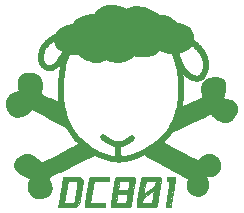
<source format=gto>
G04 #@! TF.FileFunction,Legend,Top*
%FSLAX46Y46*%
G04 Gerber Fmt 4.6, Leading zero omitted, Abs format (unit mm)*
G04 Created by KiCad (PCBNEW 4.0.7) date 09/17/17 22:01:51*
%MOMM*%
%LPD*%
G01*
G04 APERTURE LIST*
%ADD10C,0.100000*%
%ADD11C,0.550000*%
%ADD12C,0.025400*%
G04 APERTURE END LIST*
D10*
D11*
X55992480Y-48996660D02*
X56652380Y-49356205D01*
X56440376Y-49199680D02*
X56504395Y-49276596D01*
X56175829Y-49099801D02*
X56440376Y-49199680D01*
X55955961Y-48981461D02*
X56175829Y-49099801D01*
X55710219Y-48849162D02*
X55955961Y-48981461D01*
X55446989Y-48707407D02*
X55710219Y-48849162D01*
X55174658Y-48560697D02*
X55446989Y-48707407D01*
X54901612Y-48413534D02*
X55174658Y-48560697D01*
X54636238Y-48270421D02*
X54901612Y-48413534D01*
X54386922Y-48135860D02*
X54636238Y-48270421D01*
X54162051Y-48014353D02*
X54386922Y-48135860D01*
X53970011Y-47910401D02*
X54162051Y-48014353D01*
X53819188Y-47828508D02*
X53970011Y-47910401D01*
X53717969Y-47773174D02*
X53819188Y-47828508D01*
X53674741Y-47748903D02*
X53717969Y-47773174D01*
X53661508Y-47742007D02*
X53674741Y-47748903D01*
X53646488Y-47737176D02*
X53661508Y-47742007D01*
X53629937Y-47734302D02*
X53646488Y-47737176D01*
X53612108Y-47733278D02*
X53629937Y-47734302D01*
X53593259Y-47733995D02*
X53612108Y-47733278D01*
X53573644Y-47736347D02*
X53593259Y-47733995D01*
X53553518Y-47740226D02*
X53573644Y-47736347D01*
X53533137Y-47745525D02*
X53553518Y-47740226D01*
X53512756Y-47752135D02*
X53533137Y-47745525D01*
X53492630Y-47759951D02*
X53512756Y-47752135D01*
X53473014Y-47768864D02*
X53492630Y-47759951D01*
X53454165Y-47778766D02*
X53473014Y-47768864D01*
X53436337Y-47789551D02*
X53454165Y-47778766D01*
X53419785Y-47801111D02*
X53436337Y-47789551D01*
X53404765Y-47813338D02*
X53419785Y-47801111D01*
X53391532Y-47826125D02*
X53404765Y-47813338D01*
X53377795Y-47840766D02*
X53391532Y-47826125D01*
X53362718Y-47857104D02*
X53377795Y-47840766D01*
X53346287Y-47875026D02*
X53362718Y-47857104D01*
X53328491Y-47894418D02*
X53346287Y-47875026D01*
X53309316Y-47915167D02*
X53328491Y-47894418D01*
X53288750Y-47937161D02*
X53309316Y-47915167D01*
X53266780Y-47960286D02*
X53288750Y-47937161D01*
X53243392Y-47984429D02*
X53266780Y-47960286D01*
X53218575Y-48009477D02*
X53243392Y-47984429D01*
X53192316Y-48035317D02*
X53218575Y-48009477D01*
X53164602Y-48061836D02*
X53192316Y-48035317D01*
X53135419Y-48088920D02*
X53164602Y-48061836D01*
X53104756Y-48116457D02*
X53135419Y-48088920D01*
X53072599Y-48144333D02*
X53104756Y-48116457D01*
X53038936Y-48172435D02*
X53072599Y-48144333D01*
X53003754Y-48200650D02*
X53038936Y-48172435D01*
X52965595Y-48227626D02*
X53003754Y-48200650D01*
X52924774Y-48252119D02*
X52965595Y-48227626D01*
X52881490Y-48274180D02*
X52924774Y-48252119D01*
X52835939Y-48293859D02*
X52881490Y-48274180D01*
X52788321Y-48311209D02*
X52835939Y-48293859D01*
X52738833Y-48326279D02*
X52788321Y-48311209D01*
X52687673Y-48339120D02*
X52738833Y-48326279D01*
X52635038Y-48349785D02*
X52687673Y-48339120D01*
X52581127Y-48358322D02*
X52635038Y-48349785D01*
X52526137Y-48364784D02*
X52581127Y-48358322D01*
X52470267Y-48369221D02*
X52526137Y-48364784D01*
X52413713Y-48371684D02*
X52470267Y-48369221D01*
X52356675Y-48372224D02*
X52413713Y-48371684D01*
X52299349Y-48370892D02*
X52356675Y-48372224D01*
X52241934Y-48367739D02*
X52299349Y-48370892D01*
X52184627Y-48362816D02*
X52241934Y-48367739D01*
X52128052Y-48352457D02*
X52184627Y-48362816D01*
X52072893Y-48334604D02*
X52128052Y-48352457D01*
X52019444Y-48309546D02*
X52072893Y-48334604D01*
X51968000Y-48277570D02*
X52019444Y-48309546D01*
X51918853Y-48238966D02*
X51968000Y-48277570D01*
X51872298Y-48194021D02*
X51918853Y-48238966D01*
X51828627Y-48143025D02*
X51872298Y-48194021D01*
X51788135Y-48086265D02*
X51828627Y-48143025D01*
X51751115Y-48024031D02*
X51788135Y-48086265D01*
X51717860Y-47956610D02*
X51751115Y-48024031D01*
X51688665Y-47884291D02*
X51717860Y-47956610D01*
X51663823Y-47807362D02*
X51688665Y-47884291D01*
X51643627Y-47726113D02*
X51663823Y-47807362D01*
X51628371Y-47640830D02*
X51643627Y-47726113D01*
X51618348Y-47551804D02*
X51628371Y-47640830D01*
X51613853Y-47459321D02*
X51618348Y-47551804D01*
X51616661Y-47369049D02*
X51613853Y-47459321D01*
X51627741Y-47286259D02*
X51616661Y-47369049D01*
X51646173Y-47210652D02*
X51627741Y-47286259D01*
X51671039Y-47141928D02*
X51646173Y-47210652D01*
X51701419Y-47079788D02*
X51671039Y-47141928D01*
X51736395Y-47023931D02*
X51701419Y-47079788D01*
X51775047Y-46974058D02*
X51736395Y-47023931D01*
X51816456Y-46929870D02*
X51775047Y-46974058D01*
X51859703Y-46891066D02*
X51816456Y-46929870D01*
X51903869Y-46857346D02*
X51859703Y-46891066D01*
X51948036Y-46828412D02*
X51903869Y-46857346D01*
X51991283Y-46803962D02*
X51948036Y-46828412D01*
X52032692Y-46783698D02*
X51991283Y-46803962D01*
X52071344Y-46767320D02*
X52032692Y-46783698D01*
X52106319Y-46754527D02*
X52071344Y-46767320D01*
X52136700Y-46745020D02*
X52106319Y-46754527D01*
X52164854Y-46737598D02*
X52136700Y-46745020D01*
X52193639Y-46729802D02*
X52164854Y-46737598D01*
X52222872Y-46721622D02*
X52193639Y-46729802D01*
X52252366Y-46713046D02*
X52222872Y-46721622D01*
X52281937Y-46704062D02*
X52252366Y-46713046D01*
X52311399Y-46694660D02*
X52281937Y-46704062D01*
X52340568Y-46684828D02*
X52311399Y-46694660D01*
X52369258Y-46674555D02*
X52340568Y-46684828D01*
X52397284Y-46663830D02*
X52369258Y-46674555D01*
X52424461Y-46652641D02*
X52397284Y-46663830D01*
X52450605Y-46640976D02*
X52424461Y-46652641D01*
X52475529Y-46628826D02*
X52450605Y-46640976D01*
X52499049Y-46616177D02*
X52475529Y-46628826D01*
X52520980Y-46603020D02*
X52499049Y-46616177D01*
X52541137Y-46589342D02*
X52520980Y-46603020D01*
X52559334Y-46575133D02*
X52541137Y-46589342D01*
X52574105Y-46561944D02*
X52559334Y-46575133D01*
X52588864Y-46547087D02*
X52574105Y-46561944D01*
X52603392Y-46530703D02*
X52588864Y-46547087D01*
X52617474Y-46512933D02*
X52603392Y-46530703D01*
X52630892Y-46493919D02*
X52617474Y-46512933D01*
X52643429Y-46473802D02*
X52630892Y-46493919D01*
X52654868Y-46452723D02*
X52643429Y-46473802D01*
X52664993Y-46430824D02*
X52654868Y-46452723D01*
X52673586Y-46408247D02*
X52664993Y-46430824D01*
X52680430Y-46385132D02*
X52673586Y-46408247D01*
X52685308Y-46361622D02*
X52680430Y-46385132D01*
X52688004Y-46337857D02*
X52685308Y-46361622D01*
X52688299Y-46313978D02*
X52688004Y-46337857D01*
X52685978Y-46290128D02*
X52688299Y-46313978D01*
X52680823Y-46266448D02*
X52685978Y-46290128D01*
X52672618Y-46243079D02*
X52680823Y-46266448D01*
X52657843Y-46206118D02*
X52672618Y-46243079D01*
X52644688Y-46161136D02*
X52657843Y-46206118D01*
X52633347Y-46109255D02*
X52644688Y-46161136D01*
X52624009Y-46051593D02*
X52633347Y-46109255D01*
X52616867Y-45989271D02*
X52624009Y-46051593D01*
X52612113Y-45923408D02*
X52616867Y-45989271D01*
X52609936Y-45855125D02*
X52612113Y-45923408D01*
X52610530Y-45785540D02*
X52609936Y-45855125D01*
X52614085Y-45715775D02*
X52610530Y-45785540D01*
X52620793Y-45646948D02*
X52614085Y-45715775D01*
X52630845Y-45580181D02*
X52620793Y-45646948D01*
X52644433Y-45516591D02*
X52630845Y-45580181D01*
X52661749Y-45457301D02*
X52644433Y-45516591D01*
X52682983Y-45403428D02*
X52661749Y-45457301D01*
X52708327Y-45356094D02*
X52682983Y-45403428D01*
X52737974Y-45316418D02*
X52708327Y-45356094D01*
X52770220Y-45281535D02*
X52737974Y-45316418D01*
X52801917Y-45249294D02*
X52770220Y-45281535D01*
X52833538Y-45219711D02*
X52801917Y-45249294D01*
X52865554Y-45192803D02*
X52833538Y-45219711D01*
X52898438Y-45168587D02*
X52865554Y-45192803D01*
X52932663Y-45147081D02*
X52898438Y-45168587D01*
X52968700Y-45128300D02*
X52932663Y-45147081D01*
X53007022Y-45112263D02*
X52968700Y-45128300D01*
X53048101Y-45098986D02*
X53007022Y-45112263D01*
X53092410Y-45088486D02*
X53048101Y-45098986D01*
X53140421Y-45080780D02*
X53092410Y-45088486D01*
X53192605Y-45075884D02*
X53140421Y-45080780D01*
X53249437Y-45073817D02*
X53192605Y-45075884D01*
X53311386Y-45074595D02*
X53249437Y-45073817D01*
X53378927Y-45078234D02*
X53311386Y-45074595D01*
X53452531Y-45084753D02*
X53378927Y-45078234D01*
X53525928Y-45093439D02*
X53452531Y-45084753D01*
X53592834Y-45103568D02*
X53525928Y-45093439D01*
X53653702Y-45115134D02*
X53592834Y-45103568D01*
X53708985Y-45128130D02*
X53653702Y-45115134D01*
X53759137Y-45142551D02*
X53708985Y-45128130D01*
X53804610Y-45158393D02*
X53759137Y-45142551D01*
X53845859Y-45175648D02*
X53804610Y-45158393D01*
X53883335Y-45194311D02*
X53845859Y-45175648D01*
X53917493Y-45214377D02*
X53883335Y-45194311D01*
X53948785Y-45235841D02*
X53917493Y-45214377D01*
X53977664Y-45258695D02*
X53948785Y-45235841D01*
X54004584Y-45282935D02*
X53977664Y-45258695D01*
X54029998Y-45308555D02*
X54004584Y-45282935D01*
X54054358Y-45335550D02*
X54029998Y-45308555D01*
X54078119Y-45363913D02*
X54054358Y-45335550D01*
X54101733Y-45393640D02*
X54078119Y-45363913D01*
X54121902Y-45424234D02*
X54101733Y-45393640D01*
X54139934Y-45464459D02*
X54121902Y-45424234D01*
X54155833Y-45512999D02*
X54139934Y-45464459D01*
X54169608Y-45568535D02*
X54155833Y-45512999D01*
X54181263Y-45629750D02*
X54169608Y-45568535D01*
X54190806Y-45695325D02*
X54181263Y-45629750D01*
X54198242Y-45763943D02*
X54190806Y-45695325D01*
X54203579Y-45834286D02*
X54198242Y-45763943D01*
X54206822Y-45905037D02*
X54203579Y-45834286D01*
X54207979Y-45974877D02*
X54206822Y-45905037D01*
X54207054Y-46042488D02*
X54207979Y-45974877D01*
X54204056Y-46106553D02*
X54207054Y-46042488D01*
X54198989Y-46165755D02*
X54204056Y-46106553D01*
X54191861Y-46218774D02*
X54198989Y-46165755D01*
X54182678Y-46264293D02*
X54191861Y-46218774D01*
X54171446Y-46300995D02*
X54182678Y-46264293D01*
X54160005Y-46332672D02*
X54171446Y-46300995D01*
X54148750Y-46364009D02*
X54160005Y-46332672D01*
X54137967Y-46395030D02*
X54148750Y-46364009D01*
X54127943Y-46425757D02*
X54137967Y-46395030D01*
X54118966Y-46456212D02*
X54127943Y-46425757D01*
X54111323Y-46486418D02*
X54118966Y-46456212D01*
X54105302Y-46516398D02*
X54111323Y-46486418D01*
X54101188Y-46546174D02*
X54105302Y-46516398D01*
X54099270Y-46575770D02*
X54101188Y-46546174D01*
X54099835Y-46605207D02*
X54099270Y-46575770D01*
X54103170Y-46634508D02*
X54099835Y-46605207D01*
X54109562Y-46663696D02*
X54103170Y-46634508D01*
X54119298Y-46692794D02*
X54109562Y-46663696D01*
X54132666Y-46721824D02*
X54119298Y-46692794D01*
X54149953Y-46750808D02*
X54132666Y-46721824D01*
X54171446Y-46779770D02*
X54149953Y-46750808D01*
X54226445Y-46830393D02*
X54171446Y-46779770D01*
X54313050Y-46889924D02*
X54226445Y-46830393D01*
X54426410Y-46956684D02*
X54313050Y-46889924D01*
X54561675Y-47028991D02*
X54426410Y-46956684D01*
X54713993Y-47105168D02*
X54561675Y-47028991D01*
X54878515Y-47183533D02*
X54713993Y-47105168D01*
X55050389Y-47262407D02*
X54878515Y-47183533D01*
X55224764Y-47340110D02*
X55050389Y-47262407D01*
X55396792Y-47414963D02*
X55224764Y-47340110D01*
X55561620Y-47485286D02*
X55396792Y-47414963D01*
X55714397Y-47549398D02*
X55561620Y-47485286D01*
X55850275Y-47605620D02*
X55714397Y-47549398D01*
X55964401Y-47652273D02*
X55850275Y-47605620D01*
X56114211Y-47712871D02*
X55964401Y-47652273D01*
X58638173Y-51721001D02*
X58911071Y-51591254D01*
X58380186Y-51843808D02*
X58638173Y-51721001D01*
X58074587Y-51989488D02*
X58380186Y-51843808D01*
X57733035Y-52152582D02*
X58074587Y-51989488D01*
X57367192Y-52327633D02*
X57733035Y-52152582D01*
X56988719Y-52509182D02*
X57367192Y-52327633D01*
X56609275Y-52691772D02*
X56988719Y-52509182D01*
X56240522Y-52869945D02*
X56609275Y-52691772D01*
X55894120Y-53038243D02*
X56240522Y-52869945D01*
X55581729Y-53191207D02*
X55894120Y-53038243D01*
X55315012Y-53323381D02*
X55581729Y-53191207D01*
X55105627Y-53429305D02*
X55315012Y-53323381D01*
X54965237Y-53503523D02*
X55105627Y-53429305D01*
X54905500Y-53540575D02*
X54965237Y-53503523D01*
X54890881Y-53558835D02*
X54905500Y-53540575D01*
X54876575Y-53580053D02*
X54890881Y-53558835D01*
X54862792Y-53603839D02*
X54876575Y-53580053D01*
X54849744Y-53629803D02*
X54862792Y-53603839D01*
X54837639Y-53657553D02*
X54849744Y-53629803D01*
X54826690Y-53686701D02*
X54837639Y-53657553D01*
X54817107Y-53716855D02*
X54826690Y-53686701D01*
X54809100Y-53747626D02*
X54817107Y-53716855D01*
X54802881Y-53778623D02*
X54809100Y-53747626D01*
X54798659Y-53956940D02*
X54802881Y-53778623D01*
X54796645Y-53959968D02*
X54798659Y-53956940D01*
X54797050Y-53962901D02*
X54796645Y-53959968D01*
X54800085Y-53965701D02*
X54797050Y-53962901D01*
X54805960Y-53923343D02*
X54800085Y-53965701D01*
X54814886Y-53947502D02*
X54805960Y-53923343D01*
X54827073Y-53969156D02*
X54814886Y-53947502D01*
X54841055Y-53992107D02*
X54827073Y-53969156D01*
X54856620Y-54018830D02*
X54841055Y-53992107D01*
X54873410Y-54049116D02*
X54856620Y-54018830D01*
X54891068Y-54082756D02*
X54873410Y-54049116D01*
X54909236Y-54119541D02*
X54891068Y-54082756D01*
X54927558Y-54159262D02*
X54909236Y-54119541D01*
X54945676Y-54201708D02*
X54927558Y-54159262D01*
X54963231Y-54246672D02*
X54945676Y-54201708D01*
X54979868Y-54293943D02*
X54963231Y-54246672D01*
X54995229Y-54343312D02*
X54979868Y-54293943D01*
X55008955Y-54394570D02*
X54995229Y-54343312D01*
X55020690Y-54447508D02*
X55008955Y-54394570D01*
X55030076Y-54501917D02*
X55020690Y-54447508D01*
X55036757Y-54557587D02*
X55030076Y-54501917D01*
X55040373Y-54614309D02*
X55036757Y-54557587D01*
X55040569Y-54671874D02*
X55040373Y-54614309D01*
X55036155Y-54729330D02*
X55040569Y-54671874D01*
X55026085Y-54785655D02*
X55036155Y-54729330D01*
X55010221Y-54840532D02*
X55026085Y-54785655D01*
X54988421Y-54893645D02*
X55010221Y-54840532D01*
X54960544Y-54944676D02*
X54988421Y-54893645D01*
X54926452Y-54993309D02*
X54960544Y-54944676D01*
X54886002Y-55039228D02*
X54926452Y-54993309D01*
X54839055Y-55082114D02*
X54886002Y-55039228D01*
X54785471Y-55121653D02*
X54839055Y-55082114D01*
X54725108Y-55157526D02*
X54785471Y-55121653D01*
X54657827Y-55189418D02*
X54725108Y-55157526D01*
X54583487Y-55217011D02*
X54657827Y-55189418D01*
X54501947Y-55239989D02*
X54583487Y-55217011D01*
X54413068Y-55258035D02*
X54501947Y-55239989D01*
X54316708Y-55270832D02*
X54413068Y-55258035D01*
X54212728Y-55278064D02*
X54316708Y-55270832D01*
X54109191Y-55275930D02*
X54212728Y-55278064D01*
X54014091Y-55261715D02*
X54109191Y-55275930D01*
X53927186Y-55236731D02*
X54014091Y-55261715D01*
X53848233Y-55202291D02*
X53927186Y-55236731D01*
X53776990Y-55159706D02*
X53848233Y-55202291D01*
X53713215Y-55110288D02*
X53776990Y-55159706D01*
X53656665Y-55055351D02*
X53713215Y-55110288D01*
X53607097Y-54996205D02*
X53656665Y-55055351D01*
X53564269Y-54934164D02*
X53607097Y-54996205D01*
X53527938Y-54870539D02*
X53564269Y-54934164D01*
X53497862Y-54806642D02*
X53527938Y-54870539D01*
X53473798Y-54743786D02*
X53497862Y-54806642D01*
X53455504Y-54683284D02*
X53473798Y-54743786D01*
X53442737Y-54626446D02*
X53455504Y-54683284D01*
X53435255Y-54574585D02*
X53442737Y-54626446D01*
X53432815Y-54529014D02*
X53435255Y-54574585D01*
X53434919Y-54485301D02*
X53432815Y-54529014D01*
X53440865Y-54438670D02*
X53434919Y-54485301D01*
X53450105Y-54389913D02*
X53440865Y-54438670D01*
X53462089Y-54339820D02*
X53450105Y-54389913D01*
X53476268Y-54289185D02*
X53462089Y-54339820D01*
X53492095Y-54238799D02*
X53476268Y-54289185D01*
X53509019Y-54189453D02*
X53492095Y-54238799D01*
X53526492Y-54141940D02*
X53509019Y-54189453D01*
X53543964Y-54097051D02*
X53526492Y-54141940D01*
X53560888Y-54055578D02*
X53543964Y-54097051D01*
X53576715Y-54018313D02*
X53560888Y-54055578D01*
X53590894Y-53986048D02*
X53576715Y-54018313D01*
X53602878Y-53959575D02*
X53590894Y-53986048D01*
X53612118Y-53939685D02*
X53602878Y-53959575D01*
X53618064Y-53927170D02*
X53612118Y-53939685D01*
X53620168Y-53922823D02*
X53618064Y-53927170D01*
X53621717Y-53920119D02*
X53620168Y-53922823D01*
X53625819Y-53912416D02*
X53621717Y-53920119D01*
X53631657Y-53966026D02*
X53625819Y-53912416D01*
X53638413Y-53964439D02*
X53631657Y-53966026D01*
X53645272Y-53962536D02*
X53638413Y-53964439D01*
X53651417Y-53960376D02*
X53645272Y-53962536D01*
X53656029Y-53958022D02*
X53651417Y-53960376D01*
X53658293Y-53795407D02*
X53656029Y-53958022D01*
X53657391Y-53769808D02*
X53658293Y-53795407D01*
X53652506Y-53744097D02*
X53657391Y-53769808D01*
X53642822Y-53718883D02*
X53652506Y-53744097D01*
X53627521Y-53694777D02*
X53642822Y-53718883D01*
X53605787Y-53672391D02*
X53627521Y-53694777D01*
X53576802Y-53652336D02*
X53605787Y-53672391D01*
X53539750Y-53635221D02*
X53576802Y-53652336D01*
X53493814Y-53621658D02*
X53539750Y-53635221D01*
X53441726Y-53607480D02*
X53493814Y-53621658D01*
X53387142Y-53589857D02*
X53441726Y-53607480D01*
X53330631Y-53569236D02*
X53387142Y-53589857D01*
X53272761Y-53546065D02*
X53330631Y-53569236D01*
X53214099Y-53520790D02*
X53272761Y-53546065D01*
X53155214Y-53493858D02*
X53214099Y-53520790D01*
X53096674Y-53465715D02*
X53155214Y-53493858D01*
X53039046Y-53436809D02*
X53096674Y-53465715D01*
X52982899Y-53407585D02*
X53039046Y-53436809D01*
X52928800Y-53378493D02*
X52982899Y-53407585D01*
X52877319Y-53349976D02*
X52928800Y-53378493D01*
X52829022Y-53322484D02*
X52877319Y-53349976D01*
X52784478Y-53296462D02*
X52829022Y-53322484D01*
X52744255Y-53272358D02*
X52784478Y-53296462D01*
X52708921Y-53250618D02*
X52744255Y-53272358D01*
X52679044Y-53231688D02*
X52708921Y-53250618D01*
X52647237Y-53209890D02*
X52679044Y-53231688D01*
X52607382Y-53180913D02*
X52647237Y-53209890D01*
X52561949Y-53145094D02*
X52607382Y-53180913D01*
X52513408Y-53102764D02*
X52561949Y-53145094D01*
X52464228Y-53054258D02*
X52513408Y-53102764D01*
X52416880Y-52999910D02*
X52464228Y-53054258D01*
X52373834Y-52940053D02*
X52416880Y-52999910D01*
X52337559Y-52875020D02*
X52373834Y-52940053D01*
X52310527Y-52805147D02*
X52337559Y-52875020D01*
X52295206Y-52730765D02*
X52310527Y-52805147D01*
X52294066Y-52652209D02*
X52295206Y-52730765D01*
X52309579Y-52569814D02*
X52294066Y-52652209D01*
X52344213Y-52483911D02*
X52309579Y-52569814D01*
X52400439Y-52394835D02*
X52344213Y-52483911D01*
X52480726Y-52302921D02*
X52400439Y-52394835D01*
X52587546Y-52208500D02*
X52480726Y-52302921D01*
X52697072Y-52128333D02*
X52587546Y-52208500D01*
X52800395Y-52065059D02*
X52697072Y-52128333D01*
X52897846Y-52017385D02*
X52800395Y-52065059D01*
X52989756Y-51984014D02*
X52897846Y-52017385D01*
X53076459Y-51963652D02*
X52989756Y-51984014D01*
X53158286Y-51955003D02*
X53076459Y-51963652D01*
X53235569Y-51956773D02*
X53158286Y-51955003D01*
X53308639Y-51967665D02*
X53235569Y-51956773D01*
X53377828Y-51986385D02*
X53308639Y-51967665D01*
X53443469Y-52011638D02*
X53377828Y-51986385D01*
X53505893Y-52042128D02*
X53443469Y-52011638D01*
X53565433Y-52076560D02*
X53505893Y-52042128D01*
X53622419Y-52113639D02*
X53565433Y-52076560D01*
X53677184Y-52152070D02*
X53622419Y-52113639D01*
X53730061Y-52190557D02*
X53677184Y-52152070D01*
X53781379Y-52227806D02*
X53730061Y-52190557D01*
X53801237Y-52243277D02*
X53781379Y-52227806D01*
X53824439Y-52261809D02*
X53801237Y-52243277D01*
X53850348Y-52282840D02*
X53824439Y-52261809D01*
X53878324Y-52305812D02*
X53850348Y-52282840D01*
X53907730Y-52330163D02*
X53878324Y-52305812D01*
X53937927Y-52355335D02*
X53907730Y-52330163D01*
X53968278Y-52380766D02*
X53937927Y-52355335D01*
X53998143Y-52405898D02*
X53968278Y-52380766D01*
X54026885Y-52430171D02*
X53998143Y-52405898D01*
X54053866Y-52453023D02*
X54026885Y-52430171D01*
X54078447Y-52473896D02*
X54053866Y-52453023D01*
X54099989Y-52492230D02*
X54078447Y-52473896D01*
X54117856Y-52507464D02*
X54099989Y-52492230D01*
X54131408Y-52519039D02*
X54117856Y-52507464D01*
X54140007Y-52526394D02*
X54131408Y-52519039D01*
X54143015Y-52528970D02*
X54140007Y-52526394D01*
X54144813Y-52530640D02*
X54143015Y-52528970D01*
X54150249Y-52535267D02*
X54144813Y-52530640D01*
X54159386Y-52542282D02*
X54150249Y-52535267D01*
X54172289Y-52551111D02*
X54159386Y-52542282D01*
X54189022Y-52561185D02*
X54172289Y-52551111D01*
X54209648Y-52571933D02*
X54189022Y-52561185D01*
X54234231Y-52582782D02*
X54209648Y-52571933D01*
X54262834Y-52593161D02*
X54234231Y-52582782D01*
X54295523Y-52602500D02*
X54262834Y-52593161D01*
X54332360Y-52610227D02*
X54295523Y-52602500D01*
X54373410Y-52615770D02*
X54332360Y-52610227D01*
X54418735Y-52618560D02*
X54373410Y-52615770D01*
X54468401Y-52618023D02*
X54418735Y-52618560D01*
X54522471Y-52613590D02*
X54468401Y-52618023D01*
X54581008Y-52604689D02*
X54522471Y-52613590D01*
X54644077Y-52590748D02*
X54581008Y-52604689D01*
X54739327Y-52557757D02*
X54644077Y-52590748D01*
X54887315Y-52493693D02*
X54739327Y-52557757D01*
X55079916Y-52403136D02*
X54887315Y-52493693D01*
X55309005Y-52290669D02*
X55079916Y-52403136D01*
X55566457Y-52160872D02*
X55309005Y-52290669D01*
X55844149Y-52018327D02*
X55566457Y-52160872D01*
X56133953Y-51867614D02*
X55844149Y-52018327D01*
X56427747Y-51713316D02*
X56133953Y-51867614D01*
X56717406Y-51560013D02*
X56427747Y-51713316D01*
X56994803Y-51412287D02*
X56717406Y-51560013D01*
X57251815Y-51274719D02*
X56994803Y-51412287D01*
X57480317Y-51151890D02*
X57251815Y-51274719D01*
X57672184Y-51048381D02*
X57480317Y-51151890D01*
X57922963Y-50922411D02*
X57672184Y-51048381D01*
X63255931Y-51666733D02*
X63063383Y-51561277D01*
X63500471Y-51800664D02*
X63255931Y-51666733D01*
X63745011Y-51934595D02*
X63500471Y-51800664D01*
X63989551Y-52068527D02*
X63745011Y-51934595D01*
X64234091Y-52202458D02*
X63989551Y-52068527D01*
X64478630Y-52336390D02*
X64234091Y-52202458D01*
X64723170Y-52470321D02*
X64478630Y-52336390D01*
X64967710Y-52604253D02*
X64723170Y-52470321D01*
X65212250Y-52738184D02*
X64967710Y-52604253D01*
X65456790Y-52872116D02*
X65212250Y-52738184D01*
X65701330Y-53006047D02*
X65456790Y-52872116D01*
X65945870Y-53139979D02*
X65701330Y-53006047D01*
X66190410Y-53273910D02*
X65945870Y-53139979D01*
X66434949Y-53407841D02*
X66190410Y-53273910D01*
X66679489Y-53541773D02*
X66434949Y-53407841D01*
X66924029Y-53675704D02*
X66679489Y-53541773D01*
X66926407Y-53676312D02*
X66924029Y-53675704D01*
X66933041Y-53678216D02*
X66926407Y-53676312D01*
X66943186Y-53681533D02*
X66933041Y-53678216D01*
X66956094Y-53686383D02*
X66943186Y-53681533D01*
X66971020Y-53692884D02*
X66956094Y-53686383D01*
X66987215Y-53701156D02*
X66971020Y-53692884D01*
X67003934Y-53711317D02*
X66987215Y-53701156D01*
X67020429Y-53723485D02*
X67003934Y-53711317D01*
X67035954Y-53737781D02*
X67020429Y-53723485D01*
X67049763Y-53754321D02*
X67035954Y-53737781D01*
X67061107Y-53773226D02*
X67049763Y-53754321D01*
X67069242Y-53794614D02*
X67061107Y-53773226D01*
X67073419Y-53957854D02*
X67069242Y-53794614D01*
X67072893Y-53960525D02*
X67073419Y-53957854D01*
X67066915Y-53963480D02*
X67072893Y-53960525D01*
X67054741Y-53907370D02*
X67066915Y-53963480D01*
X67039248Y-53941627D02*
X67054741Y-53907370D01*
X67023927Y-53976371D02*
X67039248Y-53941627D01*
X67008950Y-54011636D02*
X67023927Y-53976371D01*
X66994491Y-54047455D02*
X67008950Y-54011636D01*
X66980721Y-54083862D02*
X66994491Y-54047455D01*
X66967813Y-54120891D02*
X66980721Y-54083862D01*
X66955938Y-54158576D02*
X66967813Y-54120891D01*
X66945270Y-54196951D02*
X66955938Y-54158576D01*
X66935980Y-54236050D02*
X66945270Y-54196951D01*
X66928242Y-54275907D02*
X66935980Y-54236050D01*
X66922226Y-54316556D02*
X66928242Y-54275907D01*
X66918106Y-54358031D02*
X66922226Y-54316556D01*
X66916054Y-54400365D02*
X66918106Y-54358031D01*
X66916243Y-54443593D02*
X66916054Y-54400365D01*
X66918843Y-54487749D02*
X66916243Y-54443593D01*
X66924029Y-54532866D02*
X66918843Y-54487749D01*
X66933790Y-54579911D02*
X66924029Y-54532866D01*
X66949831Y-54627975D02*
X66933790Y-54579911D01*
X66971897Y-54676446D02*
X66949831Y-54627975D01*
X66999733Y-54724713D02*
X66971897Y-54676446D01*
X67033083Y-54772166D02*
X66999733Y-54724713D01*
X67071693Y-54818194D02*
X67033083Y-54772166D01*
X67115306Y-54862186D02*
X67071693Y-54818194D01*
X67163667Y-54903530D02*
X67115306Y-54862186D01*
X67216522Y-54941617D02*
X67163667Y-54903530D01*
X67273615Y-54975835D02*
X67216522Y-54941617D01*
X67334690Y-55005574D02*
X67273615Y-54975835D01*
X67399493Y-55030222D02*
X67334690Y-55005574D01*
X67467768Y-55049169D02*
X67399493Y-55030222D01*
X67539259Y-55061804D02*
X67467768Y-55049169D01*
X67613712Y-55067517D02*
X67539259Y-55061804D01*
X67690871Y-55065696D02*
X67613712Y-55067517D01*
X67766118Y-55056473D02*
X67690871Y-55065696D01*
X67835148Y-55040780D02*
X67766118Y-55056473D01*
X67898178Y-55019204D02*
X67835148Y-55040780D01*
X67955427Y-54992335D02*
X67898178Y-55019204D01*
X68007109Y-54960760D02*
X67955427Y-54992335D01*
X68053443Y-54925068D02*
X68007109Y-54960760D01*
X68094646Y-54885846D02*
X68053443Y-54925068D01*
X68130934Y-54843683D02*
X68094646Y-54885846D01*
X68162525Y-54799168D02*
X68130934Y-54843683D01*
X68189635Y-54752887D02*
X68162525Y-54799168D01*
X68212482Y-54705431D02*
X68189635Y-54752887D01*
X68231283Y-54657386D02*
X68212482Y-54705431D01*
X68246254Y-54609341D02*
X68231283Y-54657386D01*
X68257612Y-54561884D02*
X68246254Y-54609341D01*
X68265575Y-54515604D02*
X68257612Y-54561884D01*
X68270360Y-54471088D02*
X68265575Y-54515604D01*
X68272777Y-54426382D02*
X68270360Y-54471088D01*
X68273560Y-54380760D02*
X68272777Y-54426382D01*
X68272811Y-54334482D02*
X68273560Y-54380760D01*
X68270632Y-54287807D02*
X68272811Y-54334482D01*
X68267126Y-54240997D02*
X68270632Y-54287807D01*
X68262395Y-54194312D02*
X68267126Y-54240997D01*
X68256540Y-54148011D02*
X68262395Y-54194312D01*
X68249664Y-54102355D02*
X68256540Y-54148011D01*
X68241869Y-54057603D02*
X68249664Y-54102355D01*
X68233257Y-54014017D02*
X68241869Y-54057603D01*
X68223930Y-53971856D02*
X68233257Y-54014017D01*
X68213991Y-53931381D02*
X68223930Y-53971856D01*
X68203541Y-53965279D02*
X68213991Y-53931381D01*
X68192682Y-53961647D02*
X68203541Y-53965279D01*
X68181517Y-53958261D02*
X68192682Y-53961647D01*
X68170148Y-53791537D02*
X68181517Y-53958261D01*
X68158663Y-53762230D02*
X68170148Y-53791537D01*
X68147299Y-53733726D02*
X68158663Y-53762230D01*
X68136382Y-53706105D02*
X68147299Y-53733726D01*
X68126237Y-53679445D02*
X68136382Y-53706105D01*
X68117190Y-53653826D02*
X68126237Y-53679445D01*
X68109566Y-53629326D02*
X68117190Y-53653826D01*
X68103691Y-53606026D02*
X68109566Y-53629326D01*
X68099890Y-53584004D02*
X68103691Y-53606026D01*
X68098489Y-53563339D02*
X68099890Y-53584004D01*
X68099814Y-53544111D02*
X68098489Y-53563339D01*
X68104189Y-53526398D02*
X68099814Y-53544111D01*
X68111940Y-53510281D02*
X68104189Y-53526398D01*
X68123393Y-53495838D02*
X68111940Y-53510281D01*
X68138874Y-53483148D02*
X68123393Y-53495838D01*
X68158707Y-53472290D02*
X68138874Y-53483148D01*
X68183219Y-53463345D02*
X68158707Y-53472290D01*
X68213794Y-53455471D02*
X68183219Y-53463345D01*
X68250949Y-53447772D02*
X68213794Y-53455471D01*
X68293708Y-53440243D02*
X68250949Y-53447772D01*
X68341094Y-53432878D02*
X68293708Y-53440243D01*
X68392131Y-53425672D02*
X68341094Y-53432878D01*
X68445842Y-53418618D02*
X68392131Y-53425672D01*
X68501251Y-53411711D02*
X68445842Y-53418618D01*
X68557381Y-53404946D02*
X68501251Y-53411711D01*
X68613256Y-53398316D02*
X68557381Y-53404946D01*
X68667899Y-53391816D02*
X68613256Y-53398316D01*
X68720334Y-53385441D02*
X68667899Y-53391816D01*
X68769584Y-53379185D02*
X68720334Y-53385441D01*
X68814672Y-53373042D02*
X68769584Y-53379185D01*
X68854623Y-53367006D02*
X68814672Y-53373042D01*
X68888459Y-53361072D02*
X68854623Y-53367006D01*
X68915205Y-53355234D02*
X68888459Y-53361072D01*
X68937937Y-53348301D02*
X68915205Y-53355234D01*
X68961856Y-53339043D02*
X68937937Y-53348301D01*
X68986720Y-53327399D02*
X68961856Y-53339043D01*
X69012285Y-53313305D02*
X68986720Y-53327399D01*
X69038311Y-53296700D02*
X69012285Y-53313305D01*
X69064553Y-53277522D02*
X69038311Y-53296700D01*
X69090770Y-53255708D02*
X69064553Y-53277522D01*
X69116719Y-53231197D02*
X69090770Y-53255708D01*
X69142157Y-53203925D02*
X69116719Y-53231197D01*
X69166842Y-53173831D02*
X69142157Y-53203925D01*
X69190531Y-53140852D02*
X69166842Y-53173831D01*
X69212982Y-53104927D02*
X69190531Y-53140852D01*
X69233953Y-53065993D02*
X69212982Y-53104927D01*
X69253200Y-53023988D02*
X69233953Y-53065993D01*
X69270481Y-52978849D02*
X69253200Y-53023988D01*
X69285555Y-52930515D02*
X69270481Y-52978849D01*
X69297000Y-52879524D02*
X69285555Y-52930515D01*
X69305025Y-52826650D02*
X69297000Y-52879524D01*
X69309374Y-52772181D02*
X69305025Y-52826650D01*
X69309791Y-52716405D02*
X69309374Y-52772181D01*
X69306021Y-52659612D02*
X69309791Y-52716405D01*
X69297809Y-52602088D02*
X69306021Y-52659612D01*
X69284899Y-52544124D02*
X69297809Y-52602088D01*
X69267037Y-52486007D02*
X69284899Y-52544124D01*
X69243967Y-52428026D02*
X69267037Y-52486007D01*
X69215433Y-52370468D02*
X69243967Y-52428026D01*
X69181181Y-52313624D02*
X69215433Y-52370468D01*
X69140955Y-52257781D02*
X69181181Y-52313624D01*
X69094499Y-52203227D02*
X69140955Y-52257781D01*
X69041559Y-52150251D02*
X69094499Y-52203227D01*
X68981880Y-52099141D02*
X69041559Y-52150251D01*
X68915205Y-52050187D02*
X68981880Y-52099141D01*
X68858803Y-52016831D02*
X68915205Y-52050187D01*
X68800985Y-51991660D02*
X68858803Y-52016831D01*
X68742171Y-51974078D02*
X68800985Y-51991660D01*
X68682783Y-51963493D02*
X68742171Y-51974078D01*
X68623241Y-51959311D02*
X68682783Y-51963493D01*
X68563968Y-51960937D02*
X68623241Y-51959311D01*
X68505384Y-51967778D02*
X68563968Y-51960937D01*
X68447910Y-51979239D02*
X68505384Y-51967778D01*
X68391968Y-51994728D02*
X68447910Y-51979239D01*
X68337980Y-52013650D02*
X68391968Y-51994728D01*
X68286365Y-52035411D02*
X68337980Y-52013650D01*
X68237546Y-52059417D02*
X68286365Y-52035411D01*
X68191944Y-52085075D02*
X68237546Y-52059417D01*
X68149979Y-52111791D02*
X68191944Y-52085075D01*
X68112074Y-52138970D02*
X68149979Y-52111791D01*
X68078650Y-52166019D02*
X68112074Y-52138970D01*
X68052475Y-52189005D02*
X68078650Y-52166019D01*
X68024680Y-52214162D02*
X68052475Y-52189005D01*
X67995378Y-52240949D02*
X68024680Y-52214162D01*
X67964685Y-52268821D02*
X67995378Y-52240949D01*
X67932716Y-52297236D02*
X67964685Y-52268821D01*
X67899585Y-52325651D02*
X67932716Y-52297236D01*
X67865407Y-52353523D02*
X67899585Y-52325651D01*
X67830297Y-52380310D02*
X67865407Y-52353523D01*
X67794371Y-52405467D02*
X67830297Y-52380310D01*
X67757742Y-52428453D02*
X67794371Y-52405467D01*
X67720526Y-52448723D02*
X67757742Y-52428453D01*
X67682838Y-52465736D02*
X67720526Y-52448723D01*
X67644793Y-52478948D02*
X67682838Y-52465736D01*
X67606504Y-52487817D02*
X67644793Y-52478948D01*
X67568089Y-52491799D02*
X67606504Y-52487817D01*
X67529660Y-52490351D02*
X67568089Y-52491799D01*
X67462761Y-52469184D02*
X67529660Y-52490351D01*
X67342281Y-52415859D02*
X67462761Y-52469184D01*
X67175810Y-52334774D02*
X67342281Y-52415859D01*
X66970936Y-52230331D02*
X67175810Y-52334774D01*
X66735247Y-52106929D02*
X66970936Y-52230331D01*
X66476333Y-51968968D02*
X66735247Y-52106929D01*
X66201782Y-51820850D02*
X66476333Y-51968968D01*
X65919183Y-51666974D02*
X66201782Y-51820850D01*
X65636124Y-51511740D02*
X65919183Y-51666974D01*
X65360194Y-51359550D02*
X65636124Y-51511740D01*
X65098983Y-51214802D02*
X65360194Y-51359550D01*
X64860077Y-51081899D02*
X65098983Y-51214802D01*
X64651067Y-50965238D02*
X64860077Y-51081899D01*
X64479541Y-50869222D02*
X64651067Y-50965238D01*
X64353087Y-50798250D02*
X64479541Y-50869222D01*
X64279295Y-50756723D02*
X64353087Y-50798250D01*
X65274862Y-49710658D02*
X65240648Y-49726353D01*
X65371802Y-49666130D02*
X65274862Y-49710658D01*
X65522916Y-49596602D02*
X65371802Y-49666130D01*
X65719652Y-49505910D02*
X65522916Y-49596602D01*
X65953456Y-49397888D02*
X65719652Y-49505910D01*
X66215778Y-49276371D02*
X65953456Y-49397888D01*
X66498063Y-49145194D02*
X66215778Y-49276371D01*
X66791760Y-49008191D02*
X66498063Y-49145194D01*
X67088317Y-48869198D02*
X66791760Y-49008191D01*
X67379180Y-48732048D02*
X67088317Y-48869198D01*
X67655798Y-48600577D02*
X67379180Y-48732048D01*
X67909618Y-48478619D02*
X67655798Y-48600577D01*
X68132087Y-48370009D02*
X67909618Y-48478619D01*
X68314654Y-48278582D02*
X68132087Y-48370009D01*
X68448766Y-48208171D02*
X68314654Y-48278582D01*
X68525869Y-48162613D02*
X68448766Y-48208171D01*
X68569797Y-48134906D02*
X68525869Y-48162613D01*
X68610151Y-48113618D02*
X68569797Y-48134906D01*
X68647033Y-48098111D02*
X68610151Y-48113618D01*
X68680545Y-48087744D02*
X68647033Y-48098111D01*
X68710789Y-48081880D02*
X68680545Y-48087744D01*
X68737867Y-48079879D02*
X68710789Y-48081880D01*
X68761882Y-48081101D02*
X68737867Y-48079879D01*
X68782936Y-48084909D02*
X68761882Y-48081101D01*
X68801130Y-48090662D02*
X68782936Y-48084909D01*
X68816567Y-48097721D02*
X68801130Y-48090662D01*
X68829349Y-48105448D02*
X68816567Y-48097721D01*
X68839577Y-48113203D02*
X68829349Y-48105448D01*
X68847355Y-48120348D02*
X68839577Y-48113203D01*
X68852785Y-48126242D02*
X68847355Y-48120348D01*
X68855967Y-48130247D02*
X68852785Y-48126242D01*
X68857006Y-48131725D02*
X68855967Y-48130247D01*
X68923939Y-48221609D02*
X68857006Y-48131725D01*
X68992168Y-48304576D02*
X68923939Y-48221609D01*
X69061354Y-48380767D02*
X68992168Y-48304576D01*
X69131160Y-48450325D02*
X69061354Y-48380767D01*
X69201246Y-48513389D02*
X69131160Y-48450325D01*
X69271275Y-48570101D02*
X69201246Y-48513389D01*
X69340908Y-48620604D02*
X69271275Y-48570101D01*
X69409807Y-48665037D02*
X69340908Y-48620604D01*
X69477634Y-48703543D02*
X69409807Y-48665037D01*
X69544051Y-48736264D02*
X69477634Y-48703543D01*
X69608718Y-48763339D02*
X69544051Y-48736264D01*
X69671299Y-48784912D02*
X69608718Y-48763339D01*
X69731454Y-48801123D02*
X69671299Y-48784912D01*
X69788846Y-48812113D02*
X69731454Y-48801123D01*
X69843136Y-48818024D02*
X69788846Y-48812113D01*
X69893985Y-48818998D02*
X69843136Y-48818024D01*
X69951936Y-48815959D02*
X69893985Y-48818998D01*
X70006707Y-48812241D02*
X69951936Y-48815959D01*
X70058594Y-48807256D02*
X70006707Y-48812241D01*
X70107890Y-48800417D02*
X70058594Y-48807256D01*
X70154888Y-48791133D02*
X70107890Y-48800417D01*
X70199882Y-48778819D02*
X70154888Y-48791133D01*
X70243165Y-48762884D02*
X70199882Y-48778819D01*
X70285031Y-48742742D02*
X70243165Y-48762884D01*
X70325775Y-48717803D02*
X70285031Y-48742742D01*
X70365688Y-48687480D02*
X70325775Y-48717803D01*
X70405065Y-48651184D02*
X70365688Y-48687480D01*
X70444200Y-48608327D02*
X70405065Y-48651184D01*
X70483386Y-48558322D02*
X70444200Y-48608327D01*
X70522917Y-48500579D02*
X70483386Y-48558322D01*
X70563085Y-48434511D02*
X70522917Y-48500579D01*
X70604186Y-48359529D02*
X70563085Y-48434511D01*
X70643175Y-48281853D02*
X70604186Y-48359529D01*
X70675303Y-48206699D02*
X70643175Y-48281853D01*
X70700755Y-48134147D02*
X70675303Y-48206699D01*
X70719716Y-48064276D02*
X70700755Y-48134147D01*
X70732371Y-47997165D02*
X70719716Y-48064276D01*
X70738906Y-47932894D02*
X70732371Y-47997165D01*
X70739505Y-47871540D02*
X70738906Y-47932894D01*
X70734353Y-47813185D02*
X70739505Y-47871540D01*
X70723636Y-47757906D02*
X70734353Y-47813185D01*
X70707538Y-47705783D02*
X70723636Y-47757906D01*
X70686246Y-47656896D02*
X70707538Y-47705783D01*
X70659943Y-47611322D02*
X70686246Y-47656896D01*
X70628815Y-47569143D02*
X70659943Y-47611322D01*
X70593046Y-47530436D02*
X70628815Y-47569143D01*
X70552823Y-47495280D02*
X70593046Y-47530436D01*
X70508331Y-47463756D02*
X70552823Y-47495280D01*
X70450365Y-47430766D02*
X70508331Y-47463756D01*
X70385269Y-47401089D02*
X70450365Y-47430766D01*
X70314494Y-47374422D02*
X70385269Y-47401089D01*
X70239487Y-47350458D02*
X70314494Y-47374422D01*
X70161697Y-47328892D02*
X70239487Y-47350458D01*
X70082573Y-47309419D02*
X70161697Y-47328892D01*
X70003564Y-47291733D02*
X70082573Y-47309419D01*
X69926119Y-47275528D02*
X70003564Y-47291733D01*
X69851686Y-47260501D02*
X69926119Y-47275528D01*
X69781715Y-47246344D02*
X69851686Y-47260501D01*
X69717653Y-47232753D02*
X69781715Y-47246344D01*
X69660951Y-47219422D02*
X69717653Y-47232753D01*
X69613056Y-47206046D02*
X69660951Y-47219422D01*
X69575418Y-47192319D02*
X69613056Y-47206046D01*
X69549485Y-47177936D02*
X69575418Y-47192319D01*
X69536707Y-47162592D02*
X69549485Y-47177936D01*
X69533888Y-47142701D02*
X69536707Y-47162592D01*
X69534988Y-47116402D02*
X69533888Y-47142701D01*
X69539636Y-47083802D02*
X69534988Y-47116402D01*
X69547463Y-47045009D02*
X69539636Y-47083802D01*
X69558098Y-47000131D02*
X69547463Y-47045009D01*
X69571172Y-46949274D02*
X69558098Y-47000131D01*
X69586313Y-46892547D02*
X69571172Y-46949274D01*
X69603152Y-46830056D02*
X69586313Y-46892547D01*
X69621318Y-46761909D02*
X69603152Y-46830056D01*
X69640442Y-46688213D02*
X69621318Y-46761909D01*
X69660153Y-46609077D02*
X69640442Y-46688213D01*
X69680081Y-46524607D02*
X69660153Y-46609077D01*
X69699856Y-46434912D02*
X69680081Y-46524607D01*
X69719107Y-46340097D02*
X69699856Y-46434912D01*
X69737465Y-46240272D02*
X69719107Y-46340097D01*
X69754560Y-46135543D02*
X69737465Y-46240272D01*
X69765720Y-46037520D02*
X69754560Y-46135543D01*
X69768278Y-45948808D02*
X69765720Y-46037520D01*
X69762410Y-45869031D02*
X69768278Y-45948808D01*
X69748296Y-45797818D02*
X69762410Y-45869031D01*
X69726115Y-45734794D02*
X69748296Y-45797818D01*
X69696046Y-45679587D02*
X69726115Y-45734794D01*
X69658266Y-45631823D02*
X69696046Y-45679587D01*
X69612955Y-45591129D02*
X69658266Y-45631823D01*
X69560292Y-45557132D02*
X69612955Y-45591129D01*
X69500455Y-45529457D02*
X69560292Y-45557132D01*
X69433622Y-45507733D02*
X69500455Y-45529457D01*
X69359974Y-45491586D02*
X69433622Y-45507733D01*
X69279687Y-45480641D02*
X69359974Y-45491586D01*
X69192942Y-45474527D02*
X69279687Y-45480641D01*
X69099916Y-45472870D02*
X69192942Y-45474527D01*
X69000789Y-45475297D02*
X69099916Y-45472870D01*
X68900678Y-45482509D02*
X69000789Y-45475297D01*
X68806287Y-45494082D02*
X68900678Y-45482509D01*
X68717716Y-45510123D02*
X68806287Y-45494082D01*
X68635068Y-45530739D02*
X68717716Y-45510123D01*
X68558445Y-45556039D02*
X68635068Y-45530739D01*
X68487949Y-45586129D02*
X68558445Y-45556039D01*
X68423683Y-45621118D02*
X68487949Y-45586129D01*
X68365747Y-45661111D02*
X68423683Y-45621118D01*
X68314246Y-45706218D02*
X68365747Y-45661111D01*
X68269279Y-45756545D02*
X68314246Y-45706218D01*
X68230951Y-45812200D02*
X68269279Y-45756545D01*
X68199362Y-45873290D02*
X68230951Y-45812200D01*
X68174616Y-45939923D02*
X68199362Y-45873290D01*
X68156813Y-46012206D02*
X68174616Y-45939923D01*
X68146056Y-46090247D02*
X68156813Y-46012206D01*
X68142448Y-46174153D02*
X68146056Y-46090247D01*
X68143630Y-46253415D02*
X68142448Y-46174153D01*
X68146797Y-46331704D02*
X68143630Y-46253415D01*
X68151380Y-46408680D02*
X68146797Y-46331704D01*
X68156813Y-46484006D02*
X68151380Y-46408680D01*
X68162526Y-46557340D02*
X68156813Y-46484006D01*
X68167952Y-46628344D02*
X68162526Y-46557340D01*
X68172523Y-46696678D02*
X68167952Y-46628344D01*
X68175671Y-46762004D02*
X68172523Y-46696678D01*
X68176827Y-46823981D02*
X68175671Y-46762004D01*
X68175424Y-46882271D02*
X68176827Y-46823981D01*
X68170894Y-46936533D02*
X68175424Y-46882271D01*
X68162668Y-46986430D02*
X68170894Y-46936533D01*
X68150178Y-47031620D02*
X68162668Y-46986430D01*
X68132858Y-47071766D02*
X68150178Y-47031620D01*
X68110137Y-47106527D02*
X68132858Y-47071766D01*
X68081449Y-47135564D02*
X68110137Y-47106527D01*
X68036104Y-47165967D02*
X68081449Y-47135564D01*
X67965613Y-47205765D02*
X68036104Y-47165967D01*
X67872706Y-47253854D02*
X67965613Y-47205765D01*
X67760116Y-47309132D02*
X67872706Y-47253854D01*
X67630575Y-47370496D02*
X67760116Y-47309132D01*
X67486813Y-47436842D02*
X67630575Y-47370496D01*
X67331563Y-47507068D02*
X67486813Y-47436842D01*
X67167556Y-47580072D02*
X67331563Y-47507068D01*
X66997525Y-47654749D02*
X67167556Y-47580072D01*
X66824200Y-47729998D02*
X66997525Y-47654749D01*
X66650313Y-47804715D02*
X66824200Y-47729998D01*
X66478597Y-47877798D02*
X66650313Y-47804715D01*
X66152600Y-48014648D02*
X66622480Y-47816660D01*
X65962566Y-48093260D02*
X66152600Y-48014648D01*
X61949349Y-50444052D02*
X62038004Y-50374484D01*
X61863050Y-50508061D02*
X61949349Y-50444052D01*
X61779009Y-50566651D02*
X61863050Y-50508061D01*
X61697132Y-50619965D02*
X61779009Y-50566651D01*
X61617324Y-50668142D02*
X61697132Y-50619965D01*
X61539487Y-50711326D02*
X61617324Y-50668142D01*
X61463527Y-50749657D02*
X61539487Y-50711326D01*
X61389347Y-50783276D02*
X61463527Y-50749657D01*
X61316853Y-50812326D02*
X61389347Y-50783276D01*
X61245947Y-50836947D02*
X61316853Y-50812326D01*
X61176535Y-50857281D02*
X61245947Y-50836947D01*
X61108521Y-50873469D02*
X61176535Y-50857281D01*
X61041809Y-50885653D02*
X61108521Y-50873469D01*
X60976303Y-50893974D02*
X61041809Y-50885653D01*
X60911908Y-50898573D02*
X60976303Y-50893974D01*
X60848527Y-50899592D02*
X60911908Y-50898573D01*
X60765218Y-50895031D02*
X60848527Y-50899592D01*
X60683453Y-50884464D02*
X60765218Y-50895031D01*
X60603041Y-50868218D02*
X60683453Y-50884464D01*
X60523790Y-50846622D02*
X60603041Y-50868218D01*
X60445510Y-50820004D02*
X60523790Y-50846622D01*
X60368009Y-50788691D02*
X60445510Y-50820004D01*
X60291094Y-50753012D02*
X60368009Y-50788691D01*
X60214575Y-50713294D02*
X60291094Y-50753012D01*
X60138261Y-50669866D02*
X60214575Y-50713294D01*
X60061959Y-50623056D02*
X60138261Y-50669866D01*
X59985479Y-50573192D02*
X60061959Y-50623056D01*
X59908628Y-50520602D02*
X59985479Y-50573192D01*
X59831216Y-50465613D02*
X59908628Y-50520602D01*
X59753051Y-50408555D02*
X59831216Y-50465613D01*
X59673941Y-50349754D02*
X59753051Y-50408555D01*
X59593695Y-50289540D02*
X59673941Y-50349754D01*
X60848967Y-50911533D02*
X60848527Y-50899592D01*
X60850204Y-50945503D02*
X60848967Y-50911533D01*
X60852117Y-50998724D02*
X60850204Y-50945503D01*
X60854586Y-51068416D02*
X60852117Y-50998724D01*
X60857489Y-51151803D02*
X60854586Y-51068416D01*
X60860705Y-51246104D02*
X60857489Y-51151803D01*
X60864112Y-51348542D02*
X60860705Y-51246104D01*
X60867590Y-51456337D02*
X60864112Y-51348542D01*
X60871016Y-51566711D02*
X60867590Y-51456337D01*
X60874270Y-51676886D02*
X60871016Y-51566711D01*
X60877230Y-51784083D02*
X60874270Y-51676886D01*
X60879776Y-51885523D02*
X60877230Y-51784083D01*
X60881785Y-51978428D02*
X60879776Y-51885523D01*
X60883137Y-52060018D02*
X60881785Y-51978428D01*
X60883710Y-52127517D02*
X60883137Y-52060018D01*
X60883384Y-52178144D02*
X60883710Y-52127517D01*
X65685143Y-43243577D02*
X65606745Y-42998635D01*
X65763759Y-43501967D02*
X65685143Y-43243577D01*
X65840927Y-43773091D02*
X65763759Y-43501967D01*
X65914975Y-44056234D02*
X65840927Y-43773091D01*
X65984237Y-44350685D02*
X65914975Y-44056234D01*
X66047043Y-44655727D02*
X65984237Y-44350685D01*
X66101724Y-44970649D02*
X66047043Y-44655727D01*
X66146611Y-45294736D02*
X66101724Y-44970649D01*
X66180036Y-45627274D02*
X66146611Y-45294736D01*
X66200330Y-45967550D02*
X66180036Y-45627274D01*
X66205824Y-46314850D02*
X66200330Y-45967550D01*
X66194849Y-46668460D02*
X66205824Y-46314850D01*
X66165737Y-47027666D02*
X66194849Y-46668460D01*
X66116819Y-47391754D02*
X66165737Y-47027666D01*
X66046425Y-47760012D02*
X66116819Y-47391754D01*
X65952887Y-48131725D02*
X66046425Y-47760012D01*
X65917938Y-48246094D02*
X65952887Y-48131725D01*
X65881531Y-48358925D02*
X65917938Y-48246094D01*
X65843708Y-48470128D02*
X65881531Y-48358925D01*
X65804512Y-48579611D02*
X65843708Y-48470128D01*
X65763988Y-48687284D02*
X65804512Y-48579611D01*
X65722178Y-48793056D02*
X65763988Y-48687284D01*
X65679126Y-48896838D02*
X65722178Y-48793056D01*
X65634875Y-48998539D02*
X65679126Y-48896838D01*
X65589468Y-49098067D02*
X65634875Y-48998539D01*
X65542949Y-49195333D02*
X65589468Y-49098067D01*
X65495361Y-49290247D02*
X65542949Y-49195333D01*
X65446748Y-49382717D02*
X65495361Y-49290247D01*
X65397153Y-49472653D02*
X65446748Y-49382717D01*
X65346618Y-49559965D02*
X65397153Y-49472653D01*
X65295188Y-49644562D02*
X65346618Y-49559965D01*
X65242906Y-49726353D02*
X65295188Y-49644562D01*
X65185850Y-49810125D02*
X65242906Y-49726353D01*
X65123882Y-49894824D02*
X65185850Y-49810125D01*
X65057177Y-49980292D02*
X65123882Y-49894824D01*
X64985907Y-50066370D02*
X65057177Y-49980292D01*
X64910246Y-50152902D02*
X64985907Y-50066370D01*
X64830368Y-50239727D02*
X64910246Y-50152902D01*
X64746445Y-50326688D02*
X64830368Y-50239727D01*
X64658650Y-50413627D02*
X64746445Y-50326688D01*
X64567158Y-50500385D02*
X64658650Y-50413627D01*
X64472141Y-50586803D02*
X64567158Y-50500385D01*
X64373774Y-50672723D02*
X64472141Y-50586803D01*
X64272228Y-50757988D02*
X64373774Y-50672723D01*
X64167678Y-50842438D02*
X64272228Y-50757988D01*
X64060297Y-50925915D02*
X64167678Y-50842438D01*
X63950258Y-51008261D02*
X64060297Y-50925915D01*
X63837734Y-51089317D02*
X63950258Y-51008261D01*
X63754833Y-51146136D02*
X63837734Y-51089317D01*
X63670726Y-51202163D02*
X63754833Y-51146136D01*
X63585477Y-51257331D02*
X63670726Y-51202163D01*
X63499153Y-51311571D02*
X63585477Y-51257331D01*
X63411817Y-51364816D02*
X63499153Y-51311571D01*
X63323535Y-51416997D02*
X63411817Y-51364816D01*
X63234372Y-51468047D02*
X63323535Y-51416997D01*
X63144393Y-51517898D02*
X63234372Y-51468047D01*
X63053663Y-51566482D02*
X63144393Y-51517898D01*
X62962246Y-51613731D02*
X63053663Y-51566482D01*
X62870209Y-51659578D02*
X62962246Y-51613731D01*
X62777615Y-51703954D02*
X62870209Y-51659578D01*
X62684531Y-51746792D02*
X62777615Y-51703954D01*
X62591020Y-51788023D02*
X62684531Y-51746792D01*
X62497148Y-51827580D02*
X62591020Y-51788023D01*
X62402980Y-51865396D02*
X62497148Y-51827580D01*
X62304016Y-51903437D02*
X62402980Y-51865396D01*
X62205002Y-51939329D02*
X62304016Y-51903437D01*
X62106002Y-51973005D02*
X62205002Y-51939329D01*
X62007082Y-52004395D02*
X62106002Y-51973005D01*
X61908306Y-52033432D02*
X62007082Y-52004395D01*
X61809740Y-52060049D02*
X61908306Y-52033432D01*
X61711448Y-52084177D02*
X61809740Y-52060049D01*
X61613495Y-52105748D02*
X61711448Y-52084177D01*
X61515947Y-52124696D02*
X61613495Y-52105748D01*
X61418869Y-52140951D02*
X61515947Y-52124696D01*
X61322325Y-52154446D02*
X61418869Y-52140951D01*
X61226380Y-52165113D02*
X61322325Y-52154446D01*
X61131100Y-52172884D02*
X61226380Y-52165113D01*
X61036549Y-52177691D02*
X61131100Y-52172884D01*
X60942792Y-52179467D02*
X61036549Y-52177691D01*
X60849896Y-52178144D02*
X60942792Y-52179467D01*
X60774447Y-52174933D02*
X60849896Y-52178144D01*
X60697900Y-52169652D02*
X60774447Y-52174933D01*
X60620313Y-52162313D02*
X60697900Y-52169652D01*
X60541744Y-52152926D02*
X60620313Y-52162313D01*
X60462250Y-52141503D02*
X60541744Y-52152926D01*
X60381890Y-52128055D02*
X60462250Y-52141503D01*
X60300721Y-52112594D02*
X60381890Y-52128055D01*
X60218801Y-52095130D02*
X60300721Y-52112594D01*
X60136187Y-52075676D02*
X60218801Y-52095130D01*
X60052938Y-52054242D02*
X60136187Y-52075676D01*
X59969111Y-52030840D02*
X60052938Y-52054242D01*
X59884765Y-52005481D02*
X59969111Y-52030840D01*
X59799955Y-51978176D02*
X59884765Y-52005481D01*
X59714742Y-51948937D02*
X59799955Y-51978176D01*
X59629182Y-51917775D02*
X59714742Y-51948937D01*
X59543333Y-51884701D02*
X59629182Y-51917775D01*
X59467423Y-51854341D02*
X59543333Y-51884701D01*
X59391346Y-51822630D02*
X59467423Y-51854341D01*
X59315169Y-51789572D02*
X59391346Y-51822630D01*
X59238956Y-51755174D02*
X59315169Y-51789572D01*
X59162771Y-51719441D02*
X59238956Y-51755174D01*
X59086681Y-51682379D02*
X59162771Y-51719441D01*
X59010749Y-51643993D02*
X59086681Y-51682379D01*
X58935041Y-51604290D02*
X59010749Y-51643993D01*
X58859622Y-51563274D02*
X58935041Y-51604290D01*
X58784557Y-51520952D02*
X58859622Y-51563274D01*
X58709911Y-51477329D02*
X58784557Y-51520952D01*
X58635749Y-51432411D02*
X58709911Y-51477329D01*
X58562135Y-51386203D02*
X58635749Y-51432411D01*
X58489136Y-51338712D02*
X58562135Y-51386203D01*
X58416816Y-51289942D02*
X58489136Y-51338712D01*
X58345239Y-51239900D02*
X58416816Y-51289942D01*
X58258761Y-51179682D02*
X58345239Y-51239900D01*
X58173194Y-51117785D02*
X58258761Y-51179682D01*
X58088638Y-51054248D02*
X58173194Y-51117785D01*
X58005193Y-50989110D02*
X58088638Y-51054248D01*
X57922963Y-50922411D02*
X58005193Y-50989110D01*
X57842046Y-50854191D02*
X57922963Y-50922411D01*
X57762546Y-50784488D02*
X57842046Y-50854191D01*
X57684562Y-50713344D02*
X57762546Y-50784488D01*
X57608195Y-50640797D02*
X57684562Y-50713344D01*
X57533548Y-50566886D02*
X57608195Y-50640797D01*
X57460721Y-50491653D02*
X57533548Y-50566886D01*
X57389815Y-50415135D02*
X57460721Y-50491653D01*
X57320931Y-50337373D02*
X57389815Y-50415135D01*
X57254170Y-50258407D02*
X57320931Y-50337373D01*
X57189634Y-50178275D02*
X57254170Y-50258407D01*
X57127423Y-50097018D02*
X57189634Y-50178275D01*
X57096280Y-50055619D02*
X57127423Y-50097018D01*
X57065706Y-50013959D02*
X57096280Y-50055619D01*
X57035697Y-49972051D02*
X57065706Y-50013959D01*
X57006243Y-49929905D02*
X57035697Y-49972051D01*
X56977338Y-49887533D02*
X57006243Y-49929905D01*
X56948975Y-49844946D02*
X56977338Y-49887533D01*
X56921146Y-49802156D02*
X56948975Y-49844946D01*
X56893845Y-49759173D02*
X56921146Y-49802156D01*
X56867063Y-49716009D02*
X56893845Y-49759173D01*
X56840794Y-49672675D02*
X56867063Y-49716009D01*
X56815031Y-49629183D02*
X56840794Y-49672675D01*
X56789766Y-49585544D02*
X56815031Y-49629183D01*
X56764993Y-49541770D02*
X56789766Y-49585544D01*
X56740703Y-49497871D02*
X56764993Y-49541770D01*
X56716890Y-49453858D02*
X56740703Y-49497871D01*
X56693546Y-49409744D02*
X56716890Y-49453858D01*
X56642924Y-49310935D02*
X56693546Y-49409744D01*
X56594562Y-49211464D02*
X56642924Y-49310935D01*
X56548410Y-49111393D02*
X56594562Y-49211464D01*
X56504418Y-49010785D02*
X56548410Y-49111393D01*
X56462534Y-48909702D02*
X56504418Y-49010785D01*
X56422709Y-48808207D02*
X56462534Y-48909702D01*
X56384892Y-48706360D02*
X56422709Y-48808207D01*
X56232480Y-48226660D02*
X56384892Y-48706360D01*
X56224154Y-48194045D02*
X56252690Y-48296712D01*
X56197322Y-48091401D02*
X56224154Y-48194045D01*
X56172144Y-47988842D02*
X56197322Y-48091401D01*
X56148569Y-47886430D02*
X56172144Y-47988842D01*
X56126547Y-47784227D02*
X56148569Y-47886430D01*
X56073166Y-47475444D02*
X56126547Y-47784227D01*
X56034497Y-47153491D02*
X56073166Y-47475444D01*
X56009710Y-46821466D02*
X56034497Y-47153491D01*
X55997974Y-46482469D02*
X56009710Y-46821466D01*
X55998458Y-46139599D02*
X55997974Y-46482469D01*
X56010332Y-45795954D02*
X55998458Y-46139599D01*
X56032765Y-45454632D02*
X56010332Y-45795954D01*
X56064927Y-45118734D02*
X56032765Y-45454632D01*
X56105986Y-44791357D02*
X56064927Y-45118734D01*
X56155113Y-44475601D02*
X56105986Y-44791357D01*
X56211477Y-44174565D02*
X56155113Y-44475601D01*
X56482480Y-43206660D02*
X56211477Y-44174565D01*
X56492686Y-43179591D02*
X56415682Y-43390761D01*
X56572774Y-42998635D02*
X56492686Y-43179591D01*
X67192281Y-42301347D02*
X67008712Y-42183892D01*
X67309102Y-42391499D02*
X67192281Y-42301347D01*
X67431430Y-42498599D02*
X67309102Y-42391499D01*
X67556261Y-42621414D02*
X67431430Y-42498599D01*
X67680590Y-42758710D02*
X67556261Y-42621414D01*
X67801415Y-42909254D02*
X67680590Y-42758710D01*
X67915732Y-43071811D02*
X67801415Y-42909254D01*
X68020536Y-43245149D02*
X67915732Y-43071811D01*
X68112824Y-43428033D02*
X68020536Y-43245149D01*
X68189593Y-43619230D02*
X68112824Y-43428033D01*
X68282480Y-43996660D02*
X68189593Y-43619230D01*
X68296742Y-44230364D02*
X68284555Y-44021629D01*
X68281394Y-44442477D02*
X68296742Y-44230364D01*
X68230336Y-44697263D02*
X68281394Y-44442477D01*
X68158383Y-44902739D02*
X68230336Y-44697263D01*
X68068478Y-45062974D02*
X68158383Y-44902739D01*
X67963563Y-45182036D02*
X68068478Y-45062974D01*
X67846579Y-45263995D02*
X67963563Y-45182036D01*
X67720469Y-45312918D02*
X67846579Y-45263995D01*
X67588174Y-45332876D02*
X67720469Y-45312918D01*
X67452636Y-45327937D02*
X67588174Y-45332876D01*
X67316798Y-45302169D02*
X67452636Y-45327937D01*
X67183601Y-45259642D02*
X67316798Y-45302169D01*
X67055987Y-45204424D02*
X67183601Y-45259642D01*
X66936898Y-45140584D02*
X67055987Y-45204424D01*
X66829276Y-45072191D02*
X66936898Y-45140584D01*
X66736063Y-45003314D02*
X66829276Y-45072191D01*
X66660202Y-44938021D02*
X66736063Y-45003314D01*
X66604633Y-44880382D02*
X66660202Y-44938021D01*
X66509096Y-44763858D02*
X66604633Y-44880382D01*
X66419811Y-44642267D02*
X66509096Y-44763858D01*
X66259429Y-44388046D02*
X66432480Y-44666660D01*
X66188043Y-44257496D02*
X66259429Y-44388046D01*
X66122338Y-44126042D02*
X66188043Y-44257496D01*
X65902480Y-43596660D02*
X66122338Y-44126042D01*
X66007395Y-43962452D02*
X66062170Y-43994723D01*
X65957871Y-43736651D02*
X66007395Y-43962452D01*
X65913454Y-43611980D02*
X65957871Y-43736651D01*
X65874001Y-43491606D02*
X65913454Y-43611980D01*
X65839368Y-43376569D02*
X65874001Y-43491606D01*
X65809414Y-43267910D02*
X65839368Y-43376569D01*
X65783993Y-43166669D02*
X65809414Y-43267910D01*
X65746183Y-42990603D02*
X65783993Y-43166669D01*
X55601401Y-41807899D02*
X55737192Y-41753159D01*
X55519028Y-41846689D02*
X55601401Y-41807899D01*
X55434661Y-41892451D02*
X55519028Y-41846689D01*
X55349126Y-41944286D02*
X55434661Y-41892451D01*
X55263245Y-42001297D02*
X55349126Y-41944286D01*
X55177843Y-42062586D02*
X55263245Y-42001297D01*
X55093744Y-42127257D02*
X55177843Y-42062586D01*
X55011772Y-42194412D02*
X55093744Y-42127257D01*
X54932750Y-42263153D02*
X55011772Y-42194412D01*
X54857502Y-42332583D02*
X54932750Y-42263153D01*
X54786853Y-42401804D02*
X54857502Y-42332583D01*
X54721627Y-42469920D02*
X54786853Y-42401804D01*
X54662647Y-42536031D02*
X54721627Y-42469920D01*
X54610738Y-42599242D02*
X54662647Y-42536031D01*
X54566722Y-42658655D02*
X54610738Y-42599242D01*
X54510103Y-42748408D02*
X54566722Y-42658655D01*
X54461569Y-42842252D02*
X54510103Y-42748408D01*
X54420748Y-42939247D02*
X54461569Y-42842252D01*
X54387269Y-43038457D02*
X54420748Y-42939247D01*
X54360761Y-43138942D02*
X54387269Y-43038457D01*
X54340851Y-43239765D02*
X54360761Y-43138942D01*
X54327168Y-43339988D02*
X54340851Y-43239765D01*
X54319341Y-43438673D02*
X54327168Y-43339988D01*
X54316998Y-43534882D02*
X54319341Y-43438673D01*
X54319768Y-43627677D02*
X54316998Y-43534882D01*
X54327278Y-43716120D02*
X54319768Y-43627677D01*
X54339158Y-43799273D02*
X54327278Y-43716120D01*
X54372480Y-43946660D02*
X54339158Y-43799273D01*
X54397298Y-44007615D02*
X54374539Y-43945959D01*
X54422940Y-44060229D02*
X54397298Y-44007615D01*
X54451514Y-44106517D02*
X54422940Y-44060229D01*
X54483036Y-44149818D02*
X54451514Y-44106517D01*
X54517086Y-44190134D02*
X54483036Y-44149818D01*
X54553243Y-44227462D02*
X54517086Y-44190134D01*
X54591084Y-44261805D02*
X54553243Y-44227462D01*
X54630189Y-44293161D02*
X54591084Y-44261805D01*
X54670137Y-44321531D02*
X54630189Y-44293161D01*
X54710505Y-44346915D02*
X54670137Y-44321531D01*
X54750874Y-44369312D02*
X54710505Y-44346915D01*
X54790822Y-44388723D02*
X54750874Y-44369312D01*
X54829927Y-44405148D02*
X54790822Y-44388723D01*
X54867768Y-44418586D02*
X54829927Y-44405148D01*
X54903924Y-44429038D02*
X54867768Y-44418586D01*
X54937974Y-44436504D02*
X54903924Y-44429038D01*
X54969497Y-44440984D02*
X54937974Y-44436504D01*
X54998071Y-44442477D02*
X54969497Y-44440984D01*
X55026445Y-44442389D02*
X54998071Y-44442477D01*
X55057589Y-44441775D02*
X55026445Y-44442389D01*
X55091414Y-44440110D02*
X55057589Y-44441775D01*
X55127830Y-44436866D02*
X55091414Y-44440110D01*
X55166748Y-44431518D02*
X55127830Y-44436866D01*
X55208078Y-44423541D02*
X55166748Y-44431518D01*
X55251732Y-44412407D02*
X55208078Y-44423541D01*
X55297619Y-44397592D02*
X55251732Y-44412407D01*
X55345651Y-44378568D02*
X55297619Y-44397592D01*
X55395738Y-44354810D02*
X55345651Y-44378568D01*
X55447791Y-44325793D02*
X55395738Y-44354810D01*
X55501720Y-44290989D02*
X55447791Y-44325793D01*
X55557436Y-44249874D02*
X55501720Y-44290989D01*
X55614850Y-44201920D02*
X55557436Y-44249874D01*
X55673873Y-44146603D02*
X55614850Y-44201920D01*
X55734414Y-44083396D02*
X55673873Y-44146603D01*
X55776088Y-44035389D02*
X55734414Y-44083396D01*
X55822175Y-43977750D02*
X55776088Y-44035389D01*
X55871914Y-43911914D02*
X55822175Y-43977750D01*
X55924542Y-43959926D02*
X55871914Y-43911914D01*
X55979298Y-43761386D02*
X55924542Y-43959926D01*
X56035421Y-43679563D02*
X55912480Y-43856660D01*
X56092147Y-43595278D02*
X56035421Y-43679563D01*
X56148717Y-43509967D02*
X56092147Y-43595278D01*
X56204367Y-43425063D02*
X56148717Y-43509967D01*
X56258337Y-43342000D02*
X56204367Y-43425063D01*
X56412480Y-43076660D02*
X56258337Y-43342000D01*
X56440051Y-43187135D02*
X56435218Y-43262213D01*
X56402543Y-43118201D02*
X56440051Y-43187135D01*
X56442172Y-43056844D02*
X56402543Y-43118201D01*
X56476312Y-43004499D02*
X56442172Y-43056844D01*
X56504200Y-42962601D02*
X56476312Y-43004499D01*
X67020774Y-42129539D02*
X67020774Y-42129539D01*
X67032206Y-42055969D02*
X67020774Y-42129539D01*
X67038611Y-41975282D02*
X67032206Y-42055969D01*
X67038428Y-41888811D02*
X67038611Y-41975282D01*
X67030098Y-41797890D02*
X67038428Y-41888811D01*
X67012062Y-41703851D02*
X67030098Y-41797890D01*
X66982761Y-41608028D02*
X67012062Y-41703851D01*
X66940636Y-41511754D02*
X66982761Y-41608028D01*
X66884126Y-41416362D02*
X66940636Y-41511754D01*
X66811672Y-41323185D02*
X66884126Y-41416362D01*
X66721715Y-41233555D02*
X66811672Y-41323185D01*
X66612697Y-41148807D02*
X66721715Y-41233555D01*
X66483056Y-41070274D02*
X66612697Y-41148807D01*
X66042480Y-40906660D02*
X66483056Y-41070274D01*
X66155672Y-40937182D02*
X66472480Y-41066660D01*
X65954809Y-40885290D02*
X66155672Y-40937182D01*
X65727088Y-40844945D02*
X65954809Y-40885290D01*
X65721510Y-40837161D02*
X65727088Y-40844945D01*
X65704617Y-40815165D02*
X65721510Y-40837161D01*
X65676173Y-40780986D02*
X65704617Y-40815165D01*
X65635939Y-40736655D02*
X65676173Y-40780986D01*
X65583677Y-40684203D02*
X65635939Y-40736655D01*
X65519150Y-40625659D02*
X65583677Y-40684203D01*
X65442119Y-40563054D02*
X65519150Y-40625659D01*
X65352348Y-40498419D02*
X65442119Y-40563054D01*
X65249598Y-40433784D02*
X65352348Y-40498419D01*
X65133632Y-40371179D02*
X65249598Y-40433784D01*
X65004212Y-40312635D02*
X65133632Y-40371179D01*
X64861099Y-40260183D02*
X65004212Y-40312635D01*
X64704057Y-40215852D02*
X64861099Y-40260183D01*
X64532848Y-40181673D02*
X64704057Y-40215852D01*
X64347233Y-40159677D02*
X64532848Y-40181673D01*
X64146976Y-40151894D02*
X64347233Y-40159677D01*
X64134207Y-40139091D02*
X64146976Y-40151894D01*
X64096516Y-40103615D02*
X64134207Y-40139091D01*
X64034825Y-40049865D02*
X64096516Y-40103615D01*
X63950059Y-39982241D02*
X64034825Y-40049865D01*
X63843139Y-39905141D02*
X63950059Y-39982241D01*
X63714989Y-39822965D02*
X63843139Y-39905141D01*
X63566531Y-39740113D02*
X63714989Y-39822965D01*
X63398690Y-39660983D02*
X63566531Y-39740113D01*
X63212388Y-39589974D02*
X63398690Y-39660983D01*
X63008548Y-39531487D02*
X63212388Y-39589974D01*
X62788093Y-39489919D02*
X63008548Y-39531487D01*
X62551946Y-39469672D02*
X62788093Y-39489919D01*
X62301030Y-39475142D02*
X62551946Y-39469672D01*
X62036269Y-39510731D02*
X62301030Y-39475142D01*
X61758585Y-39580837D02*
X62036269Y-39510731D01*
X61468901Y-39689860D02*
X61758585Y-39580837D01*
X61450979Y-39678551D02*
X61468901Y-39689860D01*
X61399365Y-39648123D02*
X61450979Y-39678551D01*
X61317290Y-39603820D02*
X61399365Y-39648123D01*
X61207986Y-39550888D02*
X61317290Y-39603820D01*
X61074682Y-39494572D02*
X61207986Y-39550888D01*
X60920610Y-39440118D02*
X61074682Y-39494572D01*
X60748999Y-39392769D02*
X60920610Y-39440118D01*
X60563082Y-39357773D02*
X60748999Y-39392769D01*
X60366088Y-39340373D02*
X60563082Y-39357773D01*
X60161248Y-39345816D02*
X60366088Y-39340373D01*
X59951792Y-39379346D02*
X60161248Y-39345816D01*
X59740952Y-39446209D02*
X59951792Y-39379346D01*
X59531958Y-39551650D02*
X59740952Y-39446209D01*
X59328041Y-39700914D02*
X59531958Y-39551650D01*
X59132432Y-39899247D02*
X59328041Y-39700914D01*
X58948360Y-40151894D02*
X59132432Y-39899247D01*
X58799308Y-40137163D02*
X58948360Y-40151894D01*
X58648556Y-40135609D02*
X58799308Y-40137163D01*
X58497650Y-40146218D02*
X58648556Y-40135609D01*
X58348136Y-40167973D02*
X58497650Y-40146218D01*
X58201558Y-40199860D02*
X58348136Y-40167973D01*
X58059464Y-40240863D02*
X58201558Y-40199860D01*
X57923396Y-40289968D02*
X58059464Y-40240863D01*
X57794903Y-40346158D02*
X57923396Y-40289968D01*
X57675527Y-40408419D02*
X57794903Y-40346158D01*
X57566816Y-40475736D02*
X57675527Y-40408419D01*
X57470314Y-40547093D02*
X57566816Y-40475736D01*
X57387567Y-40621475D02*
X57470314Y-40547093D01*
X57320121Y-40697867D02*
X57387567Y-40621475D01*
X57269520Y-40775254D02*
X57320121Y-40697867D01*
X57237310Y-40852620D02*
X57269520Y-40775254D01*
X57225036Y-40928951D02*
X57237310Y-40852620D01*
X57095471Y-40942988D02*
X57225036Y-40928951D01*
X56971710Y-40961342D02*
X57095471Y-40942988D01*
X56853739Y-40983818D02*
X56971710Y-40961342D01*
X56741544Y-41010223D02*
X56853739Y-40983818D01*
X56635112Y-41040359D02*
X56741544Y-41010223D01*
X56534427Y-41074034D02*
X56635112Y-41040359D01*
X56439477Y-41111051D02*
X56534427Y-41074034D01*
X56266722Y-41194336D02*
X56482480Y-41086660D01*
X56188890Y-41240214D02*
X56266722Y-41194336D01*
X56116735Y-41288655D02*
X56188890Y-41240214D01*
X56050246Y-41339466D02*
X56116735Y-41288655D01*
X55989406Y-41392450D02*
X56050246Y-41339466D01*
X55934202Y-41447413D02*
X55989406Y-41392450D01*
X55884621Y-41504161D02*
X55934202Y-41447413D01*
X55840648Y-41562498D02*
X55884621Y-41504161D01*
X55782123Y-41656554D02*
X55840648Y-41562498D01*
X55737192Y-41753159D02*
X55782123Y-41656554D01*
X55705799Y-41851579D02*
X55737192Y-41753159D01*
X55687888Y-41951081D02*
X55705799Y-41851579D01*
X55683403Y-42050931D02*
X55687888Y-41951081D01*
X55692289Y-42150397D02*
X55683403Y-42050931D01*
X55714489Y-42248746D02*
X55692289Y-42150397D01*
X55749947Y-42345243D02*
X55714489Y-42248746D01*
X55798607Y-42439156D02*
X55749947Y-42345243D01*
X55860414Y-42529751D02*
X55798607Y-42439156D01*
X55935312Y-42616297D02*
X55860414Y-42529751D01*
X56023244Y-42698058D02*
X55935312Y-42616297D01*
X56124155Y-42774302D02*
X56023244Y-42698058D01*
X56237988Y-42844296D02*
X56124155Y-42774302D01*
X56442480Y-42946660D02*
X56237988Y-42844296D01*
X56504200Y-42962601D02*
X56342480Y-42906660D01*
X56560698Y-42981667D02*
X56504200Y-42962601D01*
X56619189Y-42999456D02*
X56560698Y-42981667D01*
X56679652Y-43015922D02*
X56619189Y-42999456D01*
X56742067Y-43031020D02*
X56679652Y-43015922D01*
X56806411Y-43044702D02*
X56742067Y-43031020D01*
X56872664Y-43056923D02*
X56806411Y-43044702D01*
X56940806Y-43067637D02*
X56872664Y-43056923D01*
X57010814Y-43076797D02*
X56940806Y-43067637D01*
X57082668Y-43084357D02*
X57010814Y-43076797D01*
X57156348Y-43090271D02*
X57082668Y-43084357D01*
X57231832Y-43094494D02*
X57156348Y-43090271D01*
X57309099Y-43096978D02*
X57231832Y-43094494D01*
X57388128Y-43097678D02*
X57309099Y-43096978D01*
X57468898Y-43096547D02*
X57388128Y-43097678D01*
X57551389Y-43093540D02*
X57468898Y-43096547D01*
X57635579Y-43088610D02*
X57551389Y-43093540D01*
X57647091Y-43100863D02*
X57635579Y-43088610D01*
X57680911Y-43134783D02*
X57647091Y-43100863D01*
X57735960Y-43186116D02*
X57680911Y-43134783D01*
X57811163Y-43250606D02*
X57735960Y-43186116D01*
X57905442Y-43323997D02*
X57811163Y-43250606D01*
X58017721Y-43402033D02*
X57905442Y-43323997D01*
X58146923Y-43480459D02*
X58017721Y-43402033D01*
X58291970Y-43555019D02*
X58146923Y-43480459D01*
X58451785Y-43621458D02*
X58291970Y-43555019D01*
X58625293Y-43675518D02*
X58451785Y-43621458D01*
X58811416Y-43712946D02*
X58625293Y-43675518D01*
X59009076Y-43729485D02*
X58811416Y-43712946D01*
X59217199Y-43720880D02*
X59009076Y-43729485D01*
X59434705Y-43682874D02*
X59217199Y-43720880D01*
X59660519Y-43611213D02*
X59434705Y-43682874D01*
X59893563Y-43501640D02*
X59660519Y-43611213D01*
X59907947Y-43509170D02*
X59893563Y-43501640D01*
X59949561Y-43529390D02*
X59907947Y-43509170D01*
X60016098Y-43558746D02*
X59949561Y-43529390D01*
X60105249Y-43593686D02*
X60016098Y-43558746D01*
X60214708Y-43630657D02*
X60105249Y-43593686D01*
X60342165Y-43666105D02*
X60214708Y-43630657D01*
X60485315Y-43696476D02*
X60342165Y-43666105D01*
X60641849Y-43718219D02*
X60485315Y-43696476D01*
X60809459Y-43727779D02*
X60641849Y-43718219D01*
X60985839Y-43721603D02*
X60809459Y-43727779D01*
X61168679Y-43696138D02*
X60985839Y-43721603D01*
X61355674Y-43647831D02*
X61168679Y-43696138D01*
X61544514Y-43573128D02*
X61355674Y-43647831D01*
X61732893Y-43468477D02*
X61544514Y-43573128D01*
X61918503Y-43330323D02*
X61732893Y-43468477D01*
X62099036Y-43155115D02*
X61918503Y-43330323D01*
X62117931Y-43160550D02*
X62099036Y-43155115D01*
X62171873Y-43174804D02*
X62117931Y-43160550D01*
X62256752Y-43194800D02*
X62171873Y-43174804D01*
X62368455Y-43217463D02*
X62256752Y-43194800D01*
X62502871Y-43239716D02*
X62368455Y-43217463D01*
X62655887Y-43258482D02*
X62502871Y-43239716D01*
X62823393Y-43270685D02*
X62655887Y-43258482D01*
X63001275Y-43273249D02*
X62823393Y-43270685D01*
X63185424Y-43263096D02*
X63001275Y-43273249D01*
X63371726Y-43237152D02*
X63185424Y-43263096D01*
X63556070Y-43192339D02*
X63371726Y-43237152D01*
X63734345Y-43125581D02*
X63556070Y-43192339D01*
X63902438Y-43033802D02*
X63734345Y-43125581D01*
X64056237Y-42913925D02*
X63902438Y-43033802D01*
X64191632Y-42762874D02*
X64056237Y-42913925D01*
X64304510Y-42577572D02*
X64191632Y-42762874D01*
X64361713Y-42634663D02*
X64304510Y-42577572D01*
X64425588Y-42687776D02*
X64361713Y-42634663D01*
X64495644Y-42736868D02*
X64425588Y-42687776D01*
X64571392Y-42781900D02*
X64495644Y-42736868D01*
X64652343Y-42822830D02*
X64571392Y-42781900D01*
X64738007Y-42859617D02*
X64652343Y-42822830D01*
X64827895Y-42892220D02*
X64738007Y-42859617D01*
X64921517Y-42920598D02*
X64827895Y-42892220D01*
X65018384Y-42944710D02*
X64921517Y-42920598D01*
X65118005Y-42964515D02*
X65018384Y-42944710D01*
X65219893Y-42979972D02*
X65118005Y-42964515D01*
X65323556Y-42991040D02*
X65219893Y-42979972D01*
X65428507Y-42997679D02*
X65323556Y-42991040D01*
X65534254Y-42999846D02*
X65428507Y-42997679D01*
X65640309Y-42997501D02*
X65534254Y-42999846D01*
X65746183Y-42990603D02*
X65640309Y-42997501D01*
X65841613Y-42980137D02*
X65746183Y-42990603D01*
X65936107Y-42965780D02*
X65841613Y-42980137D01*
X66029286Y-42947495D02*
X65936107Y-42965780D01*
X66120773Y-42925246D02*
X66029286Y-42947495D01*
X66210190Y-42898999D02*
X66120773Y-42925246D01*
X66452480Y-42796660D02*
X66210190Y-42898999D01*
X66539607Y-42753297D02*
X66462245Y-42795901D01*
X66613010Y-42706514D02*
X66539607Y-42753297D01*
X66682078Y-42655517D02*
X66613010Y-42706514D01*
X66746433Y-42600269D02*
X66682078Y-42655517D01*
X66805697Y-42540735D02*
X66746433Y-42600269D01*
X66859492Y-42476878D02*
X66805697Y-42540735D01*
X66907442Y-42408664D02*
X66859492Y-42476878D01*
X66949168Y-42336055D02*
X66907442Y-42408664D01*
X66952909Y-42330236D02*
X66949168Y-42336055D01*
X66956944Y-42323305D02*
X66952909Y-42330236D01*
X66961231Y-42315297D02*
X66956944Y-42323305D01*
X66965727Y-42306248D02*
X66961231Y-42315297D01*
X66970391Y-42296194D02*
X66965727Y-42306248D01*
X66975181Y-42285171D02*
X66970391Y-42296194D01*
X66980055Y-42273215D02*
X66975181Y-42285171D01*
X66984971Y-42260361D02*
X66980055Y-42273215D01*
X66989887Y-42246647D02*
X66984971Y-42260361D01*
X66994761Y-42232106D02*
X66989887Y-42246647D01*
X66999551Y-42216777D02*
X66994761Y-42232106D01*
X67004215Y-42200693D02*
X66999551Y-42216777D01*
X67008712Y-42183892D02*
X67004215Y-42200693D01*
X67012998Y-42166408D02*
X67008712Y-42183892D01*
X67017033Y-42148279D02*
X67012998Y-42166408D01*
X67020774Y-42129539D02*
X67017033Y-42148279D01*
D10*
X64859738Y-56225163D02*
X64859738Y-56225163D01*
X64886545Y-56225163D02*
X64859738Y-56225163D01*
X64913352Y-56225163D02*
X64886545Y-56225163D01*
X64940159Y-56225163D02*
X64913352Y-56225163D01*
X64966967Y-56225163D02*
X64940159Y-56225163D01*
X64993774Y-56225163D02*
X64966967Y-56225163D01*
X65020581Y-56225163D02*
X64993774Y-56225163D01*
X65047388Y-56225163D02*
X65020581Y-56225163D01*
X65074195Y-56225163D02*
X65047388Y-56225163D01*
X65101002Y-56225163D02*
X65074195Y-56225163D01*
X65127810Y-56225163D02*
X65101002Y-56225163D01*
X65154617Y-56225163D02*
X65127810Y-56225163D01*
X65181424Y-56225163D02*
X65154617Y-56225163D01*
X65208231Y-56225163D02*
X65181424Y-56225163D01*
X65235038Y-56225163D02*
X65208231Y-56225163D01*
X65261845Y-56225163D02*
X65235038Y-56225163D01*
X65288652Y-56225163D02*
X65261845Y-56225163D01*
X65313780Y-56070596D02*
X65288652Y-56225163D01*
X65338908Y-55916030D02*
X65313780Y-56070596D01*
X65364035Y-55761464D02*
X65338908Y-55916030D01*
X65389163Y-55606897D02*
X65364035Y-55761464D01*
X65414291Y-55452331D02*
X65389163Y-55606897D01*
X65439418Y-55297764D02*
X65414291Y-55452331D01*
X65464546Y-55143198D02*
X65439418Y-55297764D01*
X65489674Y-54988632D02*
X65464546Y-55143198D01*
X65514801Y-54834065D02*
X65489674Y-54988632D01*
X65539929Y-54679499D02*
X65514801Y-54834065D01*
X65565057Y-54524933D02*
X65539929Y-54679499D01*
X65590184Y-54370366D02*
X65565057Y-54524933D01*
X65615312Y-54215800D02*
X65590184Y-54370366D01*
X65640440Y-54061234D02*
X65615312Y-54215800D01*
X65665567Y-53906667D02*
X65640440Y-54061234D01*
X65690695Y-53752101D02*
X65665567Y-53906667D01*
X65691391Y-53747494D02*
X65690695Y-53752101D01*
X65691801Y-53742977D02*
X65691391Y-53747494D01*
X65691923Y-53738548D02*
X65691801Y-53742977D01*
X65691758Y-53734208D02*
X65691923Y-53738548D01*
X65691305Y-53729957D02*
X65691758Y-53734208D01*
X65690565Y-53725794D02*
X65691305Y-53729957D01*
X65689536Y-53721721D02*
X65690565Y-53725794D01*
X65688219Y-53717736D02*
X65689536Y-53721721D01*
X65686613Y-53713840D02*
X65688219Y-53717736D01*
X65684718Y-53710033D02*
X65686613Y-53713840D01*
X65682534Y-53706315D02*
X65684718Y-53710033D01*
X65680061Y-53702685D02*
X65682534Y-53706315D01*
X65677298Y-53699145D02*
X65680061Y-53702685D01*
X65674245Y-53695693D02*
X65677298Y-53699145D01*
X65670902Y-53692330D02*
X65674245Y-53695693D01*
X65667268Y-53689056D02*
X65670902Y-53692330D01*
X65663845Y-53685612D02*
X65667268Y-53689056D01*
X65660292Y-53682387D02*
X65663845Y-53685612D01*
X65656609Y-53679381D02*
X65660292Y-53682387D01*
X65652796Y-53676594D02*
X65656609Y-53679381D01*
X65648853Y-53674027D02*
X65652796Y-53676594D01*
X65644780Y-53671681D02*
X65648853Y-53674027D01*
X65640576Y-53669556D02*
X65644780Y-53671681D01*
X65636241Y-53667653D02*
X65640576Y-53669556D01*
X65631775Y-53665971D02*
X65636241Y-53667653D01*
X65627177Y-53664513D02*
X65631775Y-53665971D01*
X65622448Y-53663277D02*
X65627177Y-53664513D01*
X65617586Y-53662265D02*
X65622448Y-53663277D01*
X65612593Y-53661476D02*
X65617586Y-53662265D01*
X65607467Y-53660913D02*
X65612593Y-53661476D01*
X65602208Y-53660574D02*
X65607467Y-53660913D01*
X65596816Y-53660461D02*
X65602208Y-53660574D01*
X65565832Y-53660461D02*
X65596816Y-53660461D01*
X65534848Y-53660461D02*
X65565832Y-53660461D01*
X65503863Y-53660461D02*
X65534848Y-53660461D01*
X65472879Y-53660461D02*
X65503863Y-53660461D01*
X65441895Y-53660461D02*
X65472879Y-53660461D01*
X65410910Y-53660461D02*
X65441895Y-53660461D01*
X65379926Y-53660461D02*
X65410910Y-53660461D01*
X65348942Y-53660461D02*
X65379926Y-53660461D01*
X65317957Y-53660461D02*
X65348942Y-53660461D01*
X65286973Y-53660461D02*
X65317957Y-53660461D01*
X65255989Y-53660461D02*
X65286973Y-53660461D01*
X65225004Y-53660461D02*
X65255989Y-53660461D01*
X65194020Y-53660461D02*
X65225004Y-53660461D01*
X65163036Y-53660461D02*
X65194020Y-53660461D01*
X65132051Y-53660461D02*
X65163036Y-53660461D01*
X65101067Y-53660461D02*
X65132051Y-53660461D01*
X65095241Y-53660574D02*
X65101067Y-53660461D01*
X65089521Y-53660913D02*
X65095241Y-53660574D01*
X65083906Y-53661476D02*
X65089521Y-53660913D01*
X65078397Y-53662265D02*
X65083906Y-53661476D01*
X65072993Y-53663277D02*
X65078397Y-53662265D01*
X65067696Y-53664513D02*
X65072993Y-53663277D01*
X65062506Y-53665971D02*
X65067696Y-53664513D01*
X65057422Y-53667653D02*
X65062506Y-53665971D01*
X65052445Y-53669556D02*
X65057422Y-53667653D01*
X65047575Y-53671681D02*
X65052445Y-53669556D01*
X65042813Y-53674027D02*
X65047575Y-53671681D01*
X65038159Y-53676594D02*
X65042813Y-53674027D01*
X65033613Y-53679381D02*
X65038159Y-53676594D01*
X65029174Y-53682387D02*
X65033613Y-53679381D01*
X65024845Y-53685612D02*
X65029174Y-53682387D01*
X65020624Y-53689056D02*
X65024845Y-53685612D01*
X65016530Y-53692330D02*
X65020624Y-53689056D01*
X65012647Y-53695693D02*
X65016530Y-53692330D01*
X65008974Y-53699145D02*
X65012647Y-53695693D01*
X65005511Y-53702685D02*
X65008974Y-53699145D01*
X65002260Y-53706315D02*
X65005511Y-53702685D01*
X64999220Y-53710033D02*
X65002260Y-53706315D01*
X64996391Y-53713840D02*
X64999220Y-53710033D01*
X64993774Y-53717736D02*
X64996391Y-53713840D01*
X64991369Y-53721721D02*
X64993774Y-53717736D01*
X64989176Y-53725794D02*
X64991369Y-53721721D01*
X64987195Y-53729957D02*
X64989176Y-53725794D01*
X64985427Y-53734208D02*
X64987195Y-53729957D01*
X64983873Y-53738548D02*
X64985427Y-53734208D01*
X64982531Y-53742977D02*
X64983873Y-53738548D01*
X64981403Y-53747494D02*
X64982531Y-53742977D01*
X64980489Y-53752101D02*
X64981403Y-53747494D01*
X64978605Y-53763545D02*
X64980489Y-53752101D01*
X64976721Y-53774989D02*
X64978605Y-53763545D01*
X64974837Y-53786433D02*
X64976721Y-53774989D01*
X64972952Y-53797878D02*
X64974837Y-53786433D01*
X64971068Y-53809322D02*
X64972952Y-53797878D01*
X64969184Y-53820766D02*
X64971068Y-53809322D01*
X64967300Y-53832210D02*
X64969184Y-53820766D01*
X64965416Y-53843654D02*
X64967300Y-53832210D01*
X64963532Y-53855098D02*
X64965416Y-53843654D01*
X64961648Y-53866543D02*
X64963532Y-53855098D01*
X64959764Y-53877987D02*
X64961648Y-53866543D01*
X64957880Y-53889431D02*
X64959764Y-53877987D01*
X64955996Y-53900875D02*
X64957880Y-53889431D01*
X64954112Y-53912319D02*
X64955996Y-53900875D01*
X64952228Y-53923763D02*
X64954112Y-53912319D01*
X64950344Y-53935208D02*
X64952228Y-53923763D01*
X64949605Y-53940188D02*
X64950344Y-53935208D01*
X64949133Y-53945051D02*
X64949605Y-53940188D01*
X64948926Y-53949798D02*
X64949133Y-53945051D01*
X64948985Y-53954430D02*
X64948926Y-53949798D01*
X64949309Y-53958947D02*
X64948985Y-53954430D01*
X64949899Y-53963349D02*
X64949309Y-53958947D01*
X64950754Y-53967637D02*
X64949899Y-53963349D01*
X64951873Y-53971812D02*
X64950754Y-53967637D01*
X64953257Y-53975873D02*
X64951873Y-53971812D01*
X64954904Y-53979822D02*
X64953257Y-53975873D01*
X64956816Y-53983659D02*
X64954904Y-53979822D01*
X64958992Y-53987385D02*
X64956816Y-53983659D01*
X64961431Y-53990999D02*
X64958992Y-53987385D01*
X64964133Y-53994503D02*
X64961431Y-53990999D01*
X64967098Y-53997897D02*
X64964133Y-53994503D01*
X64970326Y-54001181D02*
X64967098Y-53997897D01*
X64973356Y-54004280D02*
X64970326Y-54001181D01*
X64976567Y-54007180D02*
X64973356Y-54004280D01*
X64979962Y-54009882D02*
X64976567Y-54007180D01*
X64983538Y-54012386D02*
X64979962Y-54009882D01*
X64987297Y-54014691D02*
X64983538Y-54012386D01*
X64991239Y-54016796D02*
X64987297Y-54014691D01*
X64995365Y-54018702D02*
X64991239Y-54016796D01*
X64999673Y-54020409D02*
X64995365Y-54018702D01*
X65004166Y-54021916D02*
X64999673Y-54020409D01*
X65008842Y-54023223D02*
X65004166Y-54021916D01*
X65013703Y-54024329D02*
X65008842Y-54023223D01*
X65018748Y-54025235D02*
X65013703Y-54024329D01*
X65023978Y-54025940D02*
X65018748Y-54025235D01*
X65029392Y-54026444D02*
X65023978Y-54025940D01*
X65034992Y-54026746D02*
X65029392Y-54026444D01*
X65040778Y-54026847D02*
X65034992Y-54026746D01*
X65051662Y-54026847D02*
X65040778Y-54026847D01*
X65062546Y-54026847D02*
X65051662Y-54026847D01*
X65073431Y-54026847D02*
X65062546Y-54026847D01*
X65084315Y-54026847D02*
X65073431Y-54026847D01*
X65095200Y-54026847D02*
X65084315Y-54026847D01*
X65106084Y-54026847D02*
X65095200Y-54026847D01*
X65116968Y-54026847D02*
X65106084Y-54026847D01*
X65127853Y-54026847D02*
X65116968Y-54026847D01*
X65138737Y-54026847D02*
X65127853Y-54026847D01*
X65149621Y-54026847D02*
X65138737Y-54026847D01*
X65160506Y-54026847D02*
X65149621Y-54026847D01*
X65171390Y-54026847D02*
X65160506Y-54026847D01*
X65182274Y-54026847D02*
X65171390Y-54026847D01*
X65193159Y-54026847D02*
X65182274Y-54026847D01*
X65204043Y-54026847D02*
X65193159Y-54026847D01*
X65214927Y-54026847D02*
X65204043Y-54026847D01*
X65192728Y-54164242D02*
X65214927Y-54026847D01*
X65170529Y-54301637D02*
X65192728Y-54164242D01*
X65148329Y-54439031D02*
X65170529Y-54301637D01*
X65126130Y-54576426D02*
X65148329Y-54439031D01*
X65103931Y-54713821D02*
X65126130Y-54576426D01*
X65081731Y-54851215D02*
X65103931Y-54713821D01*
X65059532Y-54988610D02*
X65081731Y-54851215D01*
X65037333Y-55126005D02*
X65059532Y-54988610D01*
X65015133Y-55263400D02*
X65037333Y-55126005D01*
X64992934Y-55400794D02*
X65015133Y-55263400D01*
X64970735Y-55538189D02*
X64992934Y-55400794D01*
X64948535Y-55675584D02*
X64970735Y-55538189D01*
X64926336Y-55812978D02*
X64948535Y-55675584D01*
X64904137Y-55950373D02*
X64926336Y-55812978D01*
X64881937Y-56087768D02*
X64904137Y-55950373D01*
X64859738Y-56225163D02*
X64881937Y-56087768D01*
X62986812Y-55154599D02*
X62986812Y-55154599D01*
X62998116Y-55084115D02*
X62986812Y-55154599D01*
X63009420Y-55013630D02*
X62998116Y-55084115D01*
X63020725Y-54943146D02*
X63009420Y-55013630D01*
X63032029Y-54872661D02*
X63020725Y-54943146D01*
X63043333Y-54802177D02*
X63032029Y-54872661D01*
X63054637Y-54731692D02*
X63043333Y-54802177D01*
X63065941Y-54661208D02*
X63054637Y-54731692D01*
X63077246Y-54590723D02*
X63065941Y-54661208D01*
X63088550Y-54520239D02*
X63077246Y-54590723D01*
X63099854Y-54449754D02*
X63088550Y-54520239D01*
X63111158Y-54379270D02*
X63099854Y-54449754D01*
X63122463Y-54308785D02*
X63111158Y-54379270D01*
X63133767Y-54238301D02*
X63122463Y-54308785D01*
X63145071Y-54167816D02*
X63133767Y-54238301D01*
X63156375Y-54097332D02*
X63145071Y-54167816D01*
X63167679Y-54026847D02*
X63156375Y-54097332D01*
X63221294Y-54026847D02*
X63167679Y-54026847D01*
X63274908Y-54026847D02*
X63221294Y-54026847D01*
X63328522Y-54026847D02*
X63274908Y-54026847D01*
X63382137Y-54026847D02*
X63328522Y-54026847D01*
X63435751Y-54026847D02*
X63382137Y-54026847D01*
X63489365Y-54026847D02*
X63435751Y-54026847D01*
X63542979Y-54026847D02*
X63489365Y-54026847D01*
X63596594Y-54026847D02*
X63542979Y-54026847D01*
X63650208Y-54026847D02*
X63596594Y-54026847D01*
X63703822Y-54026847D02*
X63650208Y-54026847D01*
X63757437Y-54026847D02*
X63703822Y-54026847D01*
X63811051Y-54026847D02*
X63757437Y-54026847D01*
X63864665Y-54026847D02*
X63811051Y-54026847D01*
X63918280Y-54026847D02*
X63864665Y-54026847D01*
X63971894Y-54026847D02*
X63918280Y-54026847D01*
X64025508Y-54026847D02*
X63971894Y-54026847D01*
X64021525Y-54051533D02*
X64025508Y-54026847D01*
X64017541Y-54076220D02*
X64021525Y-54051533D01*
X64013558Y-54100906D02*
X64017541Y-54076220D01*
X64009575Y-54125592D02*
X64013558Y-54100906D01*
X64005591Y-54150278D02*
X64009575Y-54125592D01*
X64001608Y-54174965D02*
X64005591Y-54150278D01*
X63997624Y-54199651D02*
X64001608Y-54174965D01*
X63993641Y-54224337D02*
X63997624Y-54199651D01*
X63989658Y-54249024D02*
X63993641Y-54224337D01*
X63985674Y-54273710D02*
X63989658Y-54249024D01*
X63981691Y-54298396D02*
X63985674Y-54273710D01*
X63977707Y-54323082D02*
X63981691Y-54298396D01*
X63973724Y-54347769D02*
X63977707Y-54323082D01*
X63969741Y-54372455D02*
X63973724Y-54347769D01*
X63965757Y-54397141D02*
X63969741Y-54372455D01*
X63961774Y-54421827D02*
X63965757Y-54397141D01*
X63900839Y-54467626D02*
X63961774Y-54421827D01*
X63839904Y-54513424D02*
X63900839Y-54467626D01*
X63778969Y-54559222D02*
X63839904Y-54513424D01*
X63718033Y-54605020D02*
X63778969Y-54559222D01*
X63657098Y-54650819D02*
X63718033Y-54605020D01*
X63596163Y-54696617D02*
X63657098Y-54650819D01*
X63535228Y-54742415D02*
X63596163Y-54696617D01*
X63474293Y-54788213D02*
X63535228Y-54742415D01*
X63413358Y-54834012D02*
X63474293Y-54788213D01*
X63352423Y-54879810D02*
X63413358Y-54834012D01*
X63291487Y-54925608D02*
X63352423Y-54879810D01*
X63230552Y-54971406D02*
X63291487Y-54925608D01*
X63169617Y-55017204D02*
X63230552Y-54971406D01*
X63108682Y-55063003D02*
X63169617Y-55017204D01*
X63047747Y-55108801D02*
X63108682Y-55063003D01*
X62986812Y-55154599D02*
X63047747Y-55108801D01*
X63727335Y-55858777D02*
X63727335Y-55858777D01*
X63673721Y-55858777D02*
X63727335Y-55858777D01*
X63620107Y-55858777D02*
X63673721Y-55858777D01*
X63566492Y-55858777D02*
X63620107Y-55858777D01*
X63512878Y-55858777D02*
X63566492Y-55858777D01*
X63459264Y-55858777D02*
X63512878Y-55858777D01*
X63405649Y-55858777D02*
X63459264Y-55858777D01*
X63352035Y-55858777D02*
X63405649Y-55858777D01*
X63298421Y-55858777D02*
X63352035Y-55858777D01*
X63244806Y-55858777D02*
X63298421Y-55858777D01*
X63191192Y-55858777D02*
X63244806Y-55858777D01*
X63137578Y-55858777D02*
X63191192Y-55858777D01*
X63083964Y-55858777D02*
X63137578Y-55858777D01*
X63030349Y-55858777D02*
X63083964Y-55858777D01*
X62976735Y-55858777D02*
X63030349Y-55858777D01*
X62923121Y-55858777D02*
X62976735Y-55858777D01*
X62869506Y-55858777D02*
X62923121Y-55858777D01*
X62873694Y-55834090D02*
X62869506Y-55858777D01*
X62877882Y-55809404D02*
X62873694Y-55834090D01*
X62882070Y-55784718D02*
X62877882Y-55809404D01*
X62886258Y-55760032D02*
X62882070Y-55784718D01*
X62890446Y-55735345D02*
X62886258Y-55760032D01*
X62894634Y-55710659D02*
X62890446Y-55735345D01*
X62898822Y-55685973D02*
X62894634Y-55710659D01*
X62903010Y-55661287D02*
X62898822Y-55685973D01*
X62907198Y-55636600D02*
X62903010Y-55661287D01*
X62911386Y-55611914D02*
X62907198Y-55636600D01*
X62915574Y-55587228D02*
X62911386Y-55611914D01*
X62919762Y-55562542D02*
X62915574Y-55587228D01*
X62923950Y-55537855D02*
X62919762Y-55562542D01*
X62928138Y-55513169D02*
X62923950Y-55537855D01*
X62932326Y-55488483D02*
X62928138Y-55513169D01*
X62936513Y-55463796D02*
X62932326Y-55488483D01*
X62997449Y-55417998D02*
X62936513Y-55463796D01*
X63058384Y-55372200D02*
X62997449Y-55417998D01*
X63119319Y-55326402D02*
X63058384Y-55372200D01*
X63180254Y-55280604D02*
X63119319Y-55326402D01*
X63241189Y-55234805D02*
X63180254Y-55280604D01*
X63302124Y-55189007D02*
X63241189Y-55234805D01*
X63363059Y-55143209D02*
X63302124Y-55189007D01*
X63423994Y-55097411D02*
X63363059Y-55143209D01*
X63484930Y-55051612D02*
X63423994Y-55097411D01*
X63545865Y-55005814D02*
X63484930Y-55051612D01*
X63606800Y-54960016D02*
X63545865Y-55005814D01*
X63667735Y-54914218D02*
X63606800Y-54960016D01*
X63728670Y-54868419D02*
X63667735Y-54914218D01*
X63789605Y-54822621D02*
X63728670Y-54868419D01*
X63850540Y-54776823D02*
X63789605Y-54822621D01*
X63911475Y-54731025D02*
X63850540Y-54776823D01*
X63899967Y-54801509D02*
X63911475Y-54731025D01*
X63888458Y-54871994D02*
X63899967Y-54801509D01*
X63876949Y-54942478D02*
X63888458Y-54871994D01*
X63865440Y-55012963D02*
X63876949Y-54942478D01*
X63853932Y-55083447D02*
X63865440Y-55012963D01*
X63842423Y-55153932D02*
X63853932Y-55083447D01*
X63830914Y-55224416D02*
X63842423Y-55153932D01*
X63819405Y-55294901D02*
X63830914Y-55224416D01*
X63807897Y-55365385D02*
X63819405Y-55294901D01*
X63796388Y-55435870D02*
X63807897Y-55365385D01*
X63784879Y-55506354D02*
X63796388Y-55435870D01*
X63773370Y-55576839D02*
X63784879Y-55506354D01*
X63761861Y-55647323D02*
X63773370Y-55576839D01*
X63750353Y-55717808D02*
X63761861Y-55647323D01*
X63738844Y-55788292D02*
X63750353Y-55717808D01*
X63727335Y-55858777D02*
X63738844Y-55788292D01*
X62598205Y-56225163D02*
X62598205Y-56225163D01*
X62678616Y-56225163D02*
X62598205Y-56225163D01*
X62759026Y-56225163D02*
X62678616Y-56225163D01*
X62839437Y-56225163D02*
X62759026Y-56225163D01*
X62919848Y-56225163D02*
X62839437Y-56225163D01*
X63000259Y-56225163D02*
X62919848Y-56225163D01*
X63080669Y-56225163D02*
X63000259Y-56225163D01*
X63161080Y-56225163D02*
X63080669Y-56225163D01*
X63241491Y-56225163D02*
X63161080Y-56225163D01*
X63321901Y-56225163D02*
X63241491Y-56225163D01*
X63402312Y-56225163D02*
X63321901Y-56225163D01*
X63482723Y-56225163D02*
X63402312Y-56225163D01*
X63563133Y-56225163D02*
X63482723Y-56225163D01*
X63643544Y-56225163D02*
X63563133Y-56225163D01*
X63723955Y-56225163D02*
X63643544Y-56225163D01*
X63804365Y-56225163D02*
X63723955Y-56225163D01*
X63884776Y-56225163D02*
X63804365Y-56225163D01*
X63895582Y-56224961D02*
X63884776Y-56225163D01*
X63906230Y-56224355D02*
X63895582Y-56224961D01*
X63916721Y-56223347D02*
X63906230Y-56224355D01*
X63927054Y-56221936D02*
X63916721Y-56223347D01*
X63937230Y-56220121D02*
X63927054Y-56221936D01*
X63947248Y-56217905D02*
X63937230Y-56220121D01*
X63957109Y-56215286D02*
X63947248Y-56217905D01*
X63966812Y-56212265D02*
X63957109Y-56215286D01*
X63976358Y-56208843D02*
X63966812Y-56212265D01*
X63985747Y-56205019D02*
X63976358Y-56208843D01*
X63994978Y-56200793D02*
X63985747Y-56205019D01*
X64004052Y-56196167D02*
X63994978Y-56200793D01*
X64012968Y-56191140D02*
X64004052Y-56196167D01*
X64021727Y-56185713D02*
X64012968Y-56191140D01*
X64030328Y-56179886D02*
X64021727Y-56185713D01*
X64038772Y-56173658D02*
X64030328Y-56179886D01*
X64048164Y-56167090D02*
X64038772Y-56173658D01*
X64057029Y-56160303D02*
X64048164Y-56167090D01*
X64065365Y-56153296D02*
X64057029Y-56160303D01*
X64073174Y-56146071D02*
X64065365Y-56153296D01*
X64080457Y-56138625D02*
X64073174Y-56146071D01*
X64087212Y-56130959D02*
X64080457Y-56138625D01*
X64093442Y-56123071D02*
X64087212Y-56130959D01*
X64099147Y-56114963D02*
X64093442Y-56123071D01*
X64104327Y-56106632D02*
X64099147Y-56114963D01*
X64108982Y-56098078D02*
X64104327Y-56106632D01*
X64113114Y-56089302D02*
X64108982Y-56098078D01*
X64116722Y-56080302D02*
X64113114Y-56089302D01*
X64119808Y-56071078D02*
X64116722Y-56080302D01*
X64122371Y-56061629D02*
X64119808Y-56071078D01*
X64124413Y-56051955D02*
X64122371Y-56061629D01*
X64125933Y-56042056D02*
X64124413Y-56051955D01*
X64148337Y-55904661D02*
X64125933Y-56042056D01*
X64170740Y-55767266D02*
X64148337Y-55904661D01*
X64193144Y-55629872D02*
X64170740Y-55767266D01*
X64215548Y-55492477D02*
X64193144Y-55629872D01*
X64237952Y-55355082D02*
X64215548Y-55492477D01*
X64260356Y-55217687D02*
X64237952Y-55355082D01*
X64282760Y-55080293D02*
X64260356Y-55217687D01*
X64305164Y-54942898D02*
X64282760Y-55080293D01*
X64327568Y-54805503D02*
X64305164Y-54942898D01*
X64349972Y-54668109D02*
X64327568Y-54805503D01*
X64372375Y-54530714D02*
X64349972Y-54668109D01*
X64394779Y-54393319D02*
X64372375Y-54530714D01*
X64417183Y-54255924D02*
X64394779Y-54393319D01*
X64439587Y-54118530D02*
X64417183Y-54255924D01*
X64461991Y-53981135D02*
X64439587Y-54118530D01*
X64484395Y-53843740D02*
X64461991Y-53981135D01*
X64485786Y-53834527D02*
X64484395Y-53843740D01*
X64486600Y-53825492D02*
X64485786Y-53834527D01*
X64486837Y-53816636D02*
X64486600Y-53825492D01*
X64486497Y-53807957D02*
X64486837Y-53816636D01*
X64485581Y-53799457D02*
X64486497Y-53807957D01*
X64484089Y-53791136D02*
X64485581Y-53799457D01*
X64482021Y-53782995D02*
X64484089Y-53791136D01*
X64479378Y-53775032D02*
X64482021Y-53782995D01*
X64476159Y-53767250D02*
X64479378Y-53775032D01*
X64472366Y-53759647D02*
X64476159Y-53767250D01*
X64467997Y-53752224D02*
X64472366Y-53759647D01*
X64463054Y-53744982D02*
X64467997Y-53752224D01*
X64457537Y-53737920D02*
X64463054Y-53744982D01*
X64451445Y-53731040D02*
X64457537Y-53737920D01*
X64444780Y-53724340D02*
X64451445Y-53731040D01*
X64437542Y-53717822D02*
X64444780Y-53724340D01*
X64431102Y-53710876D02*
X64437542Y-53717822D01*
X64424380Y-53704378D02*
X64431102Y-53710876D01*
X64417373Y-53698328D02*
X64424380Y-53704378D01*
X64410083Y-53692727D02*
X64417373Y-53698328D01*
X64402508Y-53687573D02*
X64410083Y-53692727D01*
X64394648Y-53682868D02*
X64402508Y-53687573D01*
X64386502Y-53678611D02*
X64394648Y-53682868D01*
X64378071Y-53674801D02*
X64386502Y-53678611D01*
X64369352Y-53671440D02*
X64378071Y-53674801D01*
X64360347Y-53668528D02*
X64369352Y-53671440D01*
X64351053Y-53666063D02*
X64360347Y-53668528D01*
X64341472Y-53664046D02*
X64351053Y-53666063D01*
X64331602Y-53662478D02*
X64341472Y-53664046D01*
X64321443Y-53661358D02*
X64331602Y-53662478D01*
X64310994Y-53660685D02*
X64321443Y-53661358D01*
X64300255Y-53660461D02*
X64310994Y-53660685D01*
X64219844Y-53660461D02*
X64300255Y-53660461D01*
X64139433Y-53660461D02*
X64219844Y-53660461D01*
X64059022Y-53660461D02*
X64139433Y-53660461D01*
X63978612Y-53660461D02*
X64059022Y-53660461D01*
X63898201Y-53660461D02*
X63978612Y-53660461D01*
X63817790Y-53660461D02*
X63898201Y-53660461D01*
X63737380Y-53660461D02*
X63817790Y-53660461D01*
X63656969Y-53660461D02*
X63737380Y-53660461D01*
X63576558Y-53660461D02*
X63656969Y-53660461D01*
X63496148Y-53660461D02*
X63576558Y-53660461D01*
X63415737Y-53660461D02*
X63496148Y-53660461D01*
X63335326Y-53660461D02*
X63415737Y-53660461D01*
X63254916Y-53660461D02*
X63335326Y-53660461D01*
X63174505Y-53660461D02*
X63254916Y-53660461D01*
X63094094Y-53660461D02*
X63174505Y-53660461D01*
X63013684Y-53660461D02*
X63094094Y-53660461D01*
X63002022Y-53660685D02*
X63013684Y-53660461D01*
X62990549Y-53661358D02*
X63002022Y-53660685D01*
X62979265Y-53662478D02*
X62990549Y-53661358D01*
X62968168Y-53664046D02*
X62979265Y-53662478D01*
X62957258Y-53666063D02*
X62968168Y-53664046D01*
X62946534Y-53668528D02*
X62957258Y-53666063D01*
X62935994Y-53671440D02*
X62946534Y-53668528D01*
X62925640Y-53674801D02*
X62935994Y-53671440D01*
X62915469Y-53678611D02*
X62925640Y-53674801D01*
X62905481Y-53682868D02*
X62915469Y-53678611D01*
X62895675Y-53687573D02*
X62905481Y-53682868D01*
X62886051Y-53692727D02*
X62895675Y-53687573D01*
X62876607Y-53698328D02*
X62886051Y-53692727D01*
X62867343Y-53704378D02*
X62876607Y-53698328D01*
X62858259Y-53710876D02*
X62867343Y-53704378D01*
X62849353Y-53717822D02*
X62858259Y-53710876D01*
X62841195Y-53724340D02*
X62849353Y-53717822D01*
X62833455Y-53731040D02*
X62841195Y-53724340D01*
X62826131Y-53737920D02*
X62833455Y-53731040D01*
X62819224Y-53744982D02*
X62826131Y-53737920D01*
X62812735Y-53752224D02*
X62819224Y-53744982D01*
X62806665Y-53759647D02*
X62812735Y-53752224D01*
X62801013Y-53767250D02*
X62806665Y-53759647D01*
X62795781Y-53775032D02*
X62801013Y-53767250D01*
X62790969Y-53782995D02*
X62795781Y-53775032D01*
X62786577Y-53791136D02*
X62790969Y-53782995D01*
X62782606Y-53799457D02*
X62786577Y-53791136D01*
X62779056Y-53807957D02*
X62782606Y-53799457D01*
X62775929Y-53816636D02*
X62779056Y-53807957D01*
X62773223Y-53825492D02*
X62775929Y-53816636D01*
X62770941Y-53834527D02*
X62773223Y-53825492D01*
X62769082Y-53843740D02*
X62770941Y-53834527D01*
X62746667Y-53981135D02*
X62769082Y-53843740D01*
X62724253Y-54118530D02*
X62746667Y-53981135D01*
X62701838Y-54255924D02*
X62724253Y-54118530D01*
X62679423Y-54393319D02*
X62701838Y-54255924D01*
X62657009Y-54530714D02*
X62679423Y-54393319D01*
X62634594Y-54668109D02*
X62657009Y-54530714D01*
X62612179Y-54805503D02*
X62634594Y-54668109D01*
X62589765Y-54942898D02*
X62612179Y-54805503D01*
X62567350Y-55080293D02*
X62589765Y-54942898D01*
X62544935Y-55217687D02*
X62567350Y-55080293D01*
X62522521Y-55355082D02*
X62544935Y-55217687D01*
X62500106Y-55492477D02*
X62522521Y-55355082D01*
X62477691Y-55629872D02*
X62500106Y-55492477D01*
X62455277Y-55767266D02*
X62477691Y-55629872D01*
X62432862Y-55904661D02*
X62455277Y-55767266D01*
X62410447Y-56042056D02*
X62432862Y-55904661D01*
X62409452Y-56051955D02*
X62410447Y-56042056D01*
X62408922Y-56061629D02*
X62409452Y-56051955D01*
X62408858Y-56071078D02*
X62408922Y-56061629D01*
X62409260Y-56080302D02*
X62408858Y-56071078D01*
X62410130Y-56089302D02*
X62409260Y-56080302D01*
X62411468Y-56098078D02*
X62410130Y-56089302D01*
X62413274Y-56106632D02*
X62411468Y-56098078D01*
X62415550Y-56114963D02*
X62413274Y-56106632D01*
X62418297Y-56123071D02*
X62415550Y-56114963D01*
X62421514Y-56130959D02*
X62418297Y-56123071D01*
X62425204Y-56138625D02*
X62421514Y-56130959D01*
X62429366Y-56146071D02*
X62425204Y-56138625D01*
X62434001Y-56153296D02*
X62429366Y-56146071D01*
X62439111Y-56160303D02*
X62434001Y-56153296D01*
X62444695Y-56167090D02*
X62439111Y-56160303D01*
X62450755Y-56173658D02*
X62444695Y-56167090D01*
X62457600Y-56179886D02*
X62450755Y-56173658D01*
X62464763Y-56185713D02*
X62457600Y-56179886D01*
X62472245Y-56191140D02*
X62464763Y-56185713D01*
X62480044Y-56196167D02*
X62472245Y-56191140D01*
X62488159Y-56200793D02*
X62480044Y-56196167D01*
X62496592Y-56205019D02*
X62488159Y-56200793D01*
X62505340Y-56208843D02*
X62496592Y-56205019D01*
X62514403Y-56212265D02*
X62505340Y-56208843D01*
X62523782Y-56215286D02*
X62514403Y-56212265D01*
X62533474Y-56217905D02*
X62523782Y-56215286D01*
X62543481Y-56220121D02*
X62533474Y-56217905D01*
X62553801Y-56221936D02*
X62543481Y-56220121D01*
X62564434Y-56223347D02*
X62553801Y-56221936D01*
X62575379Y-56224355D02*
X62564434Y-56223347D01*
X62586637Y-56224961D02*
X62575379Y-56224355D01*
X62598205Y-56225163D02*
X62586637Y-56224961D01*
X61703686Y-54759619D02*
X61703686Y-54759619D01*
X61650083Y-54759619D02*
X61703686Y-54759619D01*
X61596479Y-54759619D02*
X61650083Y-54759619D01*
X61542875Y-54759619D02*
X61596479Y-54759619D01*
X61489272Y-54759619D02*
X61542875Y-54759619D01*
X61435668Y-54759619D02*
X61489272Y-54759619D01*
X61382065Y-54759619D02*
X61435668Y-54759619D01*
X61328461Y-54759619D02*
X61382065Y-54759619D01*
X61274858Y-54759619D02*
X61328461Y-54759619D01*
X61221254Y-54759619D02*
X61274858Y-54759619D01*
X61167651Y-54759619D02*
X61221254Y-54759619D01*
X61114047Y-54759619D02*
X61167651Y-54759619D01*
X61060444Y-54759619D02*
X61114047Y-54759619D01*
X61006840Y-54759619D02*
X61060444Y-54759619D01*
X60953237Y-54759619D02*
X61006840Y-54759619D01*
X60899633Y-54759619D02*
X60953237Y-54759619D01*
X60846030Y-54759619D02*
X60899633Y-54759619D01*
X60853350Y-54713821D02*
X60846030Y-54759619D01*
X60860671Y-54668023D02*
X60853350Y-54713821D01*
X60867992Y-54622224D02*
X60860671Y-54668023D01*
X60875313Y-54576426D02*
X60867992Y-54622224D01*
X60882634Y-54530628D02*
X60875313Y-54576426D01*
X60889954Y-54484830D02*
X60882634Y-54530628D01*
X60897275Y-54439031D02*
X60889954Y-54484830D01*
X60904596Y-54393233D02*
X60897275Y-54439031D01*
X60911917Y-54347435D02*
X60904596Y-54393233D01*
X60919238Y-54301637D02*
X60911917Y-54347435D01*
X60926559Y-54255838D02*
X60919238Y-54301637D01*
X60933879Y-54210040D02*
X60926559Y-54255838D01*
X60941200Y-54164242D02*
X60933879Y-54210040D01*
X60948521Y-54118444D02*
X60941200Y-54164242D01*
X60955842Y-54072645D02*
X60948521Y-54118444D01*
X60963163Y-54026847D02*
X60955842Y-54072645D01*
X61016777Y-54026847D02*
X60963163Y-54026847D01*
X61070391Y-54026847D02*
X61016777Y-54026847D01*
X61124006Y-54026847D02*
X61070391Y-54026847D01*
X61177620Y-54026847D02*
X61124006Y-54026847D01*
X61231234Y-54026847D02*
X61177620Y-54026847D01*
X61284849Y-54026847D02*
X61231234Y-54026847D01*
X61338463Y-54026847D02*
X61284849Y-54026847D01*
X61392077Y-54026847D02*
X61338463Y-54026847D01*
X61445691Y-54026847D02*
X61392077Y-54026847D01*
X61499306Y-54026847D02*
X61445691Y-54026847D01*
X61552920Y-54026847D02*
X61499306Y-54026847D01*
X61606534Y-54026847D02*
X61552920Y-54026847D01*
X61660149Y-54026847D02*
X61606534Y-54026847D01*
X61713763Y-54026847D02*
X61660149Y-54026847D01*
X61767377Y-54026847D02*
X61713763Y-54026847D01*
X61820992Y-54026847D02*
X61767377Y-54026847D01*
X61813660Y-54072645D02*
X61820992Y-54026847D01*
X61806328Y-54118444D02*
X61813660Y-54072645D01*
X61798997Y-54164242D02*
X61806328Y-54118444D01*
X61791665Y-54210040D02*
X61798997Y-54164242D01*
X61784334Y-54255838D02*
X61791665Y-54210040D01*
X61777002Y-54301637D02*
X61784334Y-54255838D01*
X61769670Y-54347435D02*
X61777002Y-54301637D01*
X61762339Y-54393233D02*
X61769670Y-54347435D01*
X61755007Y-54439031D02*
X61762339Y-54393233D01*
X61747676Y-54484830D02*
X61755007Y-54439031D01*
X61740344Y-54530628D02*
X61747676Y-54484830D01*
X61733012Y-54576426D02*
X61740344Y-54530628D01*
X61725681Y-54622224D02*
X61733012Y-54576426D01*
X61718349Y-54668023D02*
X61725681Y-54622224D01*
X61711018Y-54713821D02*
X61718349Y-54668023D01*
X61703686Y-54759619D02*
X61711018Y-54713821D01*
X61522819Y-55858777D02*
X61522819Y-55858777D01*
X61469204Y-55858777D02*
X61522819Y-55858777D01*
X61415590Y-55858777D02*
X61469204Y-55858777D01*
X61361976Y-55858777D02*
X61415590Y-55858777D01*
X61308361Y-55858777D02*
X61361976Y-55858777D01*
X61254747Y-55858777D02*
X61308361Y-55858777D01*
X61201133Y-55858777D02*
X61254747Y-55858777D01*
X61147518Y-55858777D02*
X61201133Y-55858777D01*
X61093904Y-55858777D02*
X61147518Y-55858777D01*
X61040290Y-55858777D02*
X61093904Y-55858777D01*
X60986676Y-55858777D02*
X61040290Y-55858777D01*
X60933061Y-55858777D02*
X60986676Y-55858777D01*
X60879447Y-55858777D02*
X60933061Y-55858777D01*
X60825833Y-55858777D02*
X60879447Y-55858777D01*
X60772218Y-55858777D02*
X60825833Y-55858777D01*
X60718604Y-55858777D02*
X60772218Y-55858777D01*
X60664990Y-55858777D02*
X60718604Y-55858777D01*
X60672526Y-55812978D02*
X60664990Y-55858777D01*
X60680062Y-55767180D02*
X60672526Y-55812978D01*
X60687598Y-55721382D02*
X60680062Y-55767180D01*
X60695134Y-55675584D02*
X60687598Y-55721382D01*
X60702670Y-55629786D02*
X60695134Y-55675584D01*
X60710207Y-55583987D02*
X60702670Y-55629786D01*
X60717743Y-55538189D02*
X60710207Y-55583987D01*
X60725279Y-55492391D02*
X60717743Y-55538189D01*
X60732815Y-55446593D02*
X60725279Y-55492391D01*
X60740351Y-55400794D02*
X60732815Y-55446593D01*
X60747887Y-55354996D02*
X60740351Y-55400794D01*
X60755424Y-55309198D02*
X60747887Y-55354996D01*
X60762960Y-55263400D02*
X60755424Y-55309198D01*
X60770496Y-55217601D02*
X60762960Y-55263400D01*
X60778032Y-55171803D02*
X60770496Y-55217601D01*
X60785568Y-55126005D02*
X60778032Y-55171803D01*
X60839182Y-55126005D02*
X60785568Y-55126005D01*
X60892797Y-55126005D02*
X60839182Y-55126005D01*
X60946411Y-55126005D02*
X60892797Y-55126005D01*
X61000025Y-55126005D02*
X60946411Y-55126005D01*
X61053640Y-55126005D02*
X61000025Y-55126005D01*
X61107254Y-55126005D02*
X61053640Y-55126005D01*
X61160868Y-55126005D02*
X61107254Y-55126005D01*
X61214482Y-55126005D02*
X61160868Y-55126005D01*
X61268097Y-55126005D02*
X61214482Y-55126005D01*
X61321711Y-55126005D02*
X61268097Y-55126005D01*
X61375325Y-55126005D02*
X61321711Y-55126005D01*
X61428940Y-55126005D02*
X61375325Y-55126005D01*
X61482554Y-55126005D02*
X61428940Y-55126005D01*
X61536168Y-55126005D02*
X61482554Y-55126005D01*
X61589783Y-55126005D02*
X61536168Y-55126005D01*
X61643397Y-55126005D02*
X61589783Y-55126005D01*
X61635861Y-55171803D02*
X61643397Y-55126005D01*
X61628325Y-55217601D02*
X61635861Y-55171803D01*
X61620788Y-55263400D02*
X61628325Y-55217601D01*
X61613252Y-55309198D02*
X61620788Y-55263400D01*
X61605716Y-55354996D02*
X61613252Y-55309198D01*
X61598180Y-55400794D02*
X61605716Y-55354996D01*
X61590644Y-55446593D02*
X61598180Y-55400794D01*
X61583108Y-55492391D02*
X61590644Y-55446593D01*
X61575572Y-55538189D02*
X61583108Y-55492391D01*
X61568035Y-55583987D02*
X61575572Y-55538189D01*
X61560499Y-55629786D02*
X61568035Y-55583987D01*
X61552963Y-55675584D02*
X61560499Y-55629786D01*
X61545427Y-55721382D02*
X61552963Y-55675584D01*
X61537891Y-55767180D02*
X61545427Y-55721382D01*
X61530355Y-55812978D02*
X61537891Y-55767180D01*
X61522819Y-55858777D02*
X61530355Y-55812978D01*
X60393688Y-56225163D02*
X60393688Y-56225163D01*
X60474099Y-56225163D02*
X60393688Y-56225163D01*
X60554510Y-56225163D02*
X60474099Y-56225163D01*
X60634921Y-56225163D02*
X60554510Y-56225163D01*
X60715331Y-56225163D02*
X60634921Y-56225163D01*
X60795742Y-56225163D02*
X60715331Y-56225163D01*
X60876153Y-56225163D02*
X60795742Y-56225163D01*
X60956563Y-56225163D02*
X60876153Y-56225163D01*
X61036974Y-56225163D02*
X60956563Y-56225163D01*
X61117385Y-56225163D02*
X61036974Y-56225163D01*
X61197795Y-56225163D02*
X61117385Y-56225163D01*
X61278206Y-56225163D02*
X61197795Y-56225163D01*
X61358617Y-56225163D02*
X61278206Y-56225163D01*
X61439027Y-56225163D02*
X61358617Y-56225163D01*
X61519438Y-56225163D02*
X61439027Y-56225163D01*
X61599849Y-56225163D02*
X61519438Y-56225163D01*
X61680259Y-56225163D02*
X61599849Y-56225163D01*
X61691065Y-56224961D02*
X61680259Y-56225163D01*
X61701713Y-56224355D02*
X61691065Y-56224961D01*
X61712204Y-56223347D02*
X61701713Y-56224355D01*
X61722537Y-56221936D02*
X61712204Y-56223347D01*
X61732713Y-56220121D02*
X61722537Y-56221936D01*
X61742731Y-56217905D02*
X61732713Y-56220121D01*
X61752592Y-56215286D02*
X61742731Y-56217905D01*
X61762296Y-56212265D02*
X61752592Y-56215286D01*
X61771842Y-56208843D02*
X61762296Y-56212265D01*
X61781230Y-56205019D02*
X61771842Y-56208843D01*
X61790461Y-56200793D02*
X61781230Y-56205019D01*
X61799535Y-56196167D02*
X61790461Y-56200793D01*
X61808451Y-56191140D02*
X61799535Y-56196167D01*
X61817210Y-56185713D02*
X61808451Y-56191140D01*
X61825811Y-56179886D02*
X61817210Y-56185713D01*
X61834255Y-56173658D02*
X61825811Y-56179886D01*
X61843648Y-56167090D02*
X61834255Y-56173658D01*
X61852512Y-56160303D02*
X61843648Y-56167090D01*
X61860849Y-56153296D02*
X61852512Y-56160303D01*
X61868658Y-56146071D02*
X61860849Y-56153296D01*
X61875940Y-56138625D02*
X61868658Y-56146071D01*
X61882696Y-56130959D02*
X61875940Y-56138625D01*
X61888926Y-56123071D02*
X61882696Y-56130959D01*
X61894630Y-56114963D02*
X61888926Y-56123071D01*
X61899810Y-56106632D02*
X61894630Y-56114963D01*
X61904466Y-56098078D02*
X61899810Y-56106632D01*
X61908597Y-56089302D02*
X61904466Y-56098078D01*
X61912206Y-56080302D02*
X61908597Y-56089302D01*
X61915291Y-56071078D02*
X61912206Y-56080302D01*
X61917855Y-56061629D02*
X61915291Y-56071078D01*
X61919896Y-56051955D02*
X61917855Y-56061629D01*
X61921416Y-56042056D02*
X61919896Y-56051955D01*
X61943820Y-55904661D02*
X61921416Y-56042056D01*
X61966224Y-55767266D02*
X61943820Y-55904661D01*
X61988628Y-55629872D02*
X61966224Y-55767266D01*
X62011032Y-55492477D02*
X61988628Y-55629872D01*
X62033436Y-55355082D02*
X62011032Y-55492477D01*
X62055839Y-55217687D02*
X62033436Y-55355082D01*
X62078243Y-55080293D02*
X62055839Y-55217687D01*
X62100647Y-54942898D02*
X62078243Y-55080293D01*
X62123051Y-54805503D02*
X62100647Y-54942898D01*
X62145455Y-54668109D02*
X62123051Y-54805503D01*
X62167859Y-54530714D02*
X62145455Y-54668109D01*
X62190263Y-54393319D02*
X62167859Y-54530714D01*
X62212667Y-54255924D02*
X62190263Y-54393319D01*
X62235070Y-54118530D02*
X62212667Y-54255924D01*
X62257474Y-53981135D02*
X62235070Y-54118530D01*
X62279878Y-53843740D02*
X62257474Y-53981135D01*
X62281269Y-53834527D02*
X62279878Y-53843740D01*
X62282083Y-53825492D02*
X62281269Y-53834527D01*
X62282320Y-53816636D02*
X62282083Y-53825492D01*
X62281980Y-53807957D02*
X62282320Y-53816636D01*
X62281064Y-53799457D02*
X62281980Y-53807957D01*
X62279572Y-53791136D02*
X62281064Y-53799457D01*
X62277505Y-53782995D02*
X62279572Y-53791136D01*
X62274861Y-53775032D02*
X62277505Y-53782995D01*
X62271643Y-53767250D02*
X62274861Y-53775032D01*
X62267849Y-53759647D02*
X62271643Y-53767250D01*
X62263481Y-53752224D02*
X62267849Y-53759647D01*
X62258538Y-53744982D02*
X62263481Y-53752224D01*
X62253020Y-53737920D02*
X62258538Y-53744982D01*
X62246929Y-53731040D02*
X62253020Y-53737920D01*
X62240264Y-53724340D02*
X62246929Y-53731040D01*
X62233025Y-53717822D02*
X62240264Y-53724340D01*
X62226586Y-53710876D02*
X62233025Y-53717822D01*
X62219863Y-53704378D02*
X62226586Y-53710876D01*
X62212857Y-53698328D02*
X62219863Y-53704378D01*
X62205566Y-53692727D02*
X62212857Y-53698328D01*
X62197992Y-53687573D02*
X62205566Y-53692727D01*
X62190132Y-53682868D02*
X62197992Y-53687573D01*
X62181986Y-53678611D02*
X62190132Y-53682868D01*
X62173554Y-53674801D02*
X62181986Y-53678611D01*
X62164836Y-53671440D02*
X62173554Y-53674801D01*
X62155830Y-53668528D02*
X62164836Y-53671440D01*
X62146537Y-53666063D02*
X62155830Y-53668528D01*
X62136955Y-53664046D02*
X62146537Y-53666063D01*
X62127085Y-53662478D02*
X62136955Y-53664046D01*
X62116926Y-53661358D02*
X62127085Y-53662478D01*
X62106477Y-53660685D02*
X62116926Y-53661358D01*
X62095738Y-53660461D02*
X62106477Y-53660685D01*
X62015327Y-53660461D02*
X62095738Y-53660461D01*
X61934917Y-53660461D02*
X62015327Y-53660461D01*
X61854506Y-53660461D02*
X61934917Y-53660461D01*
X61774095Y-53660461D02*
X61854506Y-53660461D01*
X61693685Y-53660461D02*
X61774095Y-53660461D01*
X61613274Y-53660461D02*
X61693685Y-53660461D01*
X61532863Y-53660461D02*
X61613274Y-53660461D01*
X61452452Y-53660461D02*
X61532863Y-53660461D01*
X61372042Y-53660461D02*
X61452452Y-53660461D01*
X61291631Y-53660461D02*
X61372042Y-53660461D01*
X61211220Y-53660461D02*
X61291631Y-53660461D01*
X61130810Y-53660461D02*
X61211220Y-53660461D01*
X61050399Y-53660461D02*
X61130810Y-53660461D01*
X60969988Y-53660461D02*
X61050399Y-53660461D01*
X60889578Y-53660461D02*
X60969988Y-53660461D01*
X60809167Y-53660461D02*
X60889578Y-53660461D01*
X60797505Y-53660685D02*
X60809167Y-53660461D01*
X60786033Y-53661358D02*
X60797505Y-53660685D01*
X60774748Y-53662478D02*
X60786033Y-53661358D01*
X60763651Y-53664046D02*
X60774748Y-53662478D01*
X60752741Y-53666063D02*
X60763651Y-53664046D01*
X60742017Y-53668528D02*
X60752741Y-53666063D01*
X60731478Y-53671440D02*
X60742017Y-53668528D01*
X60721123Y-53674801D02*
X60731478Y-53671440D01*
X60710952Y-53678611D02*
X60721123Y-53674801D01*
X60700964Y-53682868D02*
X60710952Y-53678611D01*
X60691159Y-53687573D02*
X60700964Y-53682868D01*
X60681534Y-53692727D02*
X60691159Y-53687573D01*
X60672091Y-53698328D02*
X60681534Y-53692727D01*
X60662827Y-53704378D02*
X60672091Y-53698328D01*
X60653742Y-53710876D02*
X60662827Y-53704378D01*
X60644836Y-53717822D02*
X60653742Y-53710876D01*
X60636679Y-53724340D02*
X60644836Y-53717822D01*
X60628938Y-53731040D02*
X60636679Y-53724340D01*
X60621614Y-53737920D02*
X60628938Y-53731040D01*
X60614708Y-53744982D02*
X60621614Y-53737920D01*
X60608219Y-53752224D02*
X60614708Y-53744982D01*
X60602148Y-53759647D02*
X60608219Y-53752224D01*
X60596497Y-53767250D02*
X60602148Y-53759647D01*
X60591265Y-53775032D02*
X60596497Y-53767250D01*
X60586452Y-53782995D02*
X60591265Y-53775032D01*
X60582061Y-53791136D02*
X60586452Y-53782995D01*
X60578090Y-53799457D02*
X60582061Y-53791136D01*
X60574540Y-53807957D02*
X60578090Y-53799457D01*
X60571412Y-53816636D02*
X60574540Y-53807957D01*
X60568707Y-53825492D02*
X60571412Y-53816636D01*
X60566424Y-53834527D02*
X60568707Y-53825492D01*
X60564565Y-53843740D02*
X60566424Y-53834527D01*
X60542151Y-53981135D02*
X60564565Y-53843740D01*
X60519736Y-54118530D02*
X60542151Y-53981135D01*
X60497321Y-54255924D02*
X60519736Y-54118530D01*
X60474907Y-54393319D02*
X60497321Y-54255924D01*
X60452492Y-54530714D02*
X60474907Y-54393319D01*
X60430077Y-54668109D02*
X60452492Y-54530714D01*
X60407663Y-54805503D02*
X60430077Y-54668109D01*
X60385248Y-54942898D02*
X60407663Y-54805503D01*
X60362833Y-55080293D02*
X60385248Y-54942898D01*
X60340419Y-55217687D02*
X60362833Y-55080293D01*
X60318004Y-55355082D02*
X60340419Y-55217687D01*
X60295589Y-55492477D02*
X60318004Y-55355082D01*
X60273175Y-55629872D02*
X60295589Y-55492477D01*
X60250760Y-55767266D02*
X60273175Y-55629872D01*
X60228345Y-55904661D02*
X60250760Y-55767266D01*
X60205931Y-56042056D02*
X60228345Y-55904661D01*
X60204936Y-56051955D02*
X60205931Y-56042056D01*
X60204406Y-56061629D02*
X60204936Y-56051955D01*
X60204342Y-56071078D02*
X60204406Y-56061629D01*
X60204744Y-56080302D02*
X60204342Y-56071078D01*
X60205613Y-56089302D02*
X60204744Y-56080302D01*
X60206951Y-56098078D02*
X60205613Y-56089302D01*
X60208758Y-56106632D02*
X60206951Y-56098078D01*
X60211034Y-56114963D02*
X60208758Y-56106632D01*
X60213780Y-56123071D02*
X60211034Y-56114963D01*
X60216998Y-56130959D02*
X60213780Y-56123071D01*
X60220687Y-56138625D02*
X60216998Y-56130959D01*
X60224849Y-56146071D02*
X60220687Y-56138625D01*
X60229485Y-56153296D02*
X60224849Y-56146071D01*
X60234594Y-56160303D02*
X60229485Y-56153296D01*
X60240178Y-56167090D02*
X60234594Y-56160303D01*
X60246238Y-56173658D02*
X60240178Y-56167090D01*
X60253083Y-56179886D02*
X60246238Y-56173658D01*
X60260247Y-56185713D02*
X60253083Y-56179886D01*
X60267728Y-56191140D02*
X60260247Y-56185713D01*
X60275527Y-56196167D02*
X60267728Y-56191140D01*
X60283643Y-56200793D02*
X60275527Y-56196167D01*
X60292075Y-56205019D02*
X60283643Y-56200793D01*
X60300823Y-56208843D02*
X60292075Y-56205019D01*
X60309887Y-56212265D02*
X60300823Y-56208843D01*
X60319265Y-56215286D02*
X60309887Y-56212265D01*
X60328958Y-56217905D02*
X60319265Y-56215286D01*
X60338964Y-56220121D02*
X60328958Y-56217905D01*
X60349284Y-56221936D02*
X60338964Y-56220121D01*
X60359917Y-56223347D02*
X60349284Y-56221936D01*
X60370863Y-56224355D02*
X60359917Y-56223347D01*
X60382120Y-56224961D02*
X60370863Y-56224355D01*
X60393688Y-56225163D02*
X60382120Y-56224961D01*
X58199163Y-56225163D02*
X58199163Y-56225163D01*
X58286270Y-56225163D02*
X58199163Y-56225163D01*
X58373377Y-56225163D02*
X58286270Y-56225163D01*
X58460484Y-56225163D02*
X58373377Y-56225163D01*
X58547591Y-56225163D02*
X58460484Y-56225163D01*
X58634698Y-56225163D02*
X58547591Y-56225163D01*
X58721805Y-56225163D02*
X58634698Y-56225163D01*
X58808912Y-56225163D02*
X58721805Y-56225163D01*
X58896019Y-56225163D02*
X58808912Y-56225163D01*
X58983126Y-56225163D02*
X58896019Y-56225163D01*
X59070234Y-56225163D02*
X58983126Y-56225163D01*
X59157341Y-56225163D02*
X59070234Y-56225163D01*
X59244448Y-56225163D02*
X59157341Y-56225163D01*
X59331555Y-56225163D02*
X59244448Y-56225163D01*
X59418662Y-56225163D02*
X59331555Y-56225163D01*
X59505769Y-56225163D02*
X59418662Y-56225163D01*
X59592876Y-56225163D02*
X59505769Y-56225163D01*
X59597900Y-56225074D02*
X59592876Y-56225163D01*
X59602896Y-56224807D02*
X59597900Y-56225074D01*
X59607864Y-56224362D02*
X59602896Y-56224807D01*
X59612804Y-56223739D02*
X59607864Y-56224362D01*
X59617715Y-56222937D02*
X59612804Y-56223739D01*
X59622598Y-56221956D02*
X59617715Y-56222937D01*
X59627453Y-56220796D02*
X59622598Y-56221956D01*
X59632279Y-56219457D02*
X59627453Y-56220796D01*
X59637078Y-56217938D02*
X59632279Y-56219457D01*
X59641848Y-56216239D02*
X59637078Y-56217938D01*
X59646589Y-56214360D02*
X59641848Y-56216239D01*
X59651303Y-56212300D02*
X59646589Y-56214360D01*
X59655988Y-56210060D02*
X59651303Y-56212300D01*
X59660645Y-56207639D02*
X59655988Y-56210060D01*
X59665274Y-56205036D02*
X59660645Y-56207639D01*
X59669874Y-56202253D02*
X59665274Y-56205036D01*
X59674373Y-56198625D02*
X59669874Y-56202253D01*
X59678635Y-56194912D02*
X59674373Y-56198625D01*
X59682659Y-56191113D02*
X59678635Y-56194912D01*
X59686445Y-56187226D02*
X59682659Y-56191113D01*
X59689995Y-56183252D02*
X59686445Y-56187226D01*
X59693307Y-56179189D02*
X59689995Y-56183252D01*
X59696383Y-56175037D02*
X59693307Y-56179189D01*
X59699222Y-56170795D02*
X59696383Y-56175037D01*
X59701825Y-56166462D02*
X59699222Y-56170795D01*
X59704192Y-56162037D02*
X59701825Y-56166462D01*
X59706323Y-56157520D02*
X59704192Y-56162037D01*
X59708219Y-56152910D02*
X59706323Y-56157520D01*
X59709880Y-56148206D02*
X59708219Y-56152910D01*
X59711306Y-56143407D02*
X59709880Y-56148206D01*
X59712498Y-56138513D02*
X59711306Y-56143407D01*
X59713454Y-56133523D02*
X59712498Y-56138513D01*
X59715338Y-56122079D02*
X59713454Y-56133523D01*
X59717222Y-56110635D02*
X59715338Y-56122079D01*
X59719106Y-56099191D02*
X59717222Y-56110635D01*
X59720991Y-56087746D02*
X59719106Y-56099191D01*
X59722875Y-56076302D02*
X59720991Y-56087746D01*
X59724759Y-56064858D02*
X59722875Y-56076302D01*
X59726643Y-56053414D02*
X59724759Y-56064858D01*
X59728527Y-56041970D02*
X59726643Y-56053414D01*
X59730411Y-56030525D02*
X59728527Y-56041970D01*
X59732295Y-56019081D02*
X59730411Y-56030525D01*
X59734179Y-56007637D02*
X59732295Y-56019081D01*
X59736063Y-55996193D02*
X59734179Y-56007637D01*
X59737947Y-55984749D02*
X59736063Y-55996193D01*
X59739831Y-55973305D02*
X59737947Y-55984749D01*
X59741715Y-55961860D02*
X59739831Y-55973305D01*
X59743599Y-55950416D02*
X59741715Y-55961860D01*
X59744295Y-55946143D02*
X59743599Y-55950416D01*
X59744705Y-55941914D02*
X59744295Y-55946143D01*
X59744827Y-55937729D02*
X59744705Y-55941914D01*
X59744662Y-55933589D02*
X59744827Y-55937729D01*
X59744209Y-55929493D02*
X59744662Y-55933589D01*
X59743469Y-55925442D02*
X59744209Y-55929493D01*
X59742440Y-55921435D02*
X59743469Y-55925442D01*
X59741123Y-55917473D02*
X59742440Y-55921435D01*
X59739517Y-55913554D02*
X59741123Y-55917473D01*
X59737622Y-55909681D02*
X59739517Y-55913554D01*
X59735438Y-55905851D02*
X59737622Y-55909681D01*
X59732965Y-55902066D02*
X59735438Y-55905851D01*
X59730202Y-55898326D02*
X59732965Y-55902066D01*
X59727149Y-55894630D02*
X59730202Y-55898326D01*
X59723806Y-55890978D02*
X59727149Y-55894630D01*
X59720172Y-55887371D02*
X59723806Y-55890978D01*
X59716384Y-55883927D02*
X59720172Y-55887371D01*
X59712511Y-55880702D02*
X59716384Y-55883927D01*
X59708555Y-55877696D02*
X59712511Y-55880702D01*
X59704516Y-55874909D02*
X59708555Y-55877696D01*
X59700396Y-55872343D02*
X59704516Y-55874909D01*
X59696194Y-55869997D02*
X59700396Y-55872343D01*
X59691913Y-55867872D02*
X59696194Y-55869997D01*
X59687552Y-55865968D02*
X59691913Y-55867872D01*
X59683112Y-55864287D02*
X59687552Y-55865968D01*
X59678594Y-55862828D02*
X59683112Y-55864287D01*
X59673999Y-55861592D02*
X59678594Y-55862828D01*
X59669328Y-55860580D02*
X59673999Y-55861592D01*
X59664580Y-55859792D02*
X59669328Y-55860580D01*
X59659758Y-55859228D02*
X59664580Y-55859792D01*
X59654862Y-55858890D02*
X59659758Y-55859228D01*
X59649892Y-55858777D02*
X59654862Y-55858890D01*
X59576178Y-55858777D02*
X59649892Y-55858777D01*
X59502464Y-55858777D02*
X59576178Y-55858777D01*
X59428750Y-55858777D02*
X59502464Y-55858777D01*
X59355035Y-55858777D02*
X59428750Y-55858777D01*
X59281321Y-55858777D02*
X59355035Y-55858777D01*
X59207607Y-55858777D02*
X59281321Y-55858777D01*
X59133892Y-55858777D02*
X59207607Y-55858777D01*
X59060178Y-55858777D02*
X59133892Y-55858777D01*
X58986464Y-55858777D02*
X59060178Y-55858777D01*
X58912750Y-55858777D02*
X58986464Y-55858777D01*
X58839035Y-55858777D02*
X58912750Y-55858777D01*
X58765321Y-55858777D02*
X58839035Y-55858777D01*
X58691607Y-55858777D02*
X58765321Y-55858777D01*
X58617892Y-55858777D02*
X58691607Y-55858777D01*
X58544178Y-55858777D02*
X58617892Y-55858777D01*
X58470464Y-55858777D02*
X58544178Y-55858777D01*
X58489100Y-55744281D02*
X58470464Y-55858777D01*
X58507736Y-55629786D02*
X58489100Y-55744281D01*
X58526371Y-55515290D02*
X58507736Y-55629786D01*
X58545007Y-55400794D02*
X58526371Y-55515290D01*
X58563643Y-55286299D02*
X58545007Y-55400794D01*
X58582279Y-55171803D02*
X58563643Y-55286299D01*
X58600915Y-55057308D02*
X58582279Y-55171803D01*
X58619550Y-54942812D02*
X58600915Y-55057308D01*
X58638186Y-54828316D02*
X58619550Y-54942812D01*
X58656822Y-54713821D02*
X58638186Y-54828316D01*
X58675458Y-54599325D02*
X58656822Y-54713821D01*
X58694094Y-54484830D02*
X58675458Y-54599325D01*
X58712730Y-54370334D02*
X58694094Y-54484830D01*
X58731365Y-54255838D02*
X58712730Y-54370334D01*
X58750001Y-54141343D02*
X58731365Y-54255838D01*
X58768637Y-54026847D02*
X58750001Y-54141343D01*
X58842351Y-54026847D02*
X58768637Y-54026847D01*
X58916066Y-54026847D02*
X58842351Y-54026847D01*
X58989780Y-54026847D02*
X58916066Y-54026847D01*
X59063494Y-54026847D02*
X58989780Y-54026847D01*
X59137208Y-54026847D02*
X59063494Y-54026847D01*
X59210923Y-54026847D02*
X59137208Y-54026847D01*
X59284637Y-54026847D02*
X59210923Y-54026847D01*
X59358351Y-54026847D02*
X59284637Y-54026847D01*
X59432065Y-54026847D02*
X59358351Y-54026847D01*
X59505780Y-54026847D02*
X59432065Y-54026847D01*
X59579494Y-54026847D02*
X59505780Y-54026847D01*
X59653208Y-54026847D02*
X59579494Y-54026847D01*
X59726923Y-54026847D02*
X59653208Y-54026847D01*
X59800637Y-54026847D02*
X59726923Y-54026847D01*
X59874351Y-54026847D02*
X59800637Y-54026847D01*
X59948065Y-54026847D02*
X59874351Y-54026847D01*
X59953059Y-54026758D02*
X59948065Y-54026847D01*
X59958029Y-54026492D02*
X59953059Y-54026758D01*
X59962975Y-54026047D02*
X59958029Y-54026492D01*
X59967896Y-54025423D02*
X59962975Y-54026047D01*
X59972793Y-54024621D02*
X59967896Y-54025423D01*
X59977666Y-54023641D02*
X59972793Y-54024621D01*
X59982515Y-54022481D02*
X59977666Y-54023641D01*
X59987339Y-54021141D02*
X59982515Y-54022481D01*
X59992140Y-54019622D02*
X59987339Y-54021141D01*
X59996916Y-54017923D02*
X59992140Y-54019622D01*
X60001668Y-54016044D02*
X59996916Y-54017923D01*
X60006395Y-54013985D02*
X60001668Y-54016044D01*
X60011099Y-54011744D02*
X60006395Y-54013985D01*
X60015778Y-54009323D02*
X60011099Y-54011744D01*
X60020433Y-54006721D02*
X60015778Y-54009323D01*
X60025063Y-54003937D02*
X60020433Y-54006721D01*
X60029969Y-54000338D02*
X60025063Y-54003937D01*
X60034608Y-53996646D02*
X60029969Y-54000338D01*
X60038983Y-53992861D02*
X60034608Y-53996646D01*
X60043094Y-53988983D02*
X60038983Y-53992861D01*
X60046941Y-53985013D02*
X60043094Y-53988983D01*
X60050525Y-53980949D02*
X60046941Y-53985013D01*
X60053848Y-53976793D02*
X60050525Y-53980949D01*
X60056909Y-53972544D02*
X60053848Y-53976793D01*
X60059710Y-53968202D02*
X60056909Y-53972544D01*
X60062251Y-53963767D02*
X60059710Y-53968202D01*
X60064534Y-53959239D02*
X60062251Y-53963767D01*
X60066558Y-53954619D02*
X60064534Y-53959239D01*
X60068325Y-53949905D02*
X60066558Y-53954619D01*
X60069835Y-53945099D02*
X60068325Y-53949905D01*
X60071089Y-53940200D02*
X60069835Y-53945099D01*
X60072089Y-53935208D02*
X60071089Y-53940200D01*
X60073973Y-53923763D02*
X60072089Y-53935208D01*
X60075857Y-53912319D02*
X60073973Y-53923763D01*
X60077741Y-53900875D02*
X60075857Y-53912319D01*
X60079625Y-53889431D02*
X60077741Y-53900875D01*
X60081509Y-53877987D02*
X60079625Y-53889431D01*
X60083393Y-53866543D02*
X60081509Y-53877987D01*
X60085277Y-53855098D02*
X60083393Y-53866543D01*
X60087161Y-53843654D02*
X60085277Y-53855098D01*
X60089045Y-53832210D02*
X60087161Y-53843654D01*
X60090929Y-53820766D02*
X60089045Y-53832210D01*
X60092813Y-53809322D02*
X60090929Y-53820766D01*
X60094697Y-53797878D02*
X60092813Y-53809322D01*
X60096581Y-53786433D02*
X60094697Y-53797878D01*
X60098465Y-53774989D02*
X60096581Y-53786433D01*
X60100349Y-53763545D02*
X60098465Y-53774989D01*
X60102233Y-53752101D02*
X60100349Y-53763545D01*
X60102506Y-53747827D02*
X60102233Y-53752101D01*
X60102548Y-53743598D02*
X60102506Y-53747827D01*
X60102358Y-53739414D02*
X60102548Y-53743598D01*
X60101937Y-53735274D02*
X60102358Y-53739414D01*
X60101284Y-53731178D02*
X60101937Y-53735274D01*
X60100398Y-53727127D02*
X60101284Y-53731178D01*
X60099280Y-53723120D02*
X60100398Y-53727127D01*
X60097927Y-53719157D02*
X60099280Y-53723120D01*
X60096340Y-53715239D02*
X60097927Y-53719157D01*
X60094519Y-53711365D02*
X60096340Y-53715239D01*
X60092462Y-53707536D02*
X60094519Y-53711365D01*
X60090170Y-53703751D02*
X60092462Y-53707536D01*
X60087642Y-53700011D02*
X60090170Y-53703751D01*
X60084877Y-53696314D02*
X60087642Y-53700011D01*
X60081874Y-53692663D02*
X60084877Y-53696314D01*
X60078635Y-53689056D02*
X60081874Y-53692663D01*
X60074848Y-53685612D02*
X60078635Y-53689056D01*
X60070980Y-53682387D02*
X60074848Y-53685612D01*
X60067032Y-53679381D02*
X60070980Y-53682387D01*
X60063002Y-53676594D02*
X60067032Y-53679381D01*
X60058892Y-53674027D02*
X60063002Y-53676594D01*
X60054702Y-53671681D02*
X60058892Y-53674027D01*
X60050430Y-53669556D02*
X60054702Y-53671681D01*
X60046078Y-53667653D02*
X60050430Y-53669556D01*
X60041645Y-53665971D02*
X60046078Y-53667653D01*
X60037132Y-53664513D02*
X60041645Y-53665971D01*
X60032538Y-53663277D02*
X60037132Y-53664513D01*
X60027862Y-53662265D02*
X60032538Y-53663277D01*
X60023107Y-53661476D02*
X60027862Y-53662265D01*
X60018270Y-53660913D02*
X60023107Y-53661476D01*
X60013353Y-53660574D02*
X60018270Y-53660913D01*
X60008355Y-53660461D02*
X60013353Y-53660574D01*
X59921247Y-53660461D02*
X60008355Y-53660461D01*
X59834140Y-53660461D02*
X59921247Y-53660461D01*
X59747033Y-53660461D02*
X59834140Y-53660461D01*
X59659926Y-53660461D02*
X59747033Y-53660461D01*
X59572819Y-53660461D02*
X59659926Y-53660461D01*
X59485712Y-53660461D02*
X59572819Y-53660461D01*
X59398605Y-53660461D02*
X59485712Y-53660461D01*
X59311498Y-53660461D02*
X59398605Y-53660461D01*
X59224391Y-53660461D02*
X59311498Y-53660461D01*
X59137284Y-53660461D02*
X59224391Y-53660461D01*
X59050177Y-53660461D02*
X59137284Y-53660461D01*
X58963070Y-53660461D02*
X59050177Y-53660461D01*
X58875962Y-53660461D02*
X58963070Y-53660461D01*
X58788855Y-53660461D02*
X58875962Y-53660461D01*
X58701748Y-53660461D02*
X58788855Y-53660461D01*
X58614641Y-53660461D02*
X58701748Y-53660461D01*
X58602980Y-53660685D02*
X58614641Y-53660461D01*
X58591507Y-53661358D02*
X58602980Y-53660685D01*
X58580222Y-53662478D02*
X58591507Y-53661358D01*
X58569126Y-53664046D02*
X58580222Y-53662478D01*
X58558215Y-53666063D02*
X58569126Y-53664046D01*
X58547491Y-53668528D02*
X58558215Y-53666063D01*
X58536952Y-53671440D02*
X58547491Y-53668528D01*
X58526597Y-53674801D02*
X58536952Y-53671440D01*
X58516427Y-53678611D02*
X58526597Y-53674801D01*
X58506439Y-53682868D02*
X58516427Y-53678611D01*
X58496633Y-53687573D02*
X58506439Y-53682868D01*
X58487008Y-53692727D02*
X58496633Y-53687573D01*
X58477565Y-53698328D02*
X58487008Y-53692727D01*
X58468301Y-53704378D02*
X58477565Y-53698328D01*
X58459216Y-53710876D02*
X58468301Y-53704378D01*
X58450310Y-53717822D02*
X58459216Y-53710876D01*
X58442153Y-53724340D02*
X58450310Y-53717822D01*
X58434412Y-53731040D02*
X58442153Y-53724340D01*
X58427088Y-53737920D02*
X58434412Y-53731040D01*
X58420182Y-53744982D02*
X58427088Y-53737920D01*
X58413693Y-53752224D02*
X58420182Y-53744982D01*
X58407623Y-53759647D02*
X58413693Y-53752224D01*
X58401971Y-53767250D02*
X58407623Y-53759647D01*
X58396739Y-53775032D02*
X58401971Y-53767250D01*
X58391927Y-53782995D02*
X58396739Y-53775032D01*
X58387535Y-53791136D02*
X58391927Y-53782995D01*
X58383564Y-53799457D02*
X58387535Y-53791136D01*
X58380014Y-53807957D02*
X58383564Y-53799457D01*
X58376886Y-53816636D02*
X58380014Y-53807957D01*
X58374181Y-53825492D02*
X58376886Y-53816636D01*
X58371898Y-53834527D02*
X58374181Y-53825492D01*
X58370039Y-53843740D02*
X58371898Y-53834527D01*
X58347625Y-53981135D02*
X58370039Y-53843740D01*
X58325210Y-54118530D02*
X58347625Y-53981135D01*
X58302795Y-54255924D02*
X58325210Y-54118530D01*
X58280381Y-54393319D02*
X58302795Y-54255924D01*
X58257966Y-54530714D02*
X58280381Y-54393319D01*
X58235551Y-54668109D02*
X58257966Y-54530714D01*
X58213137Y-54805503D02*
X58235551Y-54668109D01*
X58190722Y-54942898D02*
X58213137Y-54805503D01*
X58168308Y-55080293D02*
X58190722Y-54942898D01*
X58145893Y-55217687D02*
X58168308Y-55080293D01*
X58123478Y-55355082D02*
X58145893Y-55217687D01*
X58101064Y-55492477D02*
X58123478Y-55355082D01*
X58078649Y-55629872D02*
X58101064Y-55492477D01*
X58056234Y-55767266D02*
X58078649Y-55629872D01*
X58033820Y-55904661D02*
X58056234Y-55767266D01*
X58011405Y-56042056D02*
X58033820Y-55904661D01*
X58010410Y-56051955D02*
X58011405Y-56042056D01*
X58009880Y-56061629D02*
X58010410Y-56051955D01*
X58009816Y-56071078D02*
X58009880Y-56061629D01*
X58010218Y-56080302D02*
X58009816Y-56071078D01*
X58011088Y-56089302D02*
X58010218Y-56080302D01*
X58012425Y-56098078D02*
X58011088Y-56089302D01*
X58014232Y-56106632D02*
X58012425Y-56098078D01*
X58016508Y-56114963D02*
X58014232Y-56106632D01*
X58019254Y-56123071D02*
X58016508Y-56114963D01*
X58022472Y-56130959D02*
X58019254Y-56123071D01*
X58026161Y-56138625D02*
X58022472Y-56130959D01*
X58030323Y-56146071D02*
X58026161Y-56138625D01*
X58034959Y-56153296D02*
X58030323Y-56146071D01*
X58040068Y-56160303D02*
X58034959Y-56153296D01*
X58045653Y-56167090D02*
X58040068Y-56160303D01*
X58051713Y-56173658D02*
X58045653Y-56167090D01*
X58058558Y-56179886D02*
X58051713Y-56173658D01*
X58065721Y-56185713D02*
X58058558Y-56179886D01*
X58073202Y-56191140D02*
X58065721Y-56185713D01*
X58081001Y-56196167D02*
X58073202Y-56191140D01*
X58089117Y-56200793D02*
X58081001Y-56196167D01*
X58097549Y-56205019D02*
X58089117Y-56200793D01*
X58106297Y-56208843D02*
X58097549Y-56205019D01*
X58115361Y-56212265D02*
X58106297Y-56208843D01*
X58124739Y-56215286D02*
X58115361Y-56212265D01*
X58134432Y-56217905D02*
X58124739Y-56215286D01*
X58144439Y-56220121D02*
X58134432Y-56217905D01*
X58154759Y-56221936D02*
X58144439Y-56220121D01*
X58165392Y-56223347D02*
X58154759Y-56221936D01*
X58176337Y-56224355D02*
X58165392Y-56223347D01*
X58187594Y-56224961D02*
X58176337Y-56224355D01*
X58199163Y-56225163D02*
X58187594Y-56224961D01*
X57019734Y-55858777D02*
X57019734Y-55858777D01*
X56972827Y-55858777D02*
X57019734Y-55858777D01*
X56925920Y-55858777D02*
X56972827Y-55858777D01*
X56879013Y-55858777D02*
X56925920Y-55858777D01*
X56832106Y-55858777D02*
X56879013Y-55858777D01*
X56785199Y-55858777D02*
X56832106Y-55858777D01*
X56738291Y-55858777D02*
X56785199Y-55858777D01*
X56691384Y-55858777D02*
X56738291Y-55858777D01*
X56644477Y-55858777D02*
X56691384Y-55858777D01*
X56597570Y-55858777D02*
X56644477Y-55858777D01*
X56550663Y-55858777D02*
X56597570Y-55858777D01*
X56503756Y-55858777D02*
X56550663Y-55858777D01*
X56456849Y-55858777D02*
X56503756Y-55858777D01*
X56409942Y-55858777D02*
X56456849Y-55858777D01*
X56363034Y-55858777D02*
X56409942Y-55858777D01*
X56316127Y-55858777D02*
X56363034Y-55858777D01*
X56269220Y-55858777D02*
X56316127Y-55858777D01*
X56287856Y-55744281D02*
X56269220Y-55858777D01*
X56306492Y-55629786D02*
X56287856Y-55744281D01*
X56325128Y-55515290D02*
X56306492Y-55629786D01*
X56343763Y-55400794D02*
X56325128Y-55515290D01*
X56362399Y-55286299D02*
X56343763Y-55400794D01*
X56381035Y-55171803D02*
X56362399Y-55286299D01*
X56399671Y-55057308D02*
X56381035Y-55171803D01*
X56418307Y-54942812D02*
X56399671Y-55057308D01*
X56436942Y-54828316D02*
X56418307Y-54942812D01*
X56455578Y-54713821D02*
X56436942Y-54828316D01*
X56474214Y-54599325D02*
X56455578Y-54713821D01*
X56492850Y-54484830D02*
X56474214Y-54599325D01*
X56511486Y-54370334D02*
X56492850Y-54484830D01*
X56530122Y-54255838D02*
X56511486Y-54370334D01*
X56548757Y-54141343D02*
X56530122Y-54255838D01*
X56567393Y-54026847D02*
X56548757Y-54141343D01*
X56614300Y-54026847D02*
X56567393Y-54026847D01*
X56661207Y-54026847D02*
X56614300Y-54026847D01*
X56708115Y-54026847D02*
X56661207Y-54026847D01*
X56755022Y-54026847D02*
X56708115Y-54026847D01*
X56801929Y-54026847D02*
X56755022Y-54026847D01*
X56848836Y-54026847D02*
X56801929Y-54026847D01*
X56895743Y-54026847D02*
X56848836Y-54026847D01*
X56942650Y-54026847D02*
X56895743Y-54026847D01*
X56989557Y-54026847D02*
X56942650Y-54026847D01*
X57036464Y-54026847D02*
X56989557Y-54026847D01*
X57083372Y-54026847D02*
X57036464Y-54026847D01*
X57130279Y-54026847D02*
X57083372Y-54026847D01*
X57177186Y-54026847D02*
X57130279Y-54026847D01*
X57224093Y-54026847D02*
X57177186Y-54026847D01*
X57271000Y-54026847D02*
X57224093Y-54026847D01*
X57317907Y-54026847D02*
X57271000Y-54026847D01*
X57323775Y-54032575D02*
X57317907Y-54026847D01*
X57329642Y-54038302D02*
X57323775Y-54032575D01*
X57335510Y-54044030D02*
X57329642Y-54038302D01*
X57341377Y-54049757D02*
X57335510Y-54044030D01*
X57347244Y-54055485D02*
X57341377Y-54049757D01*
X57353112Y-54061212D02*
X57347244Y-54055485D01*
X57358979Y-54066939D02*
X57353112Y-54061212D01*
X57364847Y-54072667D02*
X57358979Y-54066939D01*
X57370714Y-54078394D02*
X57364847Y-54072667D01*
X57376582Y-54084122D02*
X57370714Y-54078394D01*
X57382449Y-54089849D02*
X57376582Y-54084122D01*
X57388316Y-54095577D02*
X57382449Y-54089849D01*
X57394184Y-54101304D02*
X57388316Y-54095577D01*
X57400051Y-54107032D02*
X57394184Y-54101304D01*
X57405919Y-54112759D02*
X57400051Y-54107032D01*
X57411786Y-54118487D02*
X57405919Y-54112759D01*
X57395034Y-54221527D02*
X57411786Y-54118487D01*
X57378283Y-54324568D02*
X57395034Y-54221527D01*
X57361531Y-54427609D02*
X57378283Y-54324568D01*
X57344779Y-54530649D02*
X57361531Y-54427609D01*
X57328027Y-54633690D02*
X57344779Y-54530649D01*
X57311275Y-54736731D02*
X57328027Y-54633690D01*
X57294524Y-54839771D02*
X57311275Y-54736731D01*
X57277772Y-54942812D02*
X57294524Y-54839771D01*
X57261020Y-55045853D02*
X57277772Y-54942812D01*
X57244268Y-55148893D02*
X57261020Y-55045853D01*
X57227517Y-55251934D02*
X57244268Y-55148893D01*
X57210765Y-55354975D02*
X57227517Y-55251934D01*
X57194013Y-55458015D02*
X57210765Y-55354975D01*
X57177261Y-55561056D02*
X57194013Y-55458015D01*
X57160509Y-55664097D02*
X57177261Y-55561056D01*
X57143758Y-55767137D02*
X57160509Y-55664097D01*
X57136006Y-55772865D02*
X57143758Y-55767137D01*
X57128255Y-55778592D02*
X57136006Y-55772865D01*
X57120503Y-55784320D02*
X57128255Y-55778592D01*
X57112752Y-55790047D02*
X57120503Y-55784320D01*
X57105000Y-55795775D02*
X57112752Y-55790047D01*
X57097249Y-55801502D02*
X57105000Y-55795775D01*
X57089497Y-55807229D02*
X57097249Y-55801502D01*
X57081746Y-55812957D02*
X57089497Y-55807229D01*
X57073994Y-55818684D02*
X57081746Y-55812957D01*
X57066243Y-55824412D02*
X57073994Y-55818684D01*
X57058492Y-55830139D02*
X57066243Y-55824412D01*
X57050740Y-55835867D02*
X57058492Y-55830139D01*
X57042989Y-55841594D02*
X57050740Y-55835867D01*
X57035237Y-55847322D02*
X57042989Y-55841594D01*
X57027486Y-55853049D02*
X57035237Y-55847322D01*
X57019734Y-55858777D02*
X57027486Y-55853049D01*
X55890604Y-56225163D02*
X55890604Y-56225163D01*
X55971015Y-56225163D02*
X55890604Y-56225163D01*
X56051426Y-56225163D02*
X55971015Y-56225163D01*
X56131836Y-56225163D02*
X56051426Y-56225163D01*
X56212247Y-56225163D02*
X56131836Y-56225163D01*
X56292658Y-56225163D02*
X56212247Y-56225163D01*
X56373068Y-56225163D02*
X56292658Y-56225163D01*
X56453479Y-56225163D02*
X56373068Y-56225163D01*
X56533890Y-56225163D02*
X56453479Y-56225163D01*
X56614300Y-56225163D02*
X56533890Y-56225163D01*
X56694711Y-56225163D02*
X56614300Y-56225163D01*
X56775122Y-56225163D02*
X56694711Y-56225163D01*
X56855532Y-56225163D02*
X56775122Y-56225163D01*
X56935943Y-56225163D02*
X56855532Y-56225163D01*
X57016354Y-56225163D02*
X56935943Y-56225163D01*
X57096764Y-56225163D02*
X57016354Y-56225163D01*
X57177175Y-56225163D02*
X57096764Y-56225163D01*
X57199999Y-56207991D02*
X57177175Y-56225163D01*
X57222823Y-56190819D02*
X57199999Y-56207991D01*
X57245646Y-56173648D02*
X57222823Y-56190819D01*
X57268470Y-56156476D02*
X57245646Y-56173648D01*
X57291294Y-56139304D02*
X57268470Y-56156476D01*
X57314118Y-56122133D02*
X57291294Y-56139304D01*
X57336941Y-56104961D02*
X57314118Y-56122133D01*
X57359765Y-56087789D02*
X57336941Y-56104961D01*
X57382589Y-56070618D02*
X57359765Y-56087789D01*
X57405413Y-56053446D02*
X57382589Y-56070618D01*
X57428236Y-56036274D02*
X57405413Y-56053446D01*
X57451060Y-56019103D02*
X57428236Y-56036274D01*
X57473884Y-56001931D02*
X57451060Y-56019103D01*
X57496708Y-55984760D02*
X57473884Y-56001931D01*
X57519531Y-55967588D02*
X57496708Y-55984760D01*
X57542355Y-55950416D02*
X57519531Y-55967588D01*
X57562886Y-55824466D02*
X57542355Y-55950416D01*
X57583416Y-55698515D02*
X57562886Y-55824466D01*
X57603947Y-55572565D02*
X57583416Y-55698515D01*
X57624478Y-55446614D02*
X57603947Y-55572565D01*
X57645008Y-55320664D02*
X57624478Y-55446614D01*
X57665539Y-55194713D02*
X57645008Y-55320664D01*
X57686070Y-55068762D02*
X57665539Y-55194713D01*
X57706600Y-54942812D02*
X57686070Y-55068762D01*
X57727131Y-54816861D02*
X57706600Y-54942812D01*
X57747661Y-54690911D02*
X57727131Y-54816861D01*
X57768192Y-54564960D02*
X57747661Y-54690911D01*
X57788723Y-54439010D02*
X57768192Y-54564960D01*
X57809253Y-54313059D02*
X57788723Y-54439010D01*
X57829784Y-54187109D02*
X57809253Y-54313059D01*
X57850314Y-54061158D02*
X57829784Y-54187109D01*
X57870845Y-53935208D02*
X57850314Y-54061158D01*
X57853458Y-53918036D02*
X57870845Y-53935208D01*
X57836071Y-53900864D02*
X57853458Y-53918036D01*
X57818684Y-53883693D02*
X57836071Y-53900864D01*
X57801297Y-53866521D02*
X57818684Y-53883693D01*
X57783910Y-53849349D02*
X57801297Y-53866521D01*
X57766523Y-53832178D02*
X57783910Y-53849349D01*
X57749136Y-53815006D02*
X57766523Y-53832178D01*
X57731749Y-53797834D02*
X57749136Y-53815006D01*
X57714362Y-53780663D02*
X57731749Y-53797834D01*
X57696975Y-53763491D02*
X57714362Y-53780663D01*
X57679588Y-53746320D02*
X57696975Y-53763491D01*
X57662201Y-53729148D02*
X57679588Y-53746320D01*
X57644815Y-53711976D02*
X57662201Y-53729148D01*
X57627428Y-53694805D02*
X57644815Y-53711976D01*
X57610041Y-53677633D02*
X57627428Y-53694805D01*
X57592654Y-53660461D02*
X57610041Y-53677633D01*
X57512243Y-53660461D02*
X57592654Y-53660461D01*
X57431832Y-53660461D02*
X57512243Y-53660461D01*
X57351422Y-53660461D02*
X57431832Y-53660461D01*
X57271011Y-53660461D02*
X57351422Y-53660461D01*
X57190600Y-53660461D02*
X57271011Y-53660461D01*
X57110190Y-53660461D02*
X57190600Y-53660461D01*
X57029779Y-53660461D02*
X57110190Y-53660461D01*
X56949368Y-53660461D02*
X57029779Y-53660461D01*
X56868957Y-53660461D02*
X56949368Y-53660461D01*
X56788547Y-53660461D02*
X56868957Y-53660461D01*
X56708136Y-53660461D02*
X56788547Y-53660461D01*
X56627725Y-53660461D02*
X56708136Y-53660461D01*
X56547315Y-53660461D02*
X56627725Y-53660461D01*
X56466904Y-53660461D02*
X56547315Y-53660461D01*
X56386493Y-53660461D02*
X56466904Y-53660461D01*
X56306083Y-53660461D02*
X56386493Y-53660461D01*
X56300259Y-53660574D02*
X56306083Y-53660461D01*
X56294544Y-53660913D02*
X56300259Y-53660574D01*
X56288936Y-53661476D02*
X56294544Y-53660913D01*
X56283437Y-53662265D02*
X56288936Y-53661476D01*
X56278044Y-53663277D02*
X56283437Y-53662265D01*
X56272757Y-53664513D02*
X56278044Y-53663277D01*
X56267577Y-53665971D02*
X56272757Y-53664513D01*
X56262502Y-53667653D02*
X56267577Y-53665971D01*
X56257532Y-53669556D02*
X56262502Y-53667653D01*
X56252667Y-53671681D02*
X56257532Y-53669556D01*
X56247905Y-53674027D02*
X56252667Y-53671681D01*
X56243247Y-53676594D02*
X56247905Y-53674027D01*
X56238692Y-53679381D02*
X56243247Y-53676594D01*
X56234240Y-53682387D02*
X56238692Y-53679381D01*
X56229889Y-53685612D02*
X56234240Y-53682387D01*
X56225640Y-53689056D02*
X56229889Y-53685612D01*
X56221576Y-53692330D02*
X56225640Y-53689056D01*
X56217719Y-53695693D02*
X56221576Y-53692330D01*
X56214068Y-53699145D02*
X56217719Y-53695693D01*
X56210624Y-53702685D02*
X56214068Y-53699145D01*
X56207387Y-53706315D02*
X56210624Y-53702685D01*
X56204356Y-53710033D02*
X56207387Y-53706315D01*
X56201534Y-53713840D02*
X56204356Y-53710033D01*
X56198919Y-53717736D02*
X56201534Y-53713840D01*
X56196512Y-53721721D02*
X56198919Y-53717736D01*
X56194313Y-53725794D02*
X56196512Y-53721721D01*
X56192322Y-53729957D02*
X56194313Y-53725794D01*
X56190540Y-53734208D02*
X56192322Y-53729957D01*
X56188967Y-53738548D02*
X56190540Y-53734208D01*
X56187603Y-53742977D02*
X56188967Y-53738548D01*
X56186449Y-53747494D02*
X56187603Y-53742977D01*
X56185504Y-53752101D02*
X56186449Y-53747494D01*
X56161216Y-53900940D02*
X56185504Y-53752101D01*
X56136929Y-54049779D02*
X56161216Y-53900940D01*
X56112641Y-54198617D02*
X56136929Y-54049779D01*
X56088353Y-54347456D02*
X56112641Y-54198617D01*
X56064065Y-54496295D02*
X56088353Y-54347456D01*
X56039777Y-54645134D02*
X56064065Y-54496295D01*
X56015489Y-54793973D02*
X56039777Y-54645134D01*
X55991201Y-54942812D02*
X56015489Y-54793973D01*
X55966913Y-55091651D02*
X55991201Y-54942812D01*
X55942625Y-55240490D02*
X55966913Y-55091651D01*
X55918337Y-55389329D02*
X55942625Y-55240490D01*
X55894049Y-55538167D02*
X55918337Y-55389329D01*
X55869761Y-55687006D02*
X55894049Y-55538167D01*
X55845473Y-55835845D02*
X55869761Y-55687006D01*
X55821186Y-55984684D02*
X55845473Y-55835845D01*
X55796898Y-56133523D02*
X55821186Y-55984684D01*
X55796187Y-56138503D02*
X55796898Y-56133523D01*
X55795736Y-56143366D02*
X55796187Y-56138503D01*
X55795543Y-56148113D02*
X55795736Y-56143366D01*
X55795611Y-56152743D02*
X55795543Y-56148113D01*
X55795939Y-56157257D02*
X55795611Y-56152743D01*
X55796528Y-56161655D02*
X55795939Y-56157257D01*
X55797379Y-56165938D02*
X55796528Y-56161655D01*
X55798491Y-56170106D02*
X55797379Y-56165938D01*
X55799866Y-56174158D02*
X55798491Y-56170106D01*
X55801503Y-56178096D02*
X55799866Y-56174158D01*
X55803404Y-56181919D02*
X55801503Y-56178096D01*
X55805570Y-56185627D02*
X55803404Y-56181919D01*
X55807999Y-56189222D02*
X55805570Y-56185627D01*
X55810693Y-56192703D02*
X55807999Y-56189222D01*
X55813653Y-56196070D02*
X55810693Y-56192703D01*
X55816879Y-56199324D02*
X55813653Y-56196070D01*
X55820317Y-56202453D02*
X55816879Y-56199324D01*
X55823912Y-56205380D02*
X55820317Y-56202453D01*
X55827663Y-56208105D02*
X55823912Y-56205380D01*
X55831572Y-56210629D02*
X55827663Y-56208105D01*
X55835637Y-56212950D02*
X55831572Y-56210629D01*
X55839858Y-56215070D02*
X55835637Y-56212950D01*
X55844235Y-56216987D02*
X55839858Y-56215070D01*
X55848768Y-56218703D02*
X55844235Y-56216987D01*
X55853456Y-56220217D02*
X55848768Y-56218703D01*
X55858299Y-56221529D02*
X55853456Y-56220217D01*
X55863298Y-56222639D02*
X55858299Y-56221529D01*
X55868451Y-56223548D02*
X55863298Y-56222639D01*
X55873758Y-56224254D02*
X55868451Y-56223548D01*
X55879220Y-56224759D02*
X55873758Y-56224254D01*
X55884835Y-56225062D02*
X55879220Y-56224759D01*
X55890604Y-56225163D02*
X55884835Y-56225062D01*
D12*
G36*
X57849780Y-53931920D02*
X57849780Y-54024084D01*
X57845815Y-54024863D01*
X57841636Y-54027683D01*
X57838883Y-54031906D01*
X57837990Y-54036868D01*
X57838898Y-54040900D01*
X57520773Y-55949651D01*
X57178193Y-56213927D01*
X55858359Y-56204003D01*
X55805949Y-56142858D01*
X55853628Y-55844518D01*
X56269962Y-55844518D01*
X56270115Y-55849557D01*
X56272216Y-55854139D01*
X56275935Y-55857543D01*
X56282308Y-55859359D01*
X57022308Y-55869359D01*
X57027262Y-55868425D01*
X57031062Y-55866022D01*
X57151062Y-55756022D01*
X57154028Y-55751946D01*
X57155018Y-55748685D01*
X57415018Y-54138685D01*
X57414818Y-54133647D01*
X57412884Y-54129377D01*
X57344922Y-54032289D01*
X57344179Y-54028620D01*
X57341335Y-54024458D01*
X57337096Y-54021730D01*
X57332554Y-54020861D01*
X56593557Y-54016539D01*
X56588610Y-54017511D01*
X56584431Y-54020331D01*
X56581679Y-54024554D01*
X56580965Y-54027097D01*
X56269962Y-55844518D01*
X55853628Y-55844518D01*
X56153235Y-53969840D01*
X56169132Y-53970531D01*
X56174112Y-53969746D01*
X56178394Y-53967085D01*
X56182005Y-53960923D01*
X56252396Y-53679360D01*
X57597220Y-53679360D01*
X57849780Y-53931920D01*
X57849780Y-53931920D01*
G37*
X57849780Y-53931920D02*
X57849780Y-54024084D01*
X57845815Y-54024863D01*
X57841636Y-54027683D01*
X57838883Y-54031906D01*
X57837990Y-54036868D01*
X57838898Y-54040900D01*
X57520773Y-55949651D01*
X57178193Y-56213927D01*
X55858359Y-56204003D01*
X55805949Y-56142858D01*
X55853628Y-55844518D01*
X56269962Y-55844518D01*
X56270115Y-55849557D01*
X56272216Y-55854139D01*
X56275935Y-55857543D01*
X56282308Y-55859359D01*
X57022308Y-55869359D01*
X57027262Y-55868425D01*
X57031062Y-55866022D01*
X57151062Y-55756022D01*
X57154028Y-55751946D01*
X57155018Y-55748685D01*
X57415018Y-54138685D01*
X57414818Y-54133647D01*
X57412884Y-54129377D01*
X57344922Y-54032289D01*
X57344179Y-54028620D01*
X57341335Y-54024458D01*
X57337096Y-54021730D01*
X57332554Y-54020861D01*
X56593557Y-54016539D01*
X56588610Y-54017511D01*
X56584431Y-54020331D01*
X56581679Y-54024554D01*
X56580965Y-54027097D01*
X56269962Y-55844518D01*
X55853628Y-55844518D01*
X56153235Y-53969840D01*
X56169132Y-53970531D01*
X56174112Y-53969746D01*
X56178394Y-53967085D01*
X56182005Y-53960923D01*
X56252396Y-53679360D01*
X57597220Y-53679360D01*
X57849780Y-53931920D01*
G36*
X60068426Y-53699089D02*
X60040690Y-53967203D01*
X59930476Y-54003941D01*
X58792591Y-53993960D01*
X58787642Y-53994918D01*
X58783455Y-53997725D01*
X58780689Y-54001940D01*
X58779955Y-54004561D01*
X58469955Y-55854561D01*
X58470125Y-55859600D01*
X58472242Y-55864175D01*
X58475972Y-55867566D01*
X58482480Y-55869360D01*
X59666268Y-55869360D01*
X59729314Y-55950419D01*
X59710442Y-56129712D01*
X59608312Y-56203988D01*
X58137384Y-56213926D01*
X58026098Y-56111914D01*
X58394299Y-53803194D01*
X58547145Y-53669454D01*
X60068426Y-53699089D01*
X60068426Y-53699089D01*
G37*
X60068426Y-53699089D02*
X60040690Y-53967203D01*
X59930476Y-54003941D01*
X58792591Y-53993960D01*
X58787642Y-53994918D01*
X58783455Y-53997725D01*
X58780689Y-54001940D01*
X58779955Y-54004561D01*
X58469955Y-55854561D01*
X58470125Y-55859600D01*
X58472242Y-55864175D01*
X58475972Y-55867566D01*
X58482480Y-55869360D01*
X59666268Y-55869360D01*
X59729314Y-55950419D01*
X59710442Y-56129712D01*
X59608312Y-56203988D01*
X58137384Y-56213926D01*
X58026098Y-56111914D01*
X58394299Y-53803194D01*
X58547145Y-53669454D01*
X60068426Y-53699089D01*
G36*
X62202710Y-53725797D02*
X62259341Y-53848499D01*
X62121569Y-54734176D01*
X62118954Y-54734643D01*
X62114727Y-54737389D01*
X62111901Y-54741564D01*
X62111059Y-54744593D01*
X61920334Y-56031983D01*
X61843670Y-56146980D01*
X61719278Y-56213960D01*
X60423271Y-56213960D01*
X60270800Y-56194901D01*
X60215675Y-56084652D01*
X60254809Y-55844742D01*
X60669926Y-55844742D01*
X60670169Y-55849777D01*
X60672351Y-55854322D01*
X60676130Y-55857659D01*
X60682178Y-55859356D01*
X61522178Y-55879356D01*
X61527141Y-55878474D01*
X61531370Y-55875730D01*
X61534198Y-55871556D01*
X61535018Y-55868679D01*
X61654171Y-55128679D01*
X61653969Y-55123642D01*
X61651823Y-55119080D01*
X61648071Y-55115713D01*
X61641633Y-55113960D01*
X60792480Y-55113960D01*
X60787539Y-55114961D01*
X60783377Y-55117805D01*
X60780649Y-55122044D01*
X60779926Y-55124742D01*
X60669926Y-55844742D01*
X60254809Y-55844742D01*
X60435190Y-54738931D01*
X60434998Y-54733893D01*
X60434887Y-54733655D01*
X60851574Y-54733655D01*
X60851837Y-54738689D01*
X60854038Y-54743224D01*
X60857831Y-54746546D01*
X60862420Y-54748106D01*
X60870764Y-54749244D01*
X60872480Y-54749360D01*
X61702480Y-54749360D01*
X61707421Y-54748359D01*
X61711583Y-54745515D01*
X61714311Y-54741276D01*
X61715034Y-54738578D01*
X61825034Y-54018578D01*
X61824791Y-54013543D01*
X61822609Y-54008998D01*
X61818830Y-54005661D01*
X61812631Y-54003961D01*
X60972631Y-53993961D01*
X60967679Y-53994903D01*
X60963483Y-53997697D01*
X60960704Y-54001904D01*
X60959918Y-54004793D01*
X60851574Y-54733655D01*
X60434887Y-54733655D01*
X60432861Y-54729327D01*
X60429116Y-54725952D01*
X60425701Y-54724978D01*
X60603934Y-53754598D01*
X60745997Y-53669360D01*
X62099242Y-53669360D01*
X62202710Y-53725797D01*
X62202710Y-53725797D01*
G37*
X62202710Y-53725797D02*
X62259341Y-53848499D01*
X62121569Y-54734176D01*
X62118954Y-54734643D01*
X62114727Y-54737389D01*
X62111901Y-54741564D01*
X62111059Y-54744593D01*
X61920334Y-56031983D01*
X61843670Y-56146980D01*
X61719278Y-56213960D01*
X60423271Y-56213960D01*
X60270800Y-56194901D01*
X60215675Y-56084652D01*
X60254809Y-55844742D01*
X60669926Y-55844742D01*
X60670169Y-55849777D01*
X60672351Y-55854322D01*
X60676130Y-55857659D01*
X60682178Y-55859356D01*
X61522178Y-55879356D01*
X61527141Y-55878474D01*
X61531370Y-55875730D01*
X61534198Y-55871556D01*
X61535018Y-55868679D01*
X61654171Y-55128679D01*
X61653969Y-55123642D01*
X61651823Y-55119080D01*
X61648071Y-55115713D01*
X61641633Y-55113960D01*
X60792480Y-55113960D01*
X60787539Y-55114961D01*
X60783377Y-55117805D01*
X60780649Y-55122044D01*
X60779926Y-55124742D01*
X60669926Y-55844742D01*
X60254809Y-55844742D01*
X60435190Y-54738931D01*
X60434998Y-54733893D01*
X60434887Y-54733655D01*
X60851574Y-54733655D01*
X60851837Y-54738689D01*
X60854038Y-54743224D01*
X60857831Y-54746546D01*
X60862420Y-54748106D01*
X60870764Y-54749244D01*
X60872480Y-54749360D01*
X61702480Y-54749360D01*
X61707421Y-54748359D01*
X61711583Y-54745515D01*
X61714311Y-54741276D01*
X61715034Y-54738578D01*
X61825034Y-54018578D01*
X61824791Y-54013543D01*
X61822609Y-54008998D01*
X61818830Y-54005661D01*
X61812631Y-54003961D01*
X60972631Y-53993961D01*
X60967679Y-53994903D01*
X60963483Y-53997697D01*
X60960704Y-54001904D01*
X60959918Y-54004793D01*
X60851574Y-54733655D01*
X60434887Y-54733655D01*
X60432861Y-54729327D01*
X60429116Y-54725952D01*
X60425701Y-54724978D01*
X60603934Y-53754598D01*
X60745997Y-53669360D01*
X62099242Y-53669360D01*
X62202710Y-53725797D01*
G36*
X64441776Y-53745680D02*
X64469501Y-53847340D01*
X64100870Y-56108939D01*
X63948837Y-56203960D01*
X62537421Y-56203960D01*
X62446776Y-56120869D01*
X62442457Y-56118268D01*
X62437467Y-56117552D01*
X62433702Y-56118405D01*
X62433256Y-56113049D01*
X62431849Y-56108208D01*
X62431285Y-56107476D01*
X62431858Y-56106383D01*
X62432318Y-56101785D01*
X62425263Y-56017131D01*
X62450700Y-55856278D01*
X62866673Y-55856278D01*
X62866831Y-55861317D01*
X62868936Y-55865898D01*
X62872658Y-55869298D01*
X62877410Y-55870982D01*
X62882443Y-55870685D01*
X62885156Y-55869621D01*
X62885718Y-55869322D01*
X63722631Y-55859359D01*
X63727560Y-55858300D01*
X63731688Y-55855406D01*
X63735007Y-55848748D01*
X63915007Y-54768748D01*
X63914833Y-54763710D01*
X63912711Y-54759136D01*
X63908978Y-54755748D01*
X63904221Y-54754080D01*
X63899189Y-54754394D01*
X63895068Y-54756347D01*
X62940823Y-55442210D01*
X62937395Y-55445907D01*
X62935715Y-55450393D01*
X62866673Y-55856278D01*
X62450700Y-55856278D01*
X62568377Y-55112145D01*
X62993252Y-55112145D01*
X62993410Y-55117184D01*
X62995515Y-55121765D01*
X62999237Y-55125165D01*
X63003989Y-55126849D01*
X63009022Y-55126552D01*
X63013223Y-55124560D01*
X63989931Y-54416945D01*
X63993345Y-54413235D01*
X63995114Y-54407956D01*
X64035114Y-54017956D01*
X64034622Y-54012938D01*
X64032218Y-54008508D01*
X64028279Y-54005361D01*
X64022480Y-54003960D01*
X63192480Y-54003960D01*
X63187539Y-54004961D01*
X63183377Y-54007805D01*
X63180649Y-54012044D01*
X63179960Y-54014530D01*
X62993252Y-55112145D01*
X62568377Y-55112145D01*
X62764590Y-53871391D01*
X62860914Y-53726904D01*
X62975020Y-53679360D01*
X64299661Y-53679360D01*
X64441776Y-53745680D01*
X64441776Y-53745680D01*
G37*
X64441776Y-53745680D02*
X64469501Y-53847340D01*
X64100870Y-56108939D01*
X63948837Y-56203960D01*
X62537421Y-56203960D01*
X62446776Y-56120869D01*
X62442457Y-56118268D01*
X62437467Y-56117552D01*
X62433702Y-56118405D01*
X62433256Y-56113049D01*
X62431849Y-56108208D01*
X62431285Y-56107476D01*
X62431858Y-56106383D01*
X62432318Y-56101785D01*
X62425263Y-56017131D01*
X62450700Y-55856278D01*
X62866673Y-55856278D01*
X62866831Y-55861317D01*
X62868936Y-55865898D01*
X62872658Y-55869298D01*
X62877410Y-55870982D01*
X62882443Y-55870685D01*
X62885156Y-55869621D01*
X62885718Y-55869322D01*
X63722631Y-55859359D01*
X63727560Y-55858300D01*
X63731688Y-55855406D01*
X63735007Y-55848748D01*
X63915007Y-54768748D01*
X63914833Y-54763710D01*
X63912711Y-54759136D01*
X63908978Y-54755748D01*
X63904221Y-54754080D01*
X63899189Y-54754394D01*
X63895068Y-54756347D01*
X62940823Y-55442210D01*
X62937395Y-55445907D01*
X62935715Y-55450393D01*
X62866673Y-55856278D01*
X62450700Y-55856278D01*
X62568377Y-55112145D01*
X62993252Y-55112145D01*
X62993410Y-55117184D01*
X62995515Y-55121765D01*
X62999237Y-55125165D01*
X63003989Y-55126849D01*
X63009022Y-55126552D01*
X63013223Y-55124560D01*
X63989931Y-54416945D01*
X63993345Y-54413235D01*
X63995114Y-54407956D01*
X64035114Y-54017956D01*
X64034622Y-54012938D01*
X64032218Y-54008508D01*
X64028279Y-54005361D01*
X64022480Y-54003960D01*
X63192480Y-54003960D01*
X63187539Y-54004961D01*
X63183377Y-54007805D01*
X63180649Y-54012044D01*
X63179960Y-54014530D01*
X62993252Y-55112145D01*
X62568377Y-55112145D01*
X62764590Y-53871391D01*
X62860914Y-53726904D01*
X62975020Y-53679360D01*
X64299661Y-53679360D01*
X64441776Y-53745680D01*
G36*
X65596356Y-53679230D02*
X65678965Y-53780197D01*
X65251862Y-56213691D01*
X64877378Y-56204329D01*
X65235012Y-54028720D01*
X65234826Y-54023682D01*
X65232695Y-54019113D01*
X65228954Y-54015734D01*
X65222480Y-54013960D01*
X65045772Y-54013960D01*
X64966577Y-53969963D01*
X65013589Y-53706694D01*
X65144122Y-53669399D01*
X65596356Y-53679230D01*
X65596356Y-53679230D01*
G37*
X65596356Y-53679230D02*
X65678965Y-53780197D01*
X65251862Y-56213691D01*
X64877378Y-56204329D01*
X65235012Y-54028720D01*
X65234826Y-54023682D01*
X65232695Y-54019113D01*
X65228954Y-54015734D01*
X65222480Y-54013960D01*
X65045772Y-54013960D01*
X64966577Y-53969963D01*
X65013589Y-53706694D01*
X65144122Y-53669399D01*
X65596356Y-53679230D01*
G36*
X61466887Y-39698062D02*
X61471763Y-39699340D01*
X61474784Y-39699149D01*
X62502073Y-39509649D01*
X63536799Y-39768331D01*
X64074683Y-40186685D01*
X64080179Y-40189150D01*
X64838054Y-40328759D01*
X65676179Y-40807687D01*
X65677884Y-40808499D01*
X66524657Y-41137246D01*
X66969522Y-41700741D01*
X66930116Y-42380492D01*
X66476387Y-42765175D01*
X65801396Y-42953776D01*
X65045499Y-42874208D01*
X64327083Y-42594824D01*
X64322115Y-42593965D01*
X64317205Y-42595107D01*
X64314032Y-42597177D01*
X63766618Y-43084873D01*
X62961999Y-43243810D01*
X62133999Y-43144051D01*
X62128974Y-43144454D01*
X62125082Y-43146337D01*
X61527766Y-43574414D01*
X60653309Y-43673784D01*
X59925520Y-43494329D01*
X59918924Y-43494468D01*
X59201684Y-43703663D01*
X58347260Y-43564571D01*
X57709563Y-43136118D01*
X57703454Y-43133997D01*
X56925504Y-43074155D01*
X56240299Y-42786170D01*
X55785409Y-42232391D01*
X55814909Y-41642403D01*
X56318798Y-41168154D01*
X57215624Y-40938965D01*
X57220164Y-40936772D01*
X57223493Y-40932986D01*
X57225086Y-40928203D01*
X57224693Y-40923177D01*
X57222376Y-40918700D01*
X57216496Y-40914612D01*
X57209170Y-40912170D01*
X58007600Y-40298742D01*
X58884336Y-40169224D01*
X58889936Y-40166941D01*
X59796942Y-39509112D01*
X60939902Y-39439541D01*
X61466887Y-39698062D01*
X61466887Y-39698062D01*
G37*
X61466887Y-39698062D02*
X61471763Y-39699340D01*
X61474784Y-39699149D01*
X62502073Y-39509649D01*
X63536799Y-39768331D01*
X64074683Y-40186685D01*
X64080179Y-40189150D01*
X64838054Y-40328759D01*
X65676179Y-40807687D01*
X65677884Y-40808499D01*
X66524657Y-41137246D01*
X66969522Y-41700741D01*
X66930116Y-42380492D01*
X66476387Y-42765175D01*
X65801396Y-42953776D01*
X65045499Y-42874208D01*
X64327083Y-42594824D01*
X64322115Y-42593965D01*
X64317205Y-42595107D01*
X64314032Y-42597177D01*
X63766618Y-43084873D01*
X62961999Y-43243810D01*
X62133999Y-43144051D01*
X62128974Y-43144454D01*
X62125082Y-43146337D01*
X61527766Y-43574414D01*
X60653309Y-43673784D01*
X59925520Y-43494329D01*
X59918924Y-43494468D01*
X59201684Y-43703663D01*
X58347260Y-43564571D01*
X57709563Y-43136118D01*
X57703454Y-43133997D01*
X56925504Y-43074155D01*
X56240299Y-42786170D01*
X55785409Y-42232391D01*
X55814909Y-41642403D01*
X56318798Y-41168154D01*
X57215624Y-40938965D01*
X57220164Y-40936772D01*
X57223493Y-40932986D01*
X57225086Y-40928203D01*
X57224693Y-40923177D01*
X57222376Y-40918700D01*
X57216496Y-40914612D01*
X57209170Y-40912170D01*
X58007600Y-40298742D01*
X58884336Y-40169224D01*
X58889936Y-40166941D01*
X59796942Y-39509112D01*
X60939902Y-39439541D01*
X61466887Y-39698062D01*
G36*
X69758163Y-45834258D02*
X69519991Y-47124354D01*
X69520078Y-47129395D01*
X69522119Y-47134005D01*
X69525793Y-47137457D01*
X69528084Y-47138575D01*
X70551550Y-47516164D01*
X70649040Y-47964621D01*
X70185188Y-48783763D01*
X69816432Y-48774059D01*
X68739457Y-48066048D01*
X68734778Y-48064170D01*
X68729738Y-48064260D01*
X68727165Y-48065126D01*
X65563958Y-49522779D01*
X66034511Y-48130727D01*
X66035180Y-48126660D01*
X66035180Y-48124767D01*
X68117826Y-47158180D01*
X68121887Y-47155192D01*
X68124664Y-47150244D01*
X68224664Y-46810244D01*
X68225157Y-46807428D01*
X68284708Y-45824840D01*
X68972759Y-45490644D01*
X69758163Y-45834258D01*
X69758163Y-45834258D01*
G37*
X69758163Y-45834258D02*
X69519991Y-47124354D01*
X69520078Y-47129395D01*
X69522119Y-47134005D01*
X69525793Y-47137457D01*
X69528084Y-47138575D01*
X70551550Y-47516164D01*
X70649040Y-47964621D01*
X70185188Y-48783763D01*
X69816432Y-48774059D01*
X68739457Y-48066048D01*
X68734778Y-48064170D01*
X68729738Y-48064260D01*
X68727165Y-48065126D01*
X65563958Y-49522779D01*
X66034511Y-48130727D01*
X66035180Y-48126660D01*
X66035180Y-48124767D01*
X68117826Y-47158180D01*
X68121887Y-47155192D01*
X68124664Y-47150244D01*
X68224664Y-46810244D01*
X68225157Y-46807428D01*
X68284708Y-45824840D01*
X68972759Y-45490644D01*
X69758163Y-45834258D01*
G36*
X67526360Y-52527788D02*
X67531171Y-52529292D01*
X67536189Y-52528806D01*
X67538857Y-52527643D01*
X68464944Y-51989915D01*
X68954690Y-52068274D01*
X69308542Y-52648200D01*
X69142408Y-53136830D01*
X68168101Y-53494739D01*
X68163808Y-53497382D01*
X68160881Y-53501487D01*
X68159804Y-53507440D01*
X68199780Y-54157050D01*
X68199780Y-54749470D01*
X67710715Y-55042909D01*
X67142381Y-54876328D01*
X66975842Y-54386508D01*
X67144594Y-53850474D01*
X67145123Y-53845460D01*
X67143660Y-53840636D01*
X67138744Y-53835612D01*
X63274980Y-51644818D01*
X64347143Y-50779219D01*
X67526360Y-52527788D01*
X67526360Y-52527788D01*
G37*
X67526360Y-52527788D02*
X67531171Y-52529292D01*
X67536189Y-52528806D01*
X67538857Y-52527643D01*
X68464944Y-51989915D01*
X68954690Y-52068274D01*
X69308542Y-52648200D01*
X69142408Y-53136830D01*
X68168101Y-53494739D01*
X68163808Y-53497382D01*
X68160881Y-53501487D01*
X68159804Y-53507440D01*
X68199780Y-54157050D01*
X68199780Y-54749470D01*
X67710715Y-55042909D01*
X67142381Y-54876328D01*
X66975842Y-54386508D01*
X67144594Y-53850474D01*
X67145123Y-53845460D01*
X67143660Y-53840636D01*
X67138744Y-53835612D01*
X63274980Y-51644818D01*
X64347143Y-50779219D01*
X67526360Y-52527788D01*
G36*
X58728989Y-51594341D02*
X54786732Y-53595335D01*
X54782779Y-53598464D01*
X54780354Y-53602884D01*
X54780091Y-53609452D01*
X54939717Y-54317794D01*
X54910145Y-54988098D01*
X54261941Y-55263094D01*
X53673567Y-55066969D01*
X53525385Y-54286546D01*
X53634996Y-53648811D01*
X53634847Y-53643772D01*
X53632749Y-53639188D01*
X53627717Y-53635090D01*
X52681400Y-53206757D01*
X52378097Y-52688206D01*
X52927656Y-52069952D01*
X53508525Y-52129023D01*
X54506191Y-52697693D01*
X54510979Y-52699271D01*
X54516004Y-52698861D01*
X54518399Y-52697896D01*
X57878399Y-50927896D01*
X57879995Y-50926593D01*
X58728989Y-51594341D01*
X58728989Y-51594341D01*
G37*
X58728989Y-51594341D02*
X54786732Y-53595335D01*
X54782779Y-53598464D01*
X54780354Y-53602884D01*
X54780091Y-53609452D01*
X54939717Y-54317794D01*
X54910145Y-54988098D01*
X54261941Y-55263094D01*
X53673567Y-55066969D01*
X53525385Y-54286546D01*
X53634996Y-53648811D01*
X53634847Y-53643772D01*
X53632749Y-53639188D01*
X53627717Y-53635090D01*
X52681400Y-53206757D01*
X52378097Y-52688206D01*
X52927656Y-52069952D01*
X53508525Y-52129023D01*
X54506191Y-52697693D01*
X54510979Y-52699271D01*
X54516004Y-52698861D01*
X54518399Y-52697896D01*
X57878399Y-50927896D01*
X57879995Y-50926593D01*
X58728989Y-51594341D01*
G36*
X54189189Y-45699260D02*
X54039946Y-46614616D01*
X54040138Y-46619654D01*
X54043733Y-46625867D01*
X54443733Y-47005867D01*
X54447452Y-47008322D01*
X56103277Y-47722210D01*
X56463144Y-49161680D01*
X53658550Y-47635505D01*
X53653732Y-47634022D01*
X53648716Y-47634530D01*
X53644271Y-47636970D01*
X52927044Y-48244620D01*
X52118132Y-48362998D01*
X51656218Y-47743837D01*
X51833594Y-47004768D01*
X52619075Y-46527514D01*
X52622778Y-46524093D01*
X52625157Y-46517428D01*
X52665034Y-45859459D01*
X52951176Y-45139170D01*
X53835449Y-45119520D01*
X54189189Y-45699260D01*
X54189189Y-45699260D01*
G37*
X54189189Y-45699260D02*
X54039946Y-46614616D01*
X54040138Y-46619654D01*
X54043733Y-46625867D01*
X54443733Y-47005867D01*
X54447452Y-47008322D01*
X56103277Y-47722210D01*
X56463144Y-49161680D01*
X53658550Y-47635505D01*
X53653732Y-47634022D01*
X53648716Y-47634530D01*
X53644271Y-47636970D01*
X52927044Y-48244620D01*
X52118132Y-48362998D01*
X51656218Y-47743837D01*
X51833594Y-47004768D01*
X52619075Y-46527514D01*
X52622778Y-46524093D01*
X52625157Y-46517428D01*
X52665034Y-45859459D01*
X52951176Y-45139170D01*
X53835449Y-45119520D01*
X54189189Y-45699260D01*
M02*

</source>
